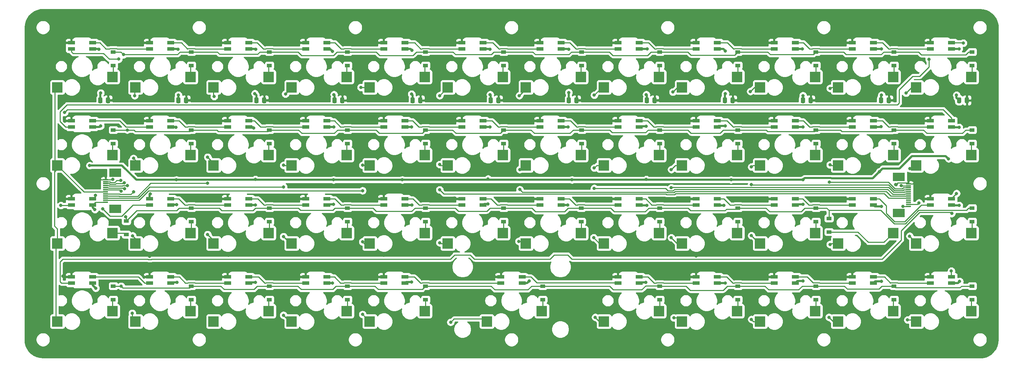
<source format=gbr>
%TF.GenerationSoftware,KiCad,Pcbnew,(5.1.10)-1*%
%TF.CreationDate,2021-09-28T22:39:20-06:00*%
%TF.ProjectId,MX47,4d583437-2e6b-4696-9361-645f70636258,rev?*%
%TF.SameCoordinates,Original*%
%TF.FileFunction,Copper,L2,Bot*%
%TF.FilePolarity,Positive*%
%FSLAX46Y46*%
G04 Gerber Fmt 4.6, Leading zero omitted, Abs format (unit mm)*
G04 Created by KiCad (PCBNEW (5.1.10)-1) date 2021-09-28 22:39:20*
%MOMM*%
%LPD*%
G01*
G04 APERTURE LIST*
%TA.AperFunction,SMDPad,CuDef*%
%ADD10R,1.800000X0.900000*%
%TD*%
%TA.AperFunction,SMDPad,CuDef*%
%ADD11R,2.550000X2.500000*%
%TD*%
%TA.AperFunction,SMDPad,CuDef*%
%ADD12R,3.000000X2.000000*%
%TD*%
%TA.AperFunction,SMDPad,CuDef*%
%ADD13R,1.300000X0.300000*%
%TD*%
%TA.AperFunction,SMDPad,CuDef*%
%ADD14R,1.200000X0.900000*%
%TD*%
%TA.AperFunction,ViaPad*%
%ADD15C,0.800000*%
%TD*%
%TA.AperFunction,Conductor*%
%ADD16C,0.250000*%
%TD*%
%TA.AperFunction,Conductor*%
%ADD17C,0.500000*%
%TD*%
%TA.AperFunction,Conductor*%
%ADD18C,0.254000*%
%TD*%
%TA.AperFunction,Conductor*%
%ADD19C,0.100000*%
%TD*%
G04 APERTURE END LIST*
D10*
%TO.P,U42,3*%
%TO.N,GND*%
X163135000Y-111040000D03*
%TO.P,U42,4*%
%TO.N,Net-(U41-Pad5)*%
X163135000Y-112540000D03*
%TO.P,U42,5*%
%TO.N,Net-(U42-Pad5)*%
X168335000Y-111040000D03*
%TO.P,U42,6*%
%TO.N,VCC*%
X168335000Y-112540000D03*
D11*
%TO.P,U42,2*%
%TO.N,COL6*%
X159720000Y-121920000D03*
%TO.P,U42,1*%
%TO.N,Net-(D42-Pad2)*%
X173145000Y-119380000D03*
%TD*%
D12*
%TO.P,J2,MP*%
%TO.N,N/C*%
X69064000Y-94443000D03*
X69064000Y-85643000D03*
D13*
%TO.P,J2,1*%
%TO.N,GND*%
X66714000Y-87293000D03*
%TO.P,J2,2*%
%TO.N,RGBData*%
X66714000Y-87793000D03*
%TO.P,J2,3*%
%TO.N,ROW1*%
X66714000Y-88293000D03*
%TO.P,J2,4*%
%TO.N,ROW2*%
X66714000Y-88793000D03*
%TO.P,J2,5*%
%TO.N,ROW3*%
X66714000Y-89293000D03*
%TO.P,J2,6*%
%TO.N,ROW4*%
X66714000Y-89793000D03*
%TO.P,J2,7*%
%TO.N,COL1*%
X66714000Y-90293000D03*
%TO.P,J2,8*%
%TO.N,COL2*%
X66714000Y-90793000D03*
%TO.P,J2,9*%
%TO.N,COL3*%
X66714000Y-91293000D03*
%TO.P,J2,10*%
%TO.N,COL4*%
X66714000Y-91793000D03*
%TO.P,J2,11*%
%TO.N,COL5*%
X66714000Y-92293000D03*
%TO.P,J2,12*%
%TO.N,VCC*%
X66714000Y-92793000D03*
%TD*%
D12*
%TO.P,J1,MP*%
%TO.N,N/C*%
X260247000Y-86659000D03*
X260247000Y-95459000D03*
D13*
%TO.P,J1,1*%
%TO.N,VCC*%
X262597000Y-93809000D03*
%TO.P,J1,2*%
%TO.N,RGBOut*%
X262597000Y-93309000D03*
%TO.P,J1,3*%
%TO.N,N/C*%
X262597000Y-92809000D03*
%TO.P,J1,4*%
X262597000Y-92309000D03*
%TO.P,J1,5*%
%TO.N,COL6*%
X262597000Y-91809000D03*
%TO.P,J1,6*%
%TO.N,COL7*%
X262597000Y-91309000D03*
%TO.P,J1,7*%
%TO.N,COL8*%
X262597000Y-90809000D03*
%TO.P,J1,8*%
%TO.N,COL9*%
X262597000Y-90309000D03*
%TO.P,J1,9*%
%TO.N,COL10*%
X262597000Y-89809000D03*
%TO.P,J1,10*%
%TO.N,COL11*%
X262597000Y-89309000D03*
%TO.P,J1,11*%
%TO.N,COL12*%
X262597000Y-88809000D03*
%TO.P,J1,12*%
%TO.N,GND*%
X262597000Y-88309000D03*
%TD*%
%TO.P,C12,2*%
%TO.N,GND*%
%TA.AperFunction,SMDPad,CuDef*%
G36*
G01*
X276355000Y-68420000D02*
X276355000Y-67470000D01*
G75*
G02*
X276605000Y-67220000I250000J0D01*
G01*
X277105000Y-67220000D01*
G75*
G02*
X277355000Y-67470000I0J-250000D01*
G01*
X277355000Y-68420000D01*
G75*
G02*
X277105000Y-68670000I-250000J0D01*
G01*
X276605000Y-68670000D01*
G75*
G02*
X276355000Y-68420000I0J250000D01*
G01*
G37*
%TD.AperFunction*%
%TO.P,C12,1*%
%TO.N,VCC*%
%TA.AperFunction,SMDPad,CuDef*%
G36*
G01*
X274455000Y-68420000D02*
X274455000Y-67470000D01*
G75*
G02*
X274705000Y-67220000I250000J0D01*
G01*
X275205000Y-67220000D01*
G75*
G02*
X275455000Y-67470000I0J-250000D01*
G01*
X275455000Y-68420000D01*
G75*
G02*
X275205000Y-68670000I-250000J0D01*
G01*
X274705000Y-68670000D01*
G75*
G02*
X274455000Y-68420000I0J250000D01*
G01*
G37*
%TD.AperFunction*%
%TD*%
%TO.P,C11,2*%
%TO.N,GND*%
%TA.AperFunction,SMDPad,CuDef*%
G36*
G01*
X257305000Y-68420000D02*
X257305000Y-67470000D01*
G75*
G02*
X257555000Y-67220000I250000J0D01*
G01*
X258055000Y-67220000D01*
G75*
G02*
X258305000Y-67470000I0J-250000D01*
G01*
X258305000Y-68420000D01*
G75*
G02*
X258055000Y-68670000I-250000J0D01*
G01*
X257555000Y-68670000D01*
G75*
G02*
X257305000Y-68420000I0J250000D01*
G01*
G37*
%TD.AperFunction*%
%TO.P,C11,1*%
%TO.N,VCC*%
%TA.AperFunction,SMDPad,CuDef*%
G36*
G01*
X255405000Y-68420000D02*
X255405000Y-67470000D01*
G75*
G02*
X255655000Y-67220000I250000J0D01*
G01*
X256155000Y-67220000D01*
G75*
G02*
X256405000Y-67470000I0J-250000D01*
G01*
X256405000Y-68420000D01*
G75*
G02*
X256155000Y-68670000I-250000J0D01*
G01*
X255655000Y-68670000D01*
G75*
G02*
X255405000Y-68420000I0J250000D01*
G01*
G37*
%TD.AperFunction*%
%TD*%
%TO.P,C10,2*%
%TO.N,GND*%
%TA.AperFunction,SMDPad,CuDef*%
G36*
G01*
X238255000Y-68420000D02*
X238255000Y-67470000D01*
G75*
G02*
X238505000Y-67220000I250000J0D01*
G01*
X239005000Y-67220000D01*
G75*
G02*
X239255000Y-67470000I0J-250000D01*
G01*
X239255000Y-68420000D01*
G75*
G02*
X239005000Y-68670000I-250000J0D01*
G01*
X238505000Y-68670000D01*
G75*
G02*
X238255000Y-68420000I0J250000D01*
G01*
G37*
%TD.AperFunction*%
%TO.P,C10,1*%
%TO.N,VCC*%
%TA.AperFunction,SMDPad,CuDef*%
G36*
G01*
X236355000Y-68420000D02*
X236355000Y-67470000D01*
G75*
G02*
X236605000Y-67220000I250000J0D01*
G01*
X237105000Y-67220000D01*
G75*
G02*
X237355000Y-67470000I0J-250000D01*
G01*
X237355000Y-68420000D01*
G75*
G02*
X237105000Y-68670000I-250000J0D01*
G01*
X236605000Y-68670000D01*
G75*
G02*
X236355000Y-68420000I0J250000D01*
G01*
G37*
%TD.AperFunction*%
%TD*%
%TO.P,C9,2*%
%TO.N,GND*%
%TA.AperFunction,SMDPad,CuDef*%
G36*
G01*
X219205000Y-68420000D02*
X219205000Y-67470000D01*
G75*
G02*
X219455000Y-67220000I250000J0D01*
G01*
X219955000Y-67220000D01*
G75*
G02*
X220205000Y-67470000I0J-250000D01*
G01*
X220205000Y-68420000D01*
G75*
G02*
X219955000Y-68670000I-250000J0D01*
G01*
X219455000Y-68670000D01*
G75*
G02*
X219205000Y-68420000I0J250000D01*
G01*
G37*
%TD.AperFunction*%
%TO.P,C9,1*%
%TO.N,VCC*%
%TA.AperFunction,SMDPad,CuDef*%
G36*
G01*
X217305000Y-68420000D02*
X217305000Y-67470000D01*
G75*
G02*
X217555000Y-67220000I250000J0D01*
G01*
X218055000Y-67220000D01*
G75*
G02*
X218305000Y-67470000I0J-250000D01*
G01*
X218305000Y-68420000D01*
G75*
G02*
X218055000Y-68670000I-250000J0D01*
G01*
X217555000Y-68670000D01*
G75*
G02*
X217305000Y-68420000I0J250000D01*
G01*
G37*
%TD.AperFunction*%
%TD*%
%TO.P,C8,2*%
%TO.N,GND*%
%TA.AperFunction,SMDPad,CuDef*%
G36*
G01*
X200160000Y-68420000D02*
X200160000Y-67470000D01*
G75*
G02*
X200410000Y-67220000I250000J0D01*
G01*
X200910000Y-67220000D01*
G75*
G02*
X201160000Y-67470000I0J-250000D01*
G01*
X201160000Y-68420000D01*
G75*
G02*
X200910000Y-68670000I-250000J0D01*
G01*
X200410000Y-68670000D01*
G75*
G02*
X200160000Y-68420000I0J250000D01*
G01*
G37*
%TD.AperFunction*%
%TO.P,C8,1*%
%TO.N,VCC*%
%TA.AperFunction,SMDPad,CuDef*%
G36*
G01*
X198260000Y-68420000D02*
X198260000Y-67470000D01*
G75*
G02*
X198510000Y-67220000I250000J0D01*
G01*
X199010000Y-67220000D01*
G75*
G02*
X199260000Y-67470000I0J-250000D01*
G01*
X199260000Y-68420000D01*
G75*
G02*
X199010000Y-68670000I-250000J0D01*
G01*
X198510000Y-68670000D01*
G75*
G02*
X198260000Y-68420000I0J250000D01*
G01*
G37*
%TD.AperFunction*%
%TD*%
%TO.P,C7,2*%
%TO.N,GND*%
%TA.AperFunction,SMDPad,CuDef*%
G36*
G01*
X181110000Y-68420000D02*
X181110000Y-67470000D01*
G75*
G02*
X181360000Y-67220000I250000J0D01*
G01*
X181860000Y-67220000D01*
G75*
G02*
X182110000Y-67470000I0J-250000D01*
G01*
X182110000Y-68420000D01*
G75*
G02*
X181860000Y-68670000I-250000J0D01*
G01*
X181360000Y-68670000D01*
G75*
G02*
X181110000Y-68420000I0J250000D01*
G01*
G37*
%TD.AperFunction*%
%TO.P,C7,1*%
%TO.N,VCC*%
%TA.AperFunction,SMDPad,CuDef*%
G36*
G01*
X179210000Y-68420000D02*
X179210000Y-67470000D01*
G75*
G02*
X179460000Y-67220000I250000J0D01*
G01*
X179960000Y-67220000D01*
G75*
G02*
X180210000Y-67470000I0J-250000D01*
G01*
X180210000Y-68420000D01*
G75*
G02*
X179960000Y-68670000I-250000J0D01*
G01*
X179460000Y-68670000D01*
G75*
G02*
X179210000Y-68420000I0J250000D01*
G01*
G37*
%TD.AperFunction*%
%TD*%
%TO.P,C6,2*%
%TO.N,GND*%
%TA.AperFunction,SMDPad,CuDef*%
G36*
G01*
X162060000Y-68420000D02*
X162060000Y-67470000D01*
G75*
G02*
X162310000Y-67220000I250000J0D01*
G01*
X162810000Y-67220000D01*
G75*
G02*
X163060000Y-67470000I0J-250000D01*
G01*
X163060000Y-68420000D01*
G75*
G02*
X162810000Y-68670000I-250000J0D01*
G01*
X162310000Y-68670000D01*
G75*
G02*
X162060000Y-68420000I0J250000D01*
G01*
G37*
%TD.AperFunction*%
%TO.P,C6,1*%
%TO.N,VCC*%
%TA.AperFunction,SMDPad,CuDef*%
G36*
G01*
X160160000Y-68420000D02*
X160160000Y-67470000D01*
G75*
G02*
X160410000Y-67220000I250000J0D01*
G01*
X160910000Y-67220000D01*
G75*
G02*
X161160000Y-67470000I0J-250000D01*
G01*
X161160000Y-68420000D01*
G75*
G02*
X160910000Y-68670000I-250000J0D01*
G01*
X160410000Y-68670000D01*
G75*
G02*
X160160000Y-68420000I0J250000D01*
G01*
G37*
%TD.AperFunction*%
%TD*%
%TO.P,C5,2*%
%TO.N,GND*%
%TA.AperFunction,SMDPad,CuDef*%
G36*
G01*
X143010000Y-68420000D02*
X143010000Y-67470000D01*
G75*
G02*
X143260000Y-67220000I250000J0D01*
G01*
X143760000Y-67220000D01*
G75*
G02*
X144010000Y-67470000I0J-250000D01*
G01*
X144010000Y-68420000D01*
G75*
G02*
X143760000Y-68670000I-250000J0D01*
G01*
X143260000Y-68670000D01*
G75*
G02*
X143010000Y-68420000I0J250000D01*
G01*
G37*
%TD.AperFunction*%
%TO.P,C5,1*%
%TO.N,VCC*%
%TA.AperFunction,SMDPad,CuDef*%
G36*
G01*
X141110000Y-68420000D02*
X141110000Y-67470000D01*
G75*
G02*
X141360000Y-67220000I250000J0D01*
G01*
X141860000Y-67220000D01*
G75*
G02*
X142110000Y-67470000I0J-250000D01*
G01*
X142110000Y-68420000D01*
G75*
G02*
X141860000Y-68670000I-250000J0D01*
G01*
X141360000Y-68670000D01*
G75*
G02*
X141110000Y-68420000I0J250000D01*
G01*
G37*
%TD.AperFunction*%
%TD*%
%TO.P,C4,2*%
%TO.N,GND*%
%TA.AperFunction,SMDPad,CuDef*%
G36*
G01*
X123960000Y-68420000D02*
X123960000Y-67470000D01*
G75*
G02*
X124210000Y-67220000I250000J0D01*
G01*
X124710000Y-67220000D01*
G75*
G02*
X124960000Y-67470000I0J-250000D01*
G01*
X124960000Y-68420000D01*
G75*
G02*
X124710000Y-68670000I-250000J0D01*
G01*
X124210000Y-68670000D01*
G75*
G02*
X123960000Y-68420000I0J250000D01*
G01*
G37*
%TD.AperFunction*%
%TO.P,C4,1*%
%TO.N,VCC*%
%TA.AperFunction,SMDPad,CuDef*%
G36*
G01*
X122060000Y-68420000D02*
X122060000Y-67470000D01*
G75*
G02*
X122310000Y-67220000I250000J0D01*
G01*
X122810000Y-67220000D01*
G75*
G02*
X123060000Y-67470000I0J-250000D01*
G01*
X123060000Y-68420000D01*
G75*
G02*
X122810000Y-68670000I-250000J0D01*
G01*
X122310000Y-68670000D01*
G75*
G02*
X122060000Y-68420000I0J250000D01*
G01*
G37*
%TD.AperFunction*%
%TD*%
%TO.P,C3,2*%
%TO.N,GND*%
%TA.AperFunction,SMDPad,CuDef*%
G36*
G01*
X104910000Y-68420000D02*
X104910000Y-67470000D01*
G75*
G02*
X105160000Y-67220000I250000J0D01*
G01*
X105660000Y-67220000D01*
G75*
G02*
X105910000Y-67470000I0J-250000D01*
G01*
X105910000Y-68420000D01*
G75*
G02*
X105660000Y-68670000I-250000J0D01*
G01*
X105160000Y-68670000D01*
G75*
G02*
X104910000Y-68420000I0J250000D01*
G01*
G37*
%TD.AperFunction*%
%TO.P,C3,1*%
%TO.N,VCC*%
%TA.AperFunction,SMDPad,CuDef*%
G36*
G01*
X103010000Y-68420000D02*
X103010000Y-67470000D01*
G75*
G02*
X103260000Y-67220000I250000J0D01*
G01*
X103760000Y-67220000D01*
G75*
G02*
X104010000Y-67470000I0J-250000D01*
G01*
X104010000Y-68420000D01*
G75*
G02*
X103760000Y-68670000I-250000J0D01*
G01*
X103260000Y-68670000D01*
G75*
G02*
X103010000Y-68420000I0J250000D01*
G01*
G37*
%TD.AperFunction*%
%TD*%
%TO.P,C2,2*%
%TO.N,GND*%
%TA.AperFunction,SMDPad,CuDef*%
G36*
G01*
X85860000Y-68420000D02*
X85860000Y-67470000D01*
G75*
G02*
X86110000Y-67220000I250000J0D01*
G01*
X86610000Y-67220000D01*
G75*
G02*
X86860000Y-67470000I0J-250000D01*
G01*
X86860000Y-68420000D01*
G75*
G02*
X86610000Y-68670000I-250000J0D01*
G01*
X86110000Y-68670000D01*
G75*
G02*
X85860000Y-68420000I0J250000D01*
G01*
G37*
%TD.AperFunction*%
%TO.P,C2,1*%
%TO.N,VCC*%
%TA.AperFunction,SMDPad,CuDef*%
G36*
G01*
X83960000Y-68420000D02*
X83960000Y-67470000D01*
G75*
G02*
X84210000Y-67220000I250000J0D01*
G01*
X84710000Y-67220000D01*
G75*
G02*
X84960000Y-67470000I0J-250000D01*
G01*
X84960000Y-68420000D01*
G75*
G02*
X84710000Y-68670000I-250000J0D01*
G01*
X84210000Y-68670000D01*
G75*
G02*
X83960000Y-68420000I0J250000D01*
G01*
G37*
%TD.AperFunction*%
%TD*%
%TO.P,C1,2*%
%TO.N,GND*%
%TA.AperFunction,SMDPad,CuDef*%
G36*
G01*
X66810000Y-68420000D02*
X66810000Y-67470000D01*
G75*
G02*
X67060000Y-67220000I250000J0D01*
G01*
X67560000Y-67220000D01*
G75*
G02*
X67810000Y-67470000I0J-250000D01*
G01*
X67810000Y-68420000D01*
G75*
G02*
X67560000Y-68670000I-250000J0D01*
G01*
X67060000Y-68670000D01*
G75*
G02*
X66810000Y-68420000I0J250000D01*
G01*
G37*
%TD.AperFunction*%
%TO.P,C1,1*%
%TO.N,VCC*%
%TA.AperFunction,SMDPad,CuDef*%
G36*
G01*
X64910000Y-68420000D02*
X64910000Y-67470000D01*
G75*
G02*
X65160000Y-67220000I250000J0D01*
G01*
X65660000Y-67220000D01*
G75*
G02*
X65910000Y-67470000I0J-250000D01*
G01*
X65910000Y-68420000D01*
G75*
G02*
X65660000Y-68670000I-250000J0D01*
G01*
X65160000Y-68670000D01*
G75*
G02*
X64910000Y-68420000I0J250000D01*
G01*
G37*
%TD.AperFunction*%
%TD*%
D10*
%TO.P,U47,3*%
%TO.N,GND*%
X267910000Y-111040000D03*
%TO.P,U47,4*%
%TO.N,Net-(U46-Pad5)*%
X267910000Y-112540000D03*
%TO.P,U47,5*%
%TO.N,RGBOut*%
X273110000Y-111040000D03*
%TO.P,U47,6*%
%TO.N,VCC*%
X273110000Y-112540000D03*
D11*
%TO.P,U47,2*%
%TO.N,COL12*%
X264495000Y-121920000D03*
%TO.P,U47,1*%
%TO.N,Net-(D47-Pad2)*%
X277920000Y-119380000D03*
%TD*%
D10*
%TO.P,U46,3*%
%TO.N,GND*%
X248860000Y-111040000D03*
%TO.P,U46,4*%
%TO.N,Net-(U45-Pad5)*%
X248860000Y-112540000D03*
%TO.P,U46,5*%
%TO.N,Net-(U46-Pad5)*%
X254060000Y-111040000D03*
%TO.P,U46,6*%
%TO.N,VCC*%
X254060000Y-112540000D03*
D11*
%TO.P,U46,2*%
%TO.N,COL11*%
X245445000Y-121920000D03*
%TO.P,U46,1*%
%TO.N,Net-(D46-Pad2)*%
X258870000Y-119380000D03*
%TD*%
D10*
%TO.P,U45,3*%
%TO.N,GND*%
X229810000Y-111040000D03*
%TO.P,U45,4*%
%TO.N,Net-(U44-Pad5)*%
X229810000Y-112540000D03*
%TO.P,U45,5*%
%TO.N,Net-(U45-Pad5)*%
X235010000Y-111040000D03*
%TO.P,U45,6*%
%TO.N,VCC*%
X235010000Y-112540000D03*
D11*
%TO.P,U45,2*%
%TO.N,COL10*%
X226395000Y-121920000D03*
%TO.P,U45,1*%
%TO.N,Net-(D45-Pad2)*%
X239820000Y-119380000D03*
%TD*%
D10*
%TO.P,U44,3*%
%TO.N,GND*%
X210760000Y-111040000D03*
%TO.P,U44,4*%
%TO.N,Net-(U43-Pad5)*%
X210760000Y-112540000D03*
%TO.P,U44,5*%
%TO.N,Net-(U44-Pad5)*%
X215960000Y-111040000D03*
%TO.P,U44,6*%
%TO.N,VCC*%
X215960000Y-112540000D03*
D11*
%TO.P,U44,2*%
%TO.N,COL9*%
X207345000Y-121920000D03*
%TO.P,U44,1*%
%TO.N,Net-(D44-Pad2)*%
X220770000Y-119380000D03*
%TD*%
D10*
%TO.P,U43,3*%
%TO.N,GND*%
X191710000Y-111040000D03*
%TO.P,U43,4*%
%TO.N,Net-(U42-Pad5)*%
X191710000Y-112540000D03*
%TO.P,U43,5*%
%TO.N,Net-(U43-Pad5)*%
X196910000Y-111040000D03*
%TO.P,U43,6*%
%TO.N,VCC*%
X196910000Y-112540000D03*
D11*
%TO.P,U43,2*%
%TO.N,COL8*%
X188295000Y-121920000D03*
%TO.P,U43,1*%
%TO.N,Net-(D43-Pad2)*%
X201720000Y-119380000D03*
%TD*%
D10*
%TO.P,U41,3*%
%TO.N,GND*%
X134560000Y-111040000D03*
%TO.P,U41,4*%
%TO.N,Net-(U40-Pad5)*%
X134560000Y-112540000D03*
%TO.P,U41,5*%
%TO.N,Net-(U41-Pad5)*%
X139760000Y-111040000D03*
%TO.P,U41,6*%
%TO.N,VCC*%
X139760000Y-112540000D03*
D11*
%TO.P,U41,2*%
%TO.N,COL5*%
X131145000Y-121920000D03*
%TO.P,U41,1*%
%TO.N,Net-(D41-Pad2)*%
X144570000Y-119380000D03*
%TD*%
D10*
%TO.P,U40,3*%
%TO.N,GND*%
X115510000Y-111040000D03*
%TO.P,U40,4*%
%TO.N,Net-(U39-Pad5)*%
X115510000Y-112540000D03*
%TO.P,U40,5*%
%TO.N,Net-(U40-Pad5)*%
X120710000Y-111040000D03*
%TO.P,U40,6*%
%TO.N,VCC*%
X120710000Y-112540000D03*
D11*
%TO.P,U40,2*%
%TO.N,COL4*%
X112095000Y-121920000D03*
%TO.P,U40,1*%
%TO.N,Net-(D40-Pad2)*%
X125520000Y-119380000D03*
%TD*%
D10*
%TO.P,U39,3*%
%TO.N,GND*%
X96460000Y-111040000D03*
%TO.P,U39,4*%
%TO.N,Net-(U38-Pad5)*%
X96460000Y-112540000D03*
%TO.P,U39,5*%
%TO.N,Net-(U39-Pad5)*%
X101660000Y-111040000D03*
%TO.P,U39,6*%
%TO.N,VCC*%
X101660000Y-112540000D03*
D11*
%TO.P,U39,2*%
%TO.N,COL3*%
X93045000Y-121920000D03*
%TO.P,U39,1*%
%TO.N,Net-(D39-Pad2)*%
X106470000Y-119380000D03*
%TD*%
D10*
%TO.P,U38,3*%
%TO.N,GND*%
X77410000Y-111040000D03*
%TO.P,U38,4*%
%TO.N,Net-(U37-Pad5)*%
X77410000Y-112540000D03*
%TO.P,U38,5*%
%TO.N,Net-(U38-Pad5)*%
X82610000Y-111040000D03*
%TO.P,U38,6*%
%TO.N,VCC*%
X82610000Y-112540000D03*
D11*
%TO.P,U38,2*%
%TO.N,COL2*%
X73995000Y-121920000D03*
%TO.P,U38,1*%
%TO.N,Net-(D38-Pad2)*%
X87420000Y-119380000D03*
%TD*%
D10*
%TO.P,U37,3*%
%TO.N,GND*%
X58360000Y-111040000D03*
%TO.P,U37,4*%
%TO.N,Net-(U36-Pad5)*%
X58360000Y-112540000D03*
%TO.P,U37,5*%
%TO.N,Net-(U37-Pad5)*%
X63560000Y-111040000D03*
%TO.P,U37,6*%
%TO.N,VCC*%
X63560000Y-112540000D03*
D11*
%TO.P,U37,2*%
%TO.N,COL1*%
X54945000Y-121920000D03*
%TO.P,U37,1*%
%TO.N,Net-(D37-Pad2)*%
X68370000Y-119380000D03*
%TD*%
D10*
%TO.P,U36,3*%
%TO.N,GND*%
X267910000Y-91990000D03*
%TO.P,U36,4*%
%TO.N,Net-(U35-Pad5)*%
X267910000Y-93490000D03*
%TO.P,U36,5*%
%TO.N,Net-(U36-Pad5)*%
X273110000Y-91990000D03*
%TO.P,U36,6*%
%TO.N,VCC*%
X273110000Y-93490000D03*
D11*
%TO.P,U36,2*%
%TO.N,COL12*%
X264495000Y-102870000D03*
%TO.P,U36,1*%
%TO.N,Net-(D36-Pad2)*%
X277920000Y-100330000D03*
%TD*%
D10*
%TO.P,U35,3*%
%TO.N,GND*%
X248860000Y-91990000D03*
%TO.P,U35,4*%
%TO.N,Net-(U34-Pad5)*%
X248860000Y-93490000D03*
%TO.P,U35,5*%
%TO.N,Net-(U35-Pad5)*%
X254060000Y-91990000D03*
%TO.P,U35,6*%
%TO.N,VCC*%
X254060000Y-93490000D03*
D11*
%TO.P,U35,2*%
%TO.N,COL11*%
X245445000Y-102870000D03*
%TO.P,U35,1*%
%TO.N,Net-(D35-Pad2)*%
X258870000Y-100330000D03*
%TD*%
D10*
%TO.P,U34,3*%
%TO.N,GND*%
X229810000Y-91990000D03*
%TO.P,U34,4*%
%TO.N,Net-(U33-Pad5)*%
X229810000Y-93490000D03*
%TO.P,U34,5*%
%TO.N,Net-(U34-Pad5)*%
X235010000Y-91990000D03*
%TO.P,U34,6*%
%TO.N,VCC*%
X235010000Y-93490000D03*
D11*
%TO.P,U34,2*%
%TO.N,COL10*%
X226395000Y-102870000D03*
%TO.P,U34,1*%
%TO.N,Net-(D34-Pad2)*%
X239820000Y-100330000D03*
%TD*%
D10*
%TO.P,U33,3*%
%TO.N,GND*%
X210760000Y-91990000D03*
%TO.P,U33,4*%
%TO.N,Net-(U32-Pad5)*%
X210760000Y-93490000D03*
%TO.P,U33,5*%
%TO.N,Net-(U33-Pad5)*%
X215960000Y-91990000D03*
%TO.P,U33,6*%
%TO.N,VCC*%
X215960000Y-93490000D03*
D11*
%TO.P,U33,2*%
%TO.N,COL9*%
X207345000Y-102870000D03*
%TO.P,U33,1*%
%TO.N,Net-(D33-Pad2)*%
X220770000Y-100330000D03*
%TD*%
D10*
%TO.P,U32,3*%
%TO.N,GND*%
X191710000Y-91990000D03*
%TO.P,U32,4*%
%TO.N,Net-(U31-Pad5)*%
X191710000Y-93490000D03*
%TO.P,U32,5*%
%TO.N,Net-(U32-Pad5)*%
X196910000Y-91990000D03*
%TO.P,U32,6*%
%TO.N,VCC*%
X196910000Y-93490000D03*
D11*
%TO.P,U32,2*%
%TO.N,COL8*%
X188295000Y-102870000D03*
%TO.P,U32,1*%
%TO.N,Net-(D32-Pad2)*%
X201720000Y-100330000D03*
%TD*%
D10*
%TO.P,U31,3*%
%TO.N,GND*%
X172660000Y-91990000D03*
%TO.P,U31,4*%
%TO.N,Net-(U30-Pad5)*%
X172660000Y-93490000D03*
%TO.P,U31,5*%
%TO.N,Net-(U31-Pad5)*%
X177860000Y-91990000D03*
%TO.P,U31,6*%
%TO.N,VCC*%
X177860000Y-93490000D03*
D11*
%TO.P,U31,2*%
%TO.N,COL7*%
X169245000Y-102870000D03*
%TO.P,U31,1*%
%TO.N,Net-(D31-Pad2)*%
X182670000Y-100330000D03*
%TD*%
D10*
%TO.P,U30,3*%
%TO.N,GND*%
X153610000Y-91990000D03*
%TO.P,U30,4*%
%TO.N,Net-(U29-Pad5)*%
X153610000Y-93490000D03*
%TO.P,U30,5*%
%TO.N,Net-(U30-Pad5)*%
X158810000Y-91990000D03*
%TO.P,U30,6*%
%TO.N,VCC*%
X158810000Y-93490000D03*
D11*
%TO.P,U30,2*%
%TO.N,COL6*%
X150195000Y-102870000D03*
%TO.P,U30,1*%
%TO.N,Net-(D30-Pad2)*%
X163620000Y-100330000D03*
%TD*%
D10*
%TO.P,U29,3*%
%TO.N,GND*%
X134560000Y-91990000D03*
%TO.P,U29,4*%
%TO.N,Net-(U28-Pad5)*%
X134560000Y-93490000D03*
%TO.P,U29,5*%
%TO.N,Net-(U29-Pad5)*%
X139760000Y-91990000D03*
%TO.P,U29,6*%
%TO.N,VCC*%
X139760000Y-93490000D03*
D11*
%TO.P,U29,2*%
%TO.N,COL5*%
X131145000Y-102870000D03*
%TO.P,U29,1*%
%TO.N,Net-(D29-Pad2)*%
X144570000Y-100330000D03*
%TD*%
D10*
%TO.P,U28,3*%
%TO.N,GND*%
X115510000Y-91990000D03*
%TO.P,U28,4*%
%TO.N,Net-(U27-Pad5)*%
X115510000Y-93490000D03*
%TO.P,U28,5*%
%TO.N,Net-(U28-Pad5)*%
X120710000Y-91990000D03*
%TO.P,U28,6*%
%TO.N,VCC*%
X120710000Y-93490000D03*
D11*
%TO.P,U28,2*%
%TO.N,COL4*%
X112095000Y-102870000D03*
%TO.P,U28,1*%
%TO.N,Net-(D28-Pad2)*%
X125520000Y-100330000D03*
%TD*%
D10*
%TO.P,U27,3*%
%TO.N,GND*%
X96460000Y-91990000D03*
%TO.P,U27,4*%
%TO.N,Net-(U26-Pad5)*%
X96460000Y-93490000D03*
%TO.P,U27,5*%
%TO.N,Net-(U27-Pad5)*%
X101660000Y-91990000D03*
%TO.P,U27,6*%
%TO.N,VCC*%
X101660000Y-93490000D03*
D11*
%TO.P,U27,2*%
%TO.N,COL3*%
X93045000Y-102870000D03*
%TO.P,U27,1*%
%TO.N,Net-(D27-Pad2)*%
X106470000Y-100330000D03*
%TD*%
D10*
%TO.P,U26,3*%
%TO.N,GND*%
X77410000Y-91990000D03*
%TO.P,U26,4*%
%TO.N,Net-(U25-Pad5)*%
X77410000Y-93490000D03*
%TO.P,U26,5*%
%TO.N,Net-(U26-Pad5)*%
X82610000Y-91990000D03*
%TO.P,U26,6*%
%TO.N,VCC*%
X82610000Y-93490000D03*
D11*
%TO.P,U26,2*%
%TO.N,COL2*%
X73995000Y-102870000D03*
%TO.P,U26,1*%
%TO.N,Net-(D26-Pad2)*%
X87420000Y-100330000D03*
%TD*%
D10*
%TO.P,U25,3*%
%TO.N,GND*%
X58360000Y-91990000D03*
%TO.P,U25,4*%
%TO.N,Net-(U24-Pad5)*%
X58360000Y-93490000D03*
%TO.P,U25,5*%
%TO.N,Net-(U25-Pad5)*%
X63560000Y-91990000D03*
%TO.P,U25,6*%
%TO.N,VCC*%
X63560000Y-93490000D03*
D11*
%TO.P,U25,2*%
%TO.N,COL1*%
X54945000Y-102870000D03*
%TO.P,U25,1*%
%TO.N,Net-(D25-Pad2)*%
X68370000Y-100330000D03*
%TD*%
D10*
%TO.P,U24,3*%
%TO.N,GND*%
X267910000Y-72940000D03*
%TO.P,U24,4*%
%TO.N,Net-(U23-Pad5)*%
X267910000Y-74440000D03*
%TO.P,U24,5*%
%TO.N,Net-(U24-Pad5)*%
X273110000Y-72940000D03*
%TO.P,U24,6*%
%TO.N,VCC*%
X273110000Y-74440000D03*
D11*
%TO.P,U24,2*%
%TO.N,COL12*%
X264495000Y-83820000D03*
%TO.P,U24,1*%
%TO.N,Net-(D24-Pad2)*%
X277920000Y-81280000D03*
%TD*%
D10*
%TO.P,U23,3*%
%TO.N,GND*%
X248860000Y-72940000D03*
%TO.P,U23,4*%
%TO.N,Net-(U22-Pad5)*%
X248860000Y-74440000D03*
%TO.P,U23,5*%
%TO.N,Net-(U23-Pad5)*%
X254060000Y-72940000D03*
%TO.P,U23,6*%
%TO.N,VCC*%
X254060000Y-74440000D03*
D11*
%TO.P,U23,2*%
%TO.N,COL11*%
X245445000Y-83820000D03*
%TO.P,U23,1*%
%TO.N,Net-(D23-Pad2)*%
X258870000Y-81280000D03*
%TD*%
D10*
%TO.P,U22,3*%
%TO.N,GND*%
X229810000Y-72940000D03*
%TO.P,U22,4*%
%TO.N,Net-(U21-Pad5)*%
X229810000Y-74440000D03*
%TO.P,U22,5*%
%TO.N,Net-(U22-Pad5)*%
X235010000Y-72940000D03*
%TO.P,U22,6*%
%TO.N,VCC*%
X235010000Y-74440000D03*
D11*
%TO.P,U22,2*%
%TO.N,COL10*%
X226395000Y-83820000D03*
%TO.P,U22,1*%
%TO.N,Net-(D22-Pad2)*%
X239820000Y-81280000D03*
%TD*%
D10*
%TO.P,U21,3*%
%TO.N,GND*%
X210760000Y-72940000D03*
%TO.P,U21,4*%
%TO.N,Net-(U20-Pad5)*%
X210760000Y-74440000D03*
%TO.P,U21,5*%
%TO.N,Net-(U21-Pad5)*%
X215960000Y-72940000D03*
%TO.P,U21,6*%
%TO.N,VCC*%
X215960000Y-74440000D03*
D11*
%TO.P,U21,2*%
%TO.N,COL9*%
X207345000Y-83820000D03*
%TO.P,U21,1*%
%TO.N,Net-(D21-Pad2)*%
X220770000Y-81280000D03*
%TD*%
D10*
%TO.P,U20,3*%
%TO.N,GND*%
X191710000Y-72940000D03*
%TO.P,U20,4*%
%TO.N,Net-(U19-Pad5)*%
X191710000Y-74440000D03*
%TO.P,U20,5*%
%TO.N,Net-(U20-Pad5)*%
X196910000Y-72940000D03*
%TO.P,U20,6*%
%TO.N,VCC*%
X196910000Y-74440000D03*
D11*
%TO.P,U20,2*%
%TO.N,COL8*%
X188295000Y-83820000D03*
%TO.P,U20,1*%
%TO.N,Net-(D20-Pad2)*%
X201720000Y-81280000D03*
%TD*%
D10*
%TO.P,U19,3*%
%TO.N,GND*%
X172660000Y-72940000D03*
%TO.P,U19,4*%
%TO.N,Net-(U18-Pad5)*%
X172660000Y-74440000D03*
%TO.P,U19,5*%
%TO.N,Net-(U19-Pad5)*%
X177860000Y-72940000D03*
%TO.P,U19,6*%
%TO.N,VCC*%
X177860000Y-74440000D03*
D11*
%TO.P,U19,2*%
%TO.N,COL7*%
X169245000Y-83820000D03*
%TO.P,U19,1*%
%TO.N,Net-(D19-Pad2)*%
X182670000Y-81280000D03*
%TD*%
D10*
%TO.P,U18,3*%
%TO.N,GND*%
X153610000Y-72940000D03*
%TO.P,U18,4*%
%TO.N,Net-(U17-Pad5)*%
X153610000Y-74440000D03*
%TO.P,U18,5*%
%TO.N,Net-(U18-Pad5)*%
X158810000Y-72940000D03*
%TO.P,U18,6*%
%TO.N,VCC*%
X158810000Y-74440000D03*
D11*
%TO.P,U18,2*%
%TO.N,COL6*%
X150195000Y-83820000D03*
%TO.P,U18,1*%
%TO.N,Net-(D18-Pad2)*%
X163620000Y-81280000D03*
%TD*%
D10*
%TO.P,U17,3*%
%TO.N,GND*%
X134560000Y-72940000D03*
%TO.P,U17,4*%
%TO.N,Net-(U16-Pad5)*%
X134560000Y-74440000D03*
%TO.P,U17,5*%
%TO.N,Net-(U17-Pad5)*%
X139760000Y-72940000D03*
%TO.P,U17,6*%
%TO.N,VCC*%
X139760000Y-74440000D03*
D11*
%TO.P,U17,2*%
%TO.N,COL5*%
X131145000Y-83820000D03*
%TO.P,U17,1*%
%TO.N,Net-(D17-Pad2)*%
X144570000Y-81280000D03*
%TD*%
D10*
%TO.P,U16,3*%
%TO.N,GND*%
X115510000Y-72940000D03*
%TO.P,U16,4*%
%TO.N,Net-(U15-Pad5)*%
X115510000Y-74440000D03*
%TO.P,U16,5*%
%TO.N,Net-(U16-Pad5)*%
X120710000Y-72940000D03*
%TO.P,U16,6*%
%TO.N,VCC*%
X120710000Y-74440000D03*
D11*
%TO.P,U16,2*%
%TO.N,COL4*%
X112095000Y-83820000D03*
%TO.P,U16,1*%
%TO.N,Net-(D16-Pad2)*%
X125520000Y-81280000D03*
%TD*%
D10*
%TO.P,U15,3*%
%TO.N,GND*%
X96460000Y-72940000D03*
%TO.P,U15,4*%
%TO.N,Net-(U14-Pad5)*%
X96460000Y-74440000D03*
%TO.P,U15,5*%
%TO.N,Net-(U15-Pad5)*%
X101660000Y-72940000D03*
%TO.P,U15,6*%
%TO.N,VCC*%
X101660000Y-74440000D03*
D11*
%TO.P,U15,2*%
%TO.N,COL3*%
X93045000Y-83820000D03*
%TO.P,U15,1*%
%TO.N,Net-(D15-Pad2)*%
X106470000Y-81280000D03*
%TD*%
D10*
%TO.P,U14,3*%
%TO.N,GND*%
X77410000Y-72940000D03*
%TO.P,U14,4*%
%TO.N,Net-(U13-Pad5)*%
X77410000Y-74440000D03*
%TO.P,U14,5*%
%TO.N,Net-(U14-Pad5)*%
X82610000Y-72940000D03*
%TO.P,U14,6*%
%TO.N,VCC*%
X82610000Y-74440000D03*
D11*
%TO.P,U14,2*%
%TO.N,COL2*%
X73995000Y-83820000D03*
%TO.P,U14,1*%
%TO.N,Net-(D14-Pad2)*%
X87420000Y-81280000D03*
%TD*%
D10*
%TO.P,U13,3*%
%TO.N,GND*%
X58360000Y-72940000D03*
%TO.P,U13,4*%
%TO.N,Net-(U12-Pad5)*%
X58360000Y-74440000D03*
%TO.P,U13,5*%
%TO.N,Net-(U13-Pad5)*%
X63560000Y-72940000D03*
%TO.P,U13,6*%
%TO.N,VCC*%
X63560000Y-74440000D03*
D11*
%TO.P,U13,2*%
%TO.N,COL1*%
X54945000Y-83820000D03*
%TO.P,U13,1*%
%TO.N,Net-(D13-Pad2)*%
X68370000Y-81280000D03*
%TD*%
D10*
%TO.P,U12,3*%
%TO.N,GND*%
X267910000Y-53890000D03*
%TO.P,U12,4*%
%TO.N,Net-(U11-Pad5)*%
X267910000Y-55390000D03*
%TO.P,U12,5*%
%TO.N,Net-(U12-Pad5)*%
X273110000Y-53890000D03*
%TO.P,U12,6*%
%TO.N,VCC*%
X273110000Y-55390000D03*
D11*
%TO.P,U12,2*%
%TO.N,COL12*%
X264495000Y-64770000D03*
%TO.P,U12,1*%
%TO.N,Net-(D12-Pad2)*%
X277920000Y-62230000D03*
%TD*%
D10*
%TO.P,U11,3*%
%TO.N,GND*%
X248860000Y-53890000D03*
%TO.P,U11,4*%
%TO.N,Net-(U10-Pad5)*%
X248860000Y-55390000D03*
%TO.P,U11,5*%
%TO.N,Net-(U11-Pad5)*%
X254060000Y-53890000D03*
%TO.P,U11,6*%
%TO.N,VCC*%
X254060000Y-55390000D03*
D11*
%TO.P,U11,2*%
%TO.N,COL11*%
X245445000Y-64770000D03*
%TO.P,U11,1*%
%TO.N,Net-(D11-Pad2)*%
X258870000Y-62230000D03*
%TD*%
D10*
%TO.P,U10,3*%
%TO.N,GND*%
X229810000Y-53890000D03*
%TO.P,U10,4*%
%TO.N,Net-(U10-Pad4)*%
X229810000Y-55390000D03*
%TO.P,U10,5*%
%TO.N,Net-(U10-Pad5)*%
X235010000Y-53890000D03*
%TO.P,U10,6*%
%TO.N,VCC*%
X235010000Y-55390000D03*
D11*
%TO.P,U10,2*%
%TO.N,COL10*%
X226395000Y-64770000D03*
%TO.P,U10,1*%
%TO.N,Net-(D10-Pad2)*%
X239820000Y-62230000D03*
%TD*%
D10*
%TO.P,U9,3*%
%TO.N,GND*%
X210760000Y-53890000D03*
%TO.P,U9,4*%
%TO.N,Net-(U8-Pad5)*%
X210760000Y-55390000D03*
%TO.P,U9,5*%
%TO.N,Net-(U10-Pad4)*%
X215960000Y-53890000D03*
%TO.P,U9,6*%
%TO.N,VCC*%
X215960000Y-55390000D03*
D11*
%TO.P,U9,2*%
%TO.N,COL9*%
X207345000Y-64770000D03*
%TO.P,U9,1*%
%TO.N,Net-(D9-Pad2)*%
X220770000Y-62230000D03*
%TD*%
D10*
%TO.P,U8,3*%
%TO.N,GND*%
X191710000Y-53890000D03*
%TO.P,U8,4*%
%TO.N,Net-(U7-Pad5)*%
X191710000Y-55390000D03*
%TO.P,U8,5*%
%TO.N,Net-(U8-Pad5)*%
X196910000Y-53890000D03*
%TO.P,U8,6*%
%TO.N,VCC*%
X196910000Y-55390000D03*
D11*
%TO.P,U8,2*%
%TO.N,COL8*%
X188295000Y-64770000D03*
%TO.P,U8,1*%
%TO.N,Net-(D8-Pad2)*%
X201720000Y-62230000D03*
%TD*%
D10*
%TO.P,U7,3*%
%TO.N,GND*%
X172660000Y-53890000D03*
%TO.P,U7,4*%
%TO.N,Net-(U6-Pad5)*%
X172660000Y-55390000D03*
%TO.P,U7,5*%
%TO.N,Net-(U7-Pad5)*%
X177860000Y-53890000D03*
%TO.P,U7,6*%
%TO.N,VCC*%
X177860000Y-55390000D03*
D11*
%TO.P,U7,2*%
%TO.N,COL7*%
X169245000Y-64770000D03*
%TO.P,U7,1*%
%TO.N,Net-(D7-Pad2)*%
X182670000Y-62230000D03*
%TD*%
D10*
%TO.P,U6,3*%
%TO.N,GND*%
X153610000Y-53890000D03*
%TO.P,U6,4*%
%TO.N,Net-(U5-Pad5)*%
X153610000Y-55390000D03*
%TO.P,U6,5*%
%TO.N,Net-(U6-Pad5)*%
X158810000Y-53890000D03*
%TO.P,U6,6*%
%TO.N,VCC*%
X158810000Y-55390000D03*
D11*
%TO.P,U6,2*%
%TO.N,COL6*%
X150195000Y-64770000D03*
%TO.P,U6,1*%
%TO.N,Net-(D6-Pad2)*%
X163620000Y-62230000D03*
%TD*%
D10*
%TO.P,U5,3*%
%TO.N,GND*%
X134560000Y-53890000D03*
%TO.P,U5,4*%
%TO.N,Net-(U4-Pad5)*%
X134560000Y-55390000D03*
%TO.P,U5,5*%
%TO.N,Net-(U5-Pad5)*%
X139760000Y-53890000D03*
%TO.P,U5,6*%
%TO.N,VCC*%
X139760000Y-55390000D03*
D11*
%TO.P,U5,2*%
%TO.N,COL5*%
X131145000Y-64770000D03*
%TO.P,U5,1*%
%TO.N,Net-(D5-Pad2)*%
X144570000Y-62230000D03*
%TD*%
D10*
%TO.P,U4,3*%
%TO.N,GND*%
X115510000Y-53890000D03*
%TO.P,U4,4*%
%TO.N,Net-(U3-Pad5)*%
X115510000Y-55390000D03*
%TO.P,U4,5*%
%TO.N,Net-(U4-Pad5)*%
X120710000Y-53890000D03*
%TO.P,U4,6*%
%TO.N,VCC*%
X120710000Y-55390000D03*
D11*
%TO.P,U4,2*%
%TO.N,COL4*%
X112095000Y-64770000D03*
%TO.P,U4,1*%
%TO.N,Net-(D4-Pad2)*%
X125520000Y-62230000D03*
%TD*%
D10*
%TO.P,U3,3*%
%TO.N,GND*%
X96460000Y-53890000D03*
%TO.P,U3,4*%
%TO.N,Net-(U2-Pad5)*%
X96460000Y-55390000D03*
%TO.P,U3,5*%
%TO.N,Net-(U3-Pad5)*%
X101660000Y-53890000D03*
%TO.P,U3,6*%
%TO.N,VCC*%
X101660000Y-55390000D03*
D11*
%TO.P,U3,2*%
%TO.N,COL3*%
X93045000Y-64770000D03*
%TO.P,U3,1*%
%TO.N,Net-(D3-Pad2)*%
X106470000Y-62230000D03*
%TD*%
D10*
%TO.P,U2,3*%
%TO.N,GND*%
X77410000Y-53890000D03*
%TO.P,U2,4*%
%TO.N,Net-(U1-Pad5)*%
X77410000Y-55390000D03*
%TO.P,U2,5*%
%TO.N,Net-(U2-Pad5)*%
X82610000Y-53890000D03*
%TO.P,U2,6*%
%TO.N,VCC*%
X82610000Y-55390000D03*
D11*
%TO.P,U2,2*%
%TO.N,COL2*%
X73995000Y-64770000D03*
%TO.P,U2,1*%
%TO.N,Net-(D2-Pad2)*%
X87420000Y-62230000D03*
%TD*%
D10*
%TO.P,U1,3*%
%TO.N,GND*%
X58360000Y-53890000D03*
%TO.P,U1,4*%
%TO.N,RGBData*%
X58360000Y-55390000D03*
%TO.P,U1,5*%
%TO.N,Net-(U1-Pad5)*%
X63560000Y-53890000D03*
%TO.P,U1,6*%
%TO.N,VCC*%
X63560000Y-55390000D03*
D11*
%TO.P,U1,2*%
%TO.N,COL1*%
X54945000Y-64770000D03*
%TO.P,U1,1*%
%TO.N,Net-(D1-Pad2)*%
X68370000Y-62230000D03*
%TD*%
D14*
%TO.P,D1,1*%
%TO.N,ROW1*%
X68580000Y-56135000D03*
%TO.P,D1,2*%
%TO.N,Net-(D1-Pad2)*%
X68580000Y-59435000D03*
%TD*%
%TO.P,D13,1*%
%TO.N,ROW2*%
X68580000Y-75185000D03*
%TO.P,D13,2*%
%TO.N,Net-(D13-Pad2)*%
X68580000Y-78485000D03*
%TD*%
%TO.P,D25,2*%
%TO.N,Net-(D25-Pad2)*%
X71755000Y-100710000D03*
%TO.P,D25,1*%
%TO.N,ROW3*%
X71755000Y-97410000D03*
%TD*%
%TO.P,D37,2*%
%TO.N,Net-(D37-Pad2)*%
X68580000Y-116585000D03*
%TO.P,D37,1*%
%TO.N,ROW4*%
X68580000Y-113285000D03*
%TD*%
%TO.P,D2,1*%
%TO.N,ROW1*%
X87630000Y-56135000D03*
%TO.P,D2,2*%
%TO.N,Net-(D2-Pad2)*%
X87630000Y-59435000D03*
%TD*%
%TO.P,D14,2*%
%TO.N,Net-(D14-Pad2)*%
X87630000Y-78485000D03*
%TO.P,D14,1*%
%TO.N,ROW2*%
X87630000Y-75185000D03*
%TD*%
%TO.P,D26,1*%
%TO.N,ROW3*%
X87630000Y-94235000D03*
%TO.P,D26,2*%
%TO.N,Net-(D26-Pad2)*%
X87630000Y-97535000D03*
%TD*%
%TO.P,D38,1*%
%TO.N,ROW4*%
X87630000Y-113285000D03*
%TO.P,D38,2*%
%TO.N,Net-(D38-Pad2)*%
X87630000Y-116585000D03*
%TD*%
%TO.P,D3,2*%
%TO.N,Net-(D3-Pad2)*%
X106680000Y-59435000D03*
%TO.P,D3,1*%
%TO.N,ROW1*%
X106680000Y-56135000D03*
%TD*%
%TO.P,D15,2*%
%TO.N,Net-(D15-Pad2)*%
X106680000Y-78485000D03*
%TO.P,D15,1*%
%TO.N,ROW2*%
X106680000Y-75185000D03*
%TD*%
%TO.P,D27,2*%
%TO.N,Net-(D27-Pad2)*%
X106680000Y-97535000D03*
%TO.P,D27,1*%
%TO.N,ROW3*%
X106680000Y-94235000D03*
%TD*%
%TO.P,D39,2*%
%TO.N,Net-(D39-Pad2)*%
X106680000Y-116585000D03*
%TO.P,D39,1*%
%TO.N,ROW4*%
X106680000Y-113285000D03*
%TD*%
%TO.P,D4,1*%
%TO.N,ROW1*%
X125730000Y-56135000D03*
%TO.P,D4,2*%
%TO.N,Net-(D4-Pad2)*%
X125730000Y-59435000D03*
%TD*%
%TO.P,D16,2*%
%TO.N,Net-(D16-Pad2)*%
X125730000Y-78485000D03*
%TO.P,D16,1*%
%TO.N,ROW2*%
X125730000Y-75185000D03*
%TD*%
%TO.P,D28,1*%
%TO.N,ROW3*%
X125730000Y-94235000D03*
%TO.P,D28,2*%
%TO.N,Net-(D28-Pad2)*%
X125730000Y-97535000D03*
%TD*%
%TO.P,D40,1*%
%TO.N,ROW4*%
X125730000Y-113285000D03*
%TO.P,D40,2*%
%TO.N,Net-(D40-Pad2)*%
X125730000Y-116585000D03*
%TD*%
%TO.P,D5,1*%
%TO.N,ROW1*%
X144780000Y-56135000D03*
%TO.P,D5,2*%
%TO.N,Net-(D5-Pad2)*%
X144780000Y-59435000D03*
%TD*%
%TO.P,D17,2*%
%TO.N,Net-(D17-Pad2)*%
X144780000Y-78485000D03*
%TO.P,D17,1*%
%TO.N,ROW2*%
X144780000Y-75185000D03*
%TD*%
%TO.P,D29,2*%
%TO.N,Net-(D29-Pad2)*%
X144780000Y-97535000D03*
%TO.P,D29,1*%
%TO.N,ROW3*%
X144780000Y-94235000D03*
%TD*%
%TO.P,D41,2*%
%TO.N,Net-(D41-Pad2)*%
X144780000Y-116585000D03*
%TO.P,D41,1*%
%TO.N,ROW4*%
X144780000Y-113285000D03*
%TD*%
%TO.P,D6,1*%
%TO.N,ROW1*%
X163830000Y-56135000D03*
%TO.P,D6,2*%
%TO.N,Net-(D6-Pad2)*%
X163830000Y-59435000D03*
%TD*%
%TO.P,D18,1*%
%TO.N,ROW2*%
X163830000Y-75185000D03*
%TO.P,D18,2*%
%TO.N,Net-(D18-Pad2)*%
X163830000Y-78485000D03*
%TD*%
%TO.P,D30,1*%
%TO.N,ROW3*%
X163830000Y-94235000D03*
%TO.P,D30,2*%
%TO.N,Net-(D30-Pad2)*%
X163830000Y-97535000D03*
%TD*%
%TO.P,D42,1*%
%TO.N,ROW4*%
X173355000Y-113285000D03*
%TO.P,D42,2*%
%TO.N,Net-(D42-Pad2)*%
X173355000Y-116585000D03*
%TD*%
%TO.P,D7,1*%
%TO.N,ROW1*%
X182880000Y-56135000D03*
%TO.P,D7,2*%
%TO.N,Net-(D7-Pad2)*%
X182880000Y-59435000D03*
%TD*%
%TO.P,D19,2*%
%TO.N,Net-(D19-Pad2)*%
X182880000Y-78485000D03*
%TO.P,D19,1*%
%TO.N,ROW2*%
X182880000Y-75185000D03*
%TD*%
%TO.P,D31,2*%
%TO.N,Net-(D31-Pad2)*%
X182753000Y-97535000D03*
%TO.P,D31,1*%
%TO.N,ROW3*%
X182753000Y-94235000D03*
%TD*%
%TO.P,D8,1*%
%TO.N,ROW1*%
X201930000Y-56135000D03*
%TO.P,D8,2*%
%TO.N,Net-(D8-Pad2)*%
X201930000Y-59435000D03*
%TD*%
%TO.P,D20,1*%
%TO.N,ROW2*%
X201930000Y-75185000D03*
%TO.P,D20,2*%
%TO.N,Net-(D20-Pad2)*%
X201930000Y-78485000D03*
%TD*%
%TO.P,D32,1*%
%TO.N,ROW3*%
X201930000Y-94235000D03*
%TO.P,D32,2*%
%TO.N,Net-(D32-Pad2)*%
X201930000Y-97535000D03*
%TD*%
%TO.P,D43,2*%
%TO.N,Net-(D43-Pad2)*%
X201930000Y-116585000D03*
%TO.P,D43,1*%
%TO.N,ROW4*%
X201930000Y-113285000D03*
%TD*%
%TO.P,D9,2*%
%TO.N,Net-(D9-Pad2)*%
X220980000Y-59435000D03*
%TO.P,D9,1*%
%TO.N,ROW1*%
X220980000Y-56135000D03*
%TD*%
%TO.P,D21,2*%
%TO.N,Net-(D21-Pad2)*%
X220980000Y-78485000D03*
%TO.P,D21,1*%
%TO.N,ROW2*%
X220980000Y-75185000D03*
%TD*%
%TO.P,D33,2*%
%TO.N,Net-(D33-Pad2)*%
X220980000Y-97535000D03*
%TO.P,D33,1*%
%TO.N,ROW3*%
X220980000Y-94235000D03*
%TD*%
%TO.P,D44,1*%
%TO.N,ROW4*%
X220980000Y-113285000D03*
%TO.P,D44,2*%
%TO.N,Net-(D44-Pad2)*%
X220980000Y-116585000D03*
%TD*%
%TO.P,D10,2*%
%TO.N,Net-(D10-Pad2)*%
X240030000Y-59435000D03*
%TO.P,D10,1*%
%TO.N,ROW1*%
X240030000Y-56135000D03*
%TD*%
%TO.P,D22,1*%
%TO.N,ROW2*%
X240030000Y-75185000D03*
%TO.P,D22,2*%
%TO.N,Net-(D22-Pad2)*%
X240030000Y-78485000D03*
%TD*%
%TO.P,D34,1*%
%TO.N,ROW3*%
X240030000Y-94235000D03*
%TO.P,D34,2*%
%TO.N,Net-(D34-Pad2)*%
X240030000Y-97535000D03*
%TD*%
%TO.P,D45,2*%
%TO.N,Net-(D45-Pad2)*%
X240030000Y-116585000D03*
%TO.P,D45,1*%
%TO.N,ROW4*%
X240030000Y-113285000D03*
%TD*%
%TO.P,D11,2*%
%TO.N,Net-(D11-Pad2)*%
X259080000Y-59435000D03*
%TO.P,D11,1*%
%TO.N,ROW1*%
X259080000Y-56135000D03*
%TD*%
%TO.P,D23,2*%
%TO.N,Net-(D23-Pad2)*%
X259080000Y-78485000D03*
%TO.P,D23,1*%
%TO.N,ROW2*%
X259080000Y-75185000D03*
%TD*%
%TO.P,D35,2*%
%TO.N,Net-(D35-Pad2)*%
X243205000Y-100075000D03*
%TO.P,D35,1*%
%TO.N,ROW3*%
X243205000Y-96775000D03*
%TD*%
%TO.P,D46,1*%
%TO.N,ROW4*%
X259080000Y-113285000D03*
%TO.P,D46,2*%
%TO.N,Net-(D46-Pad2)*%
X259080000Y-116585000D03*
%TD*%
%TO.P,D12,1*%
%TO.N,ROW1*%
X278130000Y-56135000D03*
%TO.P,D12,2*%
%TO.N,Net-(D12-Pad2)*%
X278130000Y-59435000D03*
%TD*%
%TO.P,D24,1*%
%TO.N,ROW2*%
X278130000Y-75185000D03*
%TO.P,D24,2*%
%TO.N,Net-(D24-Pad2)*%
X278130000Y-78485000D03*
%TD*%
%TO.P,D36,1*%
%TO.N,ROW3*%
X278130000Y-94235000D03*
%TO.P,D36,2*%
%TO.N,Net-(D36-Pad2)*%
X278130000Y-97535000D03*
%TD*%
%TO.P,D47,2*%
%TO.N,Net-(D47-Pad2)*%
X278130000Y-116585000D03*
%TO.P,D47,1*%
%TO.N,ROW4*%
X278130000Y-113285000D03*
%TD*%
D15*
%TO.N,ROW1*%
X71250383Y-88049988D03*
X71100000Y-56800000D03*
%TO.N,ROW2*%
X71985000Y-75185000D03*
X72050232Y-88725178D03*
%TO.N,VCC*%
X65100000Y-55500000D03*
X84400000Y-55500000D03*
X65500000Y-74200000D03*
X64100000Y-94600000D03*
X64300000Y-113800000D03*
X84000000Y-93400000D03*
X83900000Y-74500000D03*
X84100000Y-112400000D03*
X103378000Y-55499000D03*
X103251000Y-93472000D03*
X103251000Y-112395000D03*
X122047000Y-56007000D03*
X122428000Y-74422000D03*
X122301000Y-93345000D03*
X122047000Y-112522000D03*
X141478000Y-55753000D03*
X141351000Y-74422000D03*
X141478000Y-93472000D03*
X141351000Y-112268000D03*
X62819999Y-83864997D03*
X83973001Y-87349999D03*
X103251000Y-87249000D03*
X122327001Y-87349999D03*
X139091001Y-87349999D03*
X160528000Y-55499000D03*
X160528000Y-74422000D03*
X160020000Y-93218000D03*
X170053000Y-112014000D03*
X160020000Y-87122000D03*
X179705000Y-55499000D03*
X179578000Y-74422000D03*
X180493001Y-87349999D03*
X179451000Y-93472000D03*
X198882000Y-55372000D03*
X198628000Y-74295000D03*
X198755000Y-93599000D03*
X198628000Y-87249000D03*
X198501000Y-112395000D03*
X217932000Y-55880000D03*
X217932000Y-74168000D03*
X236728000Y-55372000D03*
X236855000Y-74422000D03*
X256032000Y-55372000D03*
X274955000Y-55372000D03*
X274955000Y-74549000D03*
X274955000Y-93599000D03*
X275082000Y-112141000D03*
X272369999Y-82214001D03*
X219302999Y-87349999D03*
X236828999Y-87349999D03*
X255524000Y-85344000D03*
X217551000Y-93599000D03*
X236855000Y-93345000D03*
X256032000Y-93853000D03*
X217932000Y-112522000D03*
X236855000Y-112014000D03*
X256032000Y-112141000D03*
X274320000Y-66675000D03*
X256032000Y-66675000D03*
X236855000Y-66802000D03*
X217932000Y-66294000D03*
X198628000Y-66548000D03*
X179705000Y-66040000D03*
X160528000Y-66548000D03*
X141351000Y-66421000D03*
X122428000Y-66548000D03*
X103124000Y-66294000D03*
X84455000Y-66675000D03*
X65500000Y-66135000D03*
X261253002Y-93853000D03*
X255950840Y-74376160D03*
X102810340Y-74735660D03*
%TO.N,RGBData*%
X70400000Y-87500000D03*
X69900000Y-57900000D03*
%TO.N,GND*%
X56700000Y-53900000D03*
X56700000Y-73000000D03*
X56700000Y-92000000D03*
X56300000Y-110900000D03*
X75692000Y-53848000D03*
X94869000Y-53848000D03*
X94869000Y-73025000D03*
X75946000Y-72898000D03*
X76073000Y-111125000D03*
X77597000Y-90805000D03*
X94742000Y-91948000D03*
X94996000Y-110998000D03*
X113792000Y-111125000D03*
X113877000Y-91990000D03*
X132842000Y-91948000D03*
X132842000Y-73025000D03*
X114046000Y-53848000D03*
X132969000Y-53975000D03*
X152019000Y-53975000D03*
X151765000Y-73025000D03*
X113792000Y-72898000D03*
X132588000Y-110871000D03*
X161544000Y-110871000D03*
X151765000Y-91821000D03*
X170688000Y-92075000D03*
X170942000Y-72898000D03*
X189992000Y-91948000D03*
X189992000Y-111125000D03*
X189865000Y-73025000D03*
X208788000Y-53848000D03*
X189865000Y-53721000D03*
X170815000Y-53848000D03*
X228092000Y-53721000D03*
X227965000Y-72898000D03*
X208915000Y-72898000D03*
X208788000Y-91948000D03*
X209169000Y-110998000D03*
X228092000Y-110998000D03*
X228092000Y-91948000D03*
X247142000Y-110998000D03*
X247142000Y-92075000D03*
X247142000Y-73025000D03*
X266065000Y-111125000D03*
X266065000Y-91948000D03*
X266065000Y-72898000D03*
X265938000Y-53721000D03*
X247015000Y-53975000D03*
X64262000Y-87249000D03*
X58420000Y-105791000D03*
X77470000Y-106045000D03*
X96647000Y-105791000D03*
X115570000Y-105664000D03*
X134620000Y-105791000D03*
X156210000Y-104775000D03*
X172847000Y-105664000D03*
X191897000Y-105664000D03*
X210820000Y-105918000D03*
X229870000Y-105664000D03*
X248793000Y-105664000D03*
X265176000Y-88265000D03*
X68580000Y-67945000D03*
X87630000Y-67945000D03*
X106680000Y-67945000D03*
X163830000Y-67945000D03*
X182880000Y-67945000D03*
X240030000Y-67945000D03*
X259080000Y-67945000D03*
X276860000Y-66040000D03*
X201930000Y-67945000D03*
X220980000Y-67945000D03*
X65600000Y-57500000D03*
X68500000Y-87243014D03*
X259500000Y-88500000D03*
%TO.N,Net-(U12-Pad5)*%
X275971000Y-53974996D03*
X267589000Y-57912000D03*
%TO.N,Net-(U24-Pad5)*%
X56700000Y-70900000D03*
X55800000Y-93600000D03*
%TO.N,Net-(U25-Pad5)*%
X64200000Y-91100000D03*
X66000000Y-94400000D03*
%TO.N,Net-(U36-Pad5)*%
X274320000Y-90678000D03*
X273145702Y-95562702D03*
%TO.N,ROW3*%
X71625010Y-96400000D03*
X71300000Y-89500000D03*
%TO.N,ROW4*%
X70501798Y-90102410D03*
X70500002Y-113300000D03*
%TO.N,COL5*%
X129000000Y-64800000D03*
X129400000Y-120200000D03*
X129400000Y-83800000D03*
X129400000Y-102500000D03*
X129400000Y-90000000D03*
%TO.N,COL4*%
X110600000Y-66400000D03*
X110100000Y-120400000D03*
X110100000Y-101200000D03*
X110100000Y-89100000D03*
X110100000Y-83800000D03*
%TO.N,COL3*%
X93200000Y-67000000D03*
X93045000Y-121920000D03*
X91600000Y-100700000D03*
X91600000Y-81800000D03*
X91600000Y-88200000D03*
%TO.N,COL2*%
X73800000Y-66800000D03*
X73500001Y-82099999D03*
X73200000Y-119900000D03*
X73300000Y-101000000D03*
X73500003Y-90300003D03*
%TO.N,COL6*%
X150900000Y-122100000D03*
X148200000Y-66800000D03*
X148200000Y-83600000D03*
X148200000Y-102700000D03*
X148200000Y-89798000D03*
%TO.N,COL12*%
X262001000Y-66167000D03*
X262382000Y-121539000D03*
X262890000Y-101092000D03*
X262980001Y-84618999D03*
X260787240Y-88788952D03*
%TO.N,COL11*%
X243459000Y-65024000D03*
X243205000Y-120904000D03*
X243459000Y-103124000D03*
X243459000Y-83693000D03*
X243332000Y-87883996D03*
%TO.N,COL10*%
X224028000Y-65786000D03*
X224282000Y-84201000D03*
X224282000Y-121412000D03*
X224282000Y-100965000D03*
X224282000Y-88486979D03*
%TO.N,COL9*%
X205105000Y-65913000D03*
X204724000Y-84836000D03*
X205359000Y-121031000D03*
X204724000Y-101473000D03*
X204723999Y-89276000D03*
%TO.N,COL8*%
X185928000Y-89408000D03*
X185928000Y-66675000D03*
X185928000Y-84455000D03*
X186182000Y-120904000D03*
X185801000Y-101473000D03*
%TO.N,COL7*%
X167640000Y-66802000D03*
X167767000Y-84836000D03*
X167513000Y-102362000D03*
X167767000Y-89733000D03*
%TO.N,RGBOut*%
X265176000Y-92964000D03*
X273050000Y-109601000D03*
%TD*%
D16*
%TO.N,ROW1*%
X68580000Y-56135000D02*
X70435000Y-56135000D01*
X70435000Y-56135000D02*
X71100000Y-56800000D01*
X201930000Y-56135000D02*
X208735000Y-56135000D01*
X208735000Y-56135000D02*
X209500000Y-56900000D01*
X220215000Y-56900000D02*
X220980000Y-56135000D01*
X209500000Y-56900000D02*
X220215000Y-56900000D01*
X180365000Y-56135000D02*
X182880000Y-56135000D01*
X179700000Y-56800000D02*
X180365000Y-56135000D01*
X171600000Y-56800000D02*
X179700000Y-56800000D01*
X170935000Y-56135000D02*
X171600000Y-56800000D01*
X163830000Y-56135000D02*
X170935000Y-56135000D01*
X161465000Y-56135000D02*
X163830000Y-56135000D01*
X160800000Y-56800000D02*
X161465000Y-56135000D01*
X152100000Y-56800000D02*
X160800000Y-56800000D01*
X151435000Y-56135000D02*
X152100000Y-56800000D01*
X144780000Y-56135000D02*
X151435000Y-56135000D01*
X142565000Y-56135000D02*
X144780000Y-56135000D01*
X141700000Y-57000000D02*
X142565000Y-56135000D01*
X133600000Y-57000000D02*
X141700000Y-57000000D01*
X132735000Y-56135000D02*
X133600000Y-57000000D01*
X125730000Y-56135000D02*
X132735000Y-56135000D01*
X123197500Y-56135000D02*
X125730000Y-56135000D01*
X122332500Y-57000000D02*
X123197500Y-56135000D01*
X114500000Y-57000000D02*
X122332500Y-57000000D01*
X113635000Y-56135000D02*
X114500000Y-57000000D01*
X106680000Y-56135000D02*
X113635000Y-56135000D01*
X256565000Y-56135000D02*
X259080000Y-56135000D01*
X255900000Y-56800000D02*
X256565000Y-56135000D01*
X247400000Y-56800000D02*
X255900000Y-56800000D01*
X246735000Y-56135000D02*
X247400000Y-56800000D01*
X240030000Y-56135000D02*
X246735000Y-56135000D01*
X277280000Y-56135000D02*
X278130000Y-56135000D01*
X276580000Y-56835000D02*
X277280000Y-56135000D01*
X265735000Y-56835000D02*
X276580000Y-56835000D01*
X265035000Y-56135000D02*
X265735000Y-56835000D01*
X259080000Y-56135000D02*
X265035000Y-56135000D01*
X239365000Y-56800000D02*
X240030000Y-56135000D01*
X228900000Y-56800000D02*
X239365000Y-56800000D01*
X228235000Y-56135000D02*
X228900000Y-56800000D01*
X220980000Y-56135000D02*
X228235000Y-56135000D01*
X199765000Y-56135000D02*
X201930000Y-56135000D01*
X198900000Y-57000000D02*
X199765000Y-56135000D01*
X190500000Y-57000000D02*
X198900000Y-57000000D01*
X189635000Y-56135000D02*
X190500000Y-57000000D01*
X182880000Y-56135000D02*
X189635000Y-56135000D01*
X84200000Y-56800000D02*
X71100000Y-56800000D01*
X84865000Y-56135000D02*
X84200000Y-56800000D01*
X87630000Y-56135000D02*
X84865000Y-56135000D01*
X104372500Y-56135000D02*
X106680000Y-56135000D01*
X103807500Y-56700000D02*
X104372500Y-56135000D01*
X94500000Y-56700000D02*
X103807500Y-56700000D01*
X93935000Y-56135000D02*
X94500000Y-56700000D01*
X87630000Y-56135000D02*
X93935000Y-56135000D01*
X66714000Y-88293000D02*
X67640561Y-88293000D01*
X67640561Y-88293000D02*
X67765594Y-88418033D01*
X71007371Y-88293000D02*
X71250383Y-88049988D01*
X69259427Y-88293000D02*
X71007371Y-88293000D01*
X69134394Y-88418033D02*
X69259427Y-88293000D01*
X67765594Y-88418033D02*
X69134394Y-88418033D01*
%TO.N,Net-(D1-Pad2)*%
X68580000Y-62020000D02*
X68370000Y-62230000D01*
X68580000Y-59435000D02*
X68580000Y-62020000D01*
%TO.N,ROW2*%
X220980000Y-75185000D02*
X227885000Y-75185000D01*
X239674990Y-75540010D02*
X240030000Y-75185000D01*
X228240010Y-75540010D02*
X239674990Y-75540010D01*
X227885000Y-75185000D02*
X228240010Y-75540010D01*
X240030000Y-75185000D02*
X245985000Y-75185000D01*
X258724990Y-75540010D02*
X259080000Y-75185000D01*
X246340010Y-75540010D02*
X258724990Y-75540010D01*
X245985000Y-75185000D02*
X246340010Y-75540010D01*
X87274990Y-75540010D02*
X87630000Y-75185000D01*
X73940010Y-75540010D02*
X87274990Y-75540010D01*
X73585000Y-75185000D02*
X73940010Y-75540010D01*
X71985000Y-75185000D02*
X73585000Y-75185000D01*
X68580000Y-75185000D02*
X71985000Y-75185000D01*
X71051998Y-88774998D02*
X72000412Y-88774998D01*
X71033996Y-88793000D02*
X71051998Y-88774998D01*
X72000412Y-88774998D02*
X72050232Y-88725178D01*
X87630000Y-75185000D02*
X93854000Y-75185000D01*
X93854000Y-75185000D02*
X94234000Y-75565000D01*
X106300000Y-75565000D02*
X106680000Y-75185000D01*
X94234000Y-75565000D02*
X106300000Y-75565000D01*
X143965000Y-76000000D02*
X144780000Y-75185000D01*
X133500000Y-76000000D02*
X143965000Y-76000000D01*
X132685000Y-75185000D02*
X133500000Y-76000000D01*
X125730000Y-75185000D02*
X132685000Y-75185000D01*
X163015000Y-76000000D02*
X163830000Y-75185000D01*
X152200000Y-76000000D02*
X163015000Y-76000000D01*
X151385000Y-75185000D02*
X152200000Y-76000000D01*
X144780000Y-75185000D02*
X151385000Y-75185000D01*
X180815000Y-75185000D02*
X182880000Y-75185000D01*
X180000000Y-76000000D02*
X180815000Y-75185000D01*
X171300000Y-76000000D02*
X180000000Y-76000000D01*
X170485000Y-75185000D02*
X171300000Y-76000000D01*
X163830000Y-75185000D02*
X170485000Y-75185000D01*
X123315000Y-75185000D02*
X125730000Y-75185000D01*
X122500000Y-76000000D02*
X123315000Y-75185000D01*
X114600000Y-76000000D02*
X122500000Y-76000000D01*
X113785000Y-75185000D02*
X114600000Y-76000000D01*
X106680000Y-75185000D02*
X113785000Y-75185000D01*
X217415000Y-75185000D02*
X220980000Y-75185000D01*
X216654000Y-75946000D02*
X217415000Y-75185000D01*
X209546000Y-75946000D02*
X216654000Y-75946000D01*
X208785000Y-75185000D02*
X209546000Y-75946000D01*
X201930000Y-75185000D02*
X208785000Y-75185000D01*
X199072500Y-75185000D02*
X201930000Y-75185000D01*
X198438500Y-75819000D02*
X199072500Y-75185000D01*
X190319000Y-75819000D02*
X198438500Y-75819000D01*
X189685000Y-75185000D02*
X190319000Y-75819000D01*
X182880000Y-75185000D02*
X189685000Y-75185000D01*
X276572500Y-75185000D02*
X278130000Y-75185000D01*
X275757500Y-76000000D02*
X276572500Y-75185000D01*
X267050000Y-76000000D02*
X275757500Y-76000000D01*
X266235000Y-75185000D02*
X267050000Y-76000000D01*
X259080000Y-75185000D02*
X266235000Y-75185000D01*
X67579198Y-88868048D02*
X70858950Y-88868048D01*
X66714000Y-88793000D02*
X67504150Y-88793000D01*
X70858950Y-88868048D02*
X70952009Y-88774989D01*
X67504150Y-88793000D02*
X67579198Y-88868048D01*
X70952009Y-88774989D02*
X72000421Y-88774989D01*
X72000421Y-88774989D02*
X72050232Y-88725178D01*
%TO.N,Net-(D2-Pad2)*%
X87420000Y-62230000D02*
X87420000Y-59480000D01*
%TO.N,Net-(D3-Pad2)*%
X106470000Y-59645000D02*
X106680000Y-59435000D01*
X106470000Y-62230000D02*
X106470000Y-59645000D01*
%TO.N,Net-(D4-Pad2)*%
X125520000Y-59645000D02*
X125730000Y-59435000D01*
X125520000Y-62230000D02*
X125520000Y-59645000D01*
%TO.N,Net-(D5-Pad2)*%
X144570000Y-59645000D02*
X144780000Y-59435000D01*
X144570000Y-62230000D02*
X144570000Y-59645000D01*
%TO.N,Net-(D6-Pad2)*%
X163620000Y-59645000D02*
X163830000Y-59435000D01*
X163620000Y-62230000D02*
X163620000Y-59645000D01*
%TO.N,Net-(D7-Pad2)*%
X182670000Y-59645000D02*
X182880000Y-59435000D01*
X182670000Y-62230000D02*
X182670000Y-59645000D01*
%TO.N,Net-(D8-Pad2)*%
X201720000Y-59645000D02*
X201930000Y-59435000D01*
X201720000Y-62230000D02*
X201720000Y-59645000D01*
%TO.N,Net-(D9-Pad2)*%
X220980000Y-62020000D02*
X220770000Y-62230000D01*
X220980000Y-59435000D02*
X220980000Y-62020000D01*
%TO.N,Net-(D10-Pad2)*%
X240030000Y-62020000D02*
X239820000Y-62230000D01*
X240030000Y-59435000D02*
X240030000Y-62020000D01*
%TO.N,Net-(D11-Pad2)*%
X259080000Y-62020000D02*
X258870000Y-62230000D01*
X259080000Y-59435000D02*
X259080000Y-62020000D01*
%TO.N,Net-(D12-Pad2)*%
X278130000Y-62020000D02*
X277920000Y-62230000D01*
X278130000Y-59435000D02*
X278130000Y-62020000D01*
%TO.N,Net-(D13-Pad2)*%
X68370000Y-78695000D02*
X68580000Y-78485000D01*
X68370000Y-81280000D02*
X68370000Y-78695000D01*
%TO.N,Net-(D14-Pad2)*%
X87420000Y-78695000D02*
X87630000Y-78485000D01*
X87420000Y-81280000D02*
X87420000Y-78695000D01*
%TO.N,Net-(D15-Pad2)*%
X106470000Y-78695000D02*
X106680000Y-78485000D01*
X106470000Y-81280000D02*
X106470000Y-78695000D01*
%TO.N,Net-(D16-Pad2)*%
X125520000Y-78695000D02*
X125730000Y-78485000D01*
X125520000Y-81280000D02*
X125520000Y-78695000D01*
%TO.N,Net-(D17-Pad2)*%
X144570000Y-78695000D02*
X144780000Y-78485000D01*
X144570000Y-81280000D02*
X144570000Y-78695000D01*
%TO.N,Net-(D18-Pad2)*%
X163830000Y-81070000D02*
X163620000Y-81280000D01*
X163830000Y-78485000D02*
X163830000Y-81070000D01*
%TO.N,Net-(D19-Pad2)*%
X182880000Y-81070000D02*
X182670000Y-81280000D01*
X182880000Y-78485000D02*
X182880000Y-81070000D01*
%TO.N,Net-(D20-Pad2)*%
X201930000Y-81070000D02*
X201720000Y-81280000D01*
X201930000Y-78485000D02*
X201930000Y-81070000D01*
%TO.N,Net-(D21-Pad2)*%
X220980000Y-81070000D02*
X220770000Y-81280000D01*
X220980000Y-78485000D02*
X220980000Y-81070000D01*
%TO.N,Net-(D22-Pad2)*%
X240030000Y-81070000D02*
X239820000Y-81280000D01*
X240030000Y-78485000D02*
X240030000Y-81070000D01*
%TO.N,Net-(D23-Pad2)*%
X259080000Y-81070000D02*
X258870000Y-81280000D01*
X259080000Y-78485000D02*
X259080000Y-81070000D01*
%TO.N,Net-(D24-Pad2)*%
X277920000Y-78695000D02*
X278130000Y-78485000D01*
X277920000Y-81280000D02*
X277920000Y-78695000D01*
%TO.N,Net-(D25-Pad2)*%
X71375000Y-100330000D02*
X71755000Y-100710000D01*
X68370000Y-100330000D02*
X71375000Y-100330000D01*
%TO.N,Net-(D26-Pad2)*%
X87630000Y-100120000D02*
X87420000Y-100330000D01*
X87630000Y-97535000D02*
X87630000Y-100120000D01*
%TO.N,Net-(D27-Pad2)*%
X106680000Y-100120000D02*
X106470000Y-100330000D01*
X106680000Y-97535000D02*
X106680000Y-100120000D01*
%TO.N,Net-(D28-Pad2)*%
X125730000Y-100120000D02*
X125520000Y-100330000D01*
X125730000Y-97535000D02*
X125730000Y-100120000D01*
%TO.N,Net-(D29-Pad2)*%
X144780000Y-100120000D02*
X144570000Y-100330000D01*
X144780000Y-97535000D02*
X144780000Y-100120000D01*
%TO.N,Net-(D30-Pad2)*%
X163830000Y-100120000D02*
X163620000Y-100330000D01*
X163830000Y-97535000D02*
X163830000Y-100120000D01*
%TO.N,Net-(D31-Pad2)*%
X182753000Y-100247000D02*
X182670000Y-100330000D01*
X182753000Y-97535000D02*
X182753000Y-100247000D01*
%TO.N,Net-(D32-Pad2)*%
X201930000Y-100120000D02*
X201720000Y-100330000D01*
X201930000Y-97535000D02*
X201930000Y-100120000D01*
%TO.N,Net-(D33-Pad2)*%
X220980000Y-100120000D02*
X220770000Y-100330000D01*
X220980000Y-97535000D02*
X220980000Y-100120000D01*
%TO.N,Net-(D34-Pad2)*%
X240030000Y-100120000D02*
X239820000Y-100330000D01*
X240030000Y-97535000D02*
X240030000Y-100120000D01*
%TO.N,Net-(D35-Pad2)*%
X256600000Y-102600000D02*
X258870000Y-100330000D01*
X252800000Y-102600000D02*
X256600000Y-102600000D01*
X250275000Y-100075000D02*
X252800000Y-102600000D01*
X243205000Y-100075000D02*
X250275000Y-100075000D01*
%TO.N,Net-(D36-Pad2)*%
X278130000Y-100120000D02*
X277920000Y-100330000D01*
X278130000Y-97535000D02*
X278130000Y-100120000D01*
%TO.N,Net-(D37-Pad2)*%
X68370000Y-116795000D02*
X68580000Y-116585000D01*
X68370000Y-119380000D02*
X68370000Y-116795000D01*
%TO.N,Net-(D38-Pad2)*%
X87420000Y-116795000D02*
X87630000Y-116585000D01*
X87420000Y-119380000D02*
X87420000Y-116795000D01*
%TO.N,Net-(D39-Pad2)*%
X106470000Y-116795000D02*
X106680000Y-116585000D01*
X106470000Y-119380000D02*
X106470000Y-116795000D01*
%TO.N,Net-(D40-Pad2)*%
X125730000Y-119170000D02*
X125520000Y-119380000D01*
X125730000Y-116585000D02*
X125730000Y-119170000D01*
%TO.N,Net-(D41-Pad2)*%
X144780000Y-119170000D02*
X144570000Y-119380000D01*
X144780000Y-116585000D02*
X144780000Y-119170000D01*
%TO.N,Net-(D42-Pad2)*%
X173355000Y-119170000D02*
X173145000Y-119380000D01*
X173355000Y-116585000D02*
X173355000Y-119170000D01*
%TO.N,Net-(D43-Pad2)*%
X201930000Y-119170000D02*
X201720000Y-119380000D01*
X201930000Y-116585000D02*
X201930000Y-119170000D01*
%TO.N,Net-(D44-Pad2)*%
X220980000Y-119170000D02*
X220770000Y-119380000D01*
X220980000Y-116585000D02*
X220980000Y-119170000D01*
%TO.N,Net-(D45-Pad2)*%
X240030000Y-119170000D02*
X239820000Y-119380000D01*
X240030000Y-116585000D02*
X240030000Y-119170000D01*
%TO.N,Net-(D46-Pad2)*%
X258870000Y-116795000D02*
X259080000Y-116585000D01*
X258870000Y-119380000D02*
X258870000Y-116795000D01*
%TO.N,Net-(D47-Pad2)*%
X277920000Y-116795000D02*
X278130000Y-116585000D01*
X277920000Y-119380000D02*
X277920000Y-116795000D01*
D17*
%TO.N,VCC*%
X64990000Y-55390000D02*
X65100000Y-55500000D01*
X63560000Y-55390000D02*
X64990000Y-55390000D01*
X84290000Y-55390000D02*
X84400000Y-55500000D01*
X82610000Y-55390000D02*
X84290000Y-55390000D01*
X65260000Y-74440000D02*
X65500000Y-74200000D01*
X63560000Y-74440000D02*
X65260000Y-74440000D01*
X63560000Y-94060000D02*
X64100000Y-94600000D01*
X63560000Y-93490000D02*
X63560000Y-94060000D01*
X63560000Y-113060000D02*
X64300000Y-113800000D01*
X63560000Y-112540000D02*
X63560000Y-113060000D01*
X82700000Y-93400000D02*
X82610000Y-93490000D01*
X84000000Y-93400000D02*
X82700000Y-93400000D01*
X82610000Y-74440000D02*
X83840000Y-74440000D01*
X83840000Y-74440000D02*
X83900000Y-74500000D01*
X82750000Y-112400000D02*
X82610000Y-112540000D01*
X84100000Y-112400000D02*
X82750000Y-112400000D01*
X103269000Y-55390000D02*
X103378000Y-55499000D01*
X101660000Y-55390000D02*
X103269000Y-55390000D01*
X101678000Y-93472000D02*
X101660000Y-93490000D01*
X103251000Y-93472000D02*
X101678000Y-93472000D01*
X101805000Y-112395000D02*
X101660000Y-112540000D01*
X103251000Y-112395000D02*
X101805000Y-112395000D01*
X121430000Y-55390000D02*
X122047000Y-56007000D01*
X120710000Y-55390000D02*
X121430000Y-55390000D01*
X120728000Y-74422000D02*
X120710000Y-74440000D01*
X122428000Y-74422000D02*
X120728000Y-74422000D01*
X120855000Y-93345000D02*
X120710000Y-93490000D01*
X122301000Y-93345000D02*
X120855000Y-93345000D01*
X120728000Y-112522000D02*
X120710000Y-112540000D01*
X122047000Y-112522000D02*
X120728000Y-112522000D01*
X141115000Y-55390000D02*
X141478000Y-55753000D01*
X139760000Y-55390000D02*
X141115000Y-55390000D01*
X139778000Y-74422000D02*
X139760000Y-74440000D01*
X141351000Y-74422000D02*
X139778000Y-74422000D01*
X139778000Y-93472000D02*
X139760000Y-93490000D01*
X141478000Y-93472000D02*
X139778000Y-93472000D01*
X140032000Y-112268000D02*
X139760000Y-112540000D01*
X141351000Y-112268000D02*
X140032000Y-112268000D01*
X74189997Y-87349999D02*
X70704995Y-83864997D01*
X70704995Y-83864997D02*
X62819999Y-83864997D01*
X83973001Y-87349999D02*
X74189997Y-87349999D01*
X122327001Y-87349999D02*
X83973001Y-87349999D01*
X139091001Y-87349999D02*
X122327001Y-87349999D01*
X160419000Y-55390000D02*
X160528000Y-55499000D01*
X158810000Y-55390000D02*
X160419000Y-55390000D01*
X158828000Y-74422000D02*
X158810000Y-74440000D01*
X160528000Y-74422000D02*
X158828000Y-74422000D01*
X159082000Y-93218000D02*
X158810000Y-93490000D01*
X160020000Y-93218000D02*
X159082000Y-93218000D01*
X168353000Y-112522000D02*
X168335000Y-112540000D01*
X169545000Y-112522000D02*
X168353000Y-112522000D01*
X170053000Y-112014000D02*
X169545000Y-112522000D01*
X160120999Y-87222999D02*
X160020000Y-87122000D01*
X160120999Y-87349999D02*
X160120999Y-87222999D01*
X160120999Y-87349999D02*
X139091001Y-87349999D01*
X179596000Y-55390000D02*
X179705000Y-55499000D01*
X177860000Y-55390000D02*
X179596000Y-55390000D01*
X177878000Y-74422000D02*
X177860000Y-74440000D01*
X179578000Y-74422000D02*
X177878000Y-74422000D01*
X180493001Y-87349999D02*
X160120999Y-87349999D01*
X177878000Y-93472000D02*
X177860000Y-93490000D01*
X179451000Y-93472000D02*
X177878000Y-93472000D01*
X198864000Y-55390000D02*
X198882000Y-55372000D01*
X196910000Y-55390000D02*
X198864000Y-55390000D01*
X197055000Y-74295000D02*
X196910000Y-74440000D01*
X198628000Y-74295000D02*
X197055000Y-74295000D01*
X197019000Y-93599000D02*
X196910000Y-93490000D01*
X198755000Y-93599000D02*
X197019000Y-93599000D01*
X198728999Y-87349999D02*
X198628000Y-87249000D01*
X198728999Y-87349999D02*
X180493001Y-87349999D01*
X197055000Y-112395000D02*
X196910000Y-112540000D01*
X198501000Y-112395000D02*
X197055000Y-112395000D01*
X217442000Y-55390000D02*
X217932000Y-55880000D01*
X215960000Y-55390000D02*
X217442000Y-55390000D01*
X216232000Y-74168000D02*
X215960000Y-74440000D01*
X217932000Y-74168000D02*
X216232000Y-74168000D01*
X236710000Y-55390000D02*
X236728000Y-55372000D01*
X235010000Y-55390000D02*
X236710000Y-55390000D01*
X235028000Y-74422000D02*
X235010000Y-74440000D01*
X236855000Y-74422000D02*
X235028000Y-74422000D01*
X256014000Y-55390000D02*
X256032000Y-55372000D01*
X254060000Y-55390000D02*
X256014000Y-55390000D01*
X274937000Y-55390000D02*
X274955000Y-55372000D01*
X273110000Y-55390000D02*
X274937000Y-55390000D01*
X273219000Y-74549000D02*
X273110000Y-74440000D01*
X274955000Y-74549000D02*
X273219000Y-74549000D01*
X273219000Y-93599000D02*
X273110000Y-93490000D01*
X274955000Y-93599000D02*
X273219000Y-93599000D01*
X273128000Y-112522000D02*
X273110000Y-112540000D01*
X274701000Y-112522000D02*
X273128000Y-112522000D01*
X275082000Y-112141000D02*
X274701000Y-112522000D01*
X263445998Y-81534000D02*
X271689998Y-81534000D01*
X260397998Y-84582000D02*
X263445998Y-81534000D01*
X256286000Y-84582000D02*
X260397998Y-84582000D01*
X271689998Y-81534000D02*
X272369999Y-82214001D01*
X198728999Y-87349999D02*
X219302999Y-87349999D01*
X219302999Y-87349999D02*
X236828999Y-87349999D01*
X255524000Y-85344000D02*
X256286000Y-84582000D01*
X216069000Y-93599000D02*
X215960000Y-93490000D01*
X217551000Y-93599000D02*
X216069000Y-93599000D01*
X235155000Y-93345000D02*
X235010000Y-93490000D01*
X236855000Y-93345000D02*
X235155000Y-93345000D01*
X254423000Y-93853000D02*
X254060000Y-93490000D01*
X256032000Y-93853000D02*
X254423000Y-93853000D01*
X215978000Y-112522000D02*
X215960000Y-112540000D01*
X217932000Y-112522000D02*
X215978000Y-112522000D01*
X235536000Y-112014000D02*
X235010000Y-112540000D01*
X236855000Y-112014000D02*
X235536000Y-112014000D01*
X254459000Y-112141000D02*
X254060000Y-112540000D01*
X256032000Y-112141000D02*
X254459000Y-112141000D01*
X236828999Y-87349999D02*
X237271999Y-86906999D01*
X237271999Y-86906999D02*
X243740001Y-86906999D01*
X243740001Y-86906999D02*
X243783002Y-86950000D01*
X253918000Y-86950000D02*
X255124001Y-85743999D01*
X255124001Y-85743999D02*
X255524000Y-85344000D01*
X243783002Y-86950000D02*
X253918000Y-86950000D01*
X274320000Y-67310000D02*
X274320000Y-66675000D01*
X274955000Y-67945000D02*
X274320000Y-67310000D01*
X255905000Y-66802000D02*
X256032000Y-66675000D01*
X255905000Y-67945000D02*
X255905000Y-66802000D01*
X236855000Y-67945000D02*
X236855000Y-66802000D01*
X217805000Y-66421000D02*
X217932000Y-66294000D01*
X217805000Y-67945000D02*
X217805000Y-66421000D01*
X198760000Y-66680000D02*
X198628000Y-66548000D01*
X198760000Y-67945000D02*
X198760000Y-66680000D01*
X179710000Y-66045000D02*
X179705000Y-66040000D01*
X179710000Y-67945000D02*
X179710000Y-66045000D01*
X160660000Y-66680000D02*
X160528000Y-66548000D01*
X160660000Y-67945000D02*
X160660000Y-66680000D01*
X141610000Y-66680000D02*
X141351000Y-66421000D01*
X141610000Y-67945000D02*
X141610000Y-66680000D01*
X122560000Y-66680000D02*
X122428000Y-66548000D01*
X122560000Y-67945000D02*
X122560000Y-66680000D01*
X103510000Y-66680000D02*
X103124000Y-66294000D01*
X103510000Y-67945000D02*
X103510000Y-66680000D01*
X84460000Y-66680000D02*
X84455000Y-66675000D01*
X84460000Y-67945000D02*
X84460000Y-66680000D01*
X65410000Y-67945000D02*
X65410000Y-66225000D01*
X65410000Y-66225000D02*
X65500000Y-66135000D01*
D16*
X261700990Y-93809000D02*
X261656990Y-93853000D01*
X261656990Y-93853000D02*
X261253002Y-93853000D01*
X262597000Y-93809000D02*
X261297002Y-93809000D01*
X261297002Y-93809000D02*
X261253002Y-93853000D01*
X64257000Y-92793000D02*
X63560000Y-93490000D01*
X66714000Y-92793000D02*
X64257000Y-92793000D01*
D17*
X255887000Y-74440000D02*
X255950840Y-74376160D01*
X254060000Y-74440000D02*
X255887000Y-74440000D01*
X102514680Y-74440000D02*
X102810340Y-74735660D01*
X101660000Y-74440000D02*
X102514680Y-74440000D01*
D16*
%TO.N,Net-(U1-Pad5)*%
X69470002Y-55390000D02*
X77410000Y-55390000D01*
X69440001Y-55359999D02*
X69470002Y-55390000D01*
X67689998Y-55390000D02*
X67719999Y-55359999D01*
X67719999Y-55359999D02*
X69440001Y-55359999D01*
X65290000Y-53890000D02*
X66790000Y-55390000D01*
X66790000Y-55390000D02*
X67689998Y-55390000D01*
X63560000Y-53890000D02*
X65290000Y-53890000D01*
%TO.N,RGBData*%
X58360000Y-56090000D02*
X58360000Y-55390000D01*
X58760010Y-56490010D02*
X58360000Y-56090000D01*
X66190010Y-56490010D02*
X58760010Y-56490010D01*
X67600000Y-57900000D02*
X66190010Y-56490010D01*
X69900000Y-57900000D02*
X67600000Y-57900000D01*
X67776972Y-87793000D02*
X67951998Y-87968026D01*
X66714000Y-87793000D02*
X67776972Y-87793000D01*
X67951998Y-87968026D02*
X68947990Y-87968026D01*
X68947990Y-87968026D02*
X69416016Y-87500000D01*
X69416016Y-87500000D02*
X70400000Y-87500000D01*
D17*
%TO.N,GND*%
X56710000Y-53890000D02*
X56700000Y-53900000D01*
X58360000Y-53890000D02*
X56710000Y-53890000D01*
X56760000Y-72940000D02*
X56700000Y-73000000D01*
X58360000Y-72940000D02*
X56760000Y-72940000D01*
X56710000Y-91990000D02*
X56700000Y-92000000D01*
X58360000Y-91990000D02*
X56710000Y-91990000D01*
X56440000Y-111040000D02*
X56300000Y-110900000D01*
X58360000Y-111040000D02*
X56440000Y-111040000D01*
X75734000Y-53890000D02*
X75692000Y-53848000D01*
X77410000Y-53890000D02*
X75734000Y-53890000D01*
X94911000Y-53890000D02*
X94869000Y-53848000D01*
X96460000Y-53890000D02*
X94911000Y-53890000D01*
X94954000Y-72940000D02*
X94869000Y-73025000D01*
X96460000Y-72940000D02*
X94954000Y-72940000D01*
X75988000Y-72940000D02*
X75946000Y-72898000D01*
X77410000Y-72940000D02*
X75988000Y-72940000D01*
X76158000Y-111040000D02*
X76073000Y-111125000D01*
X77410000Y-111040000D02*
X76158000Y-111040000D01*
X77410000Y-90992000D02*
X77597000Y-90805000D01*
X77410000Y-91990000D02*
X77410000Y-90992000D01*
X94784000Y-91990000D02*
X94742000Y-91948000D01*
X96460000Y-91990000D02*
X94784000Y-91990000D01*
X95038000Y-111040000D02*
X94996000Y-110998000D01*
X96460000Y-111040000D02*
X95038000Y-111040000D01*
X113877000Y-111040000D02*
X113792000Y-111125000D01*
X115510000Y-111040000D02*
X113877000Y-111040000D01*
X115510000Y-91990000D02*
X113877000Y-91990000D01*
X132884000Y-91990000D02*
X132842000Y-91948000D01*
X134560000Y-91990000D02*
X132884000Y-91990000D01*
X132927000Y-72940000D02*
X132842000Y-73025000D01*
X134560000Y-72940000D02*
X132927000Y-72940000D01*
X114088000Y-53890000D02*
X114046000Y-53848000D01*
X115510000Y-53890000D02*
X114088000Y-53890000D01*
X133054000Y-53890000D02*
X132969000Y-53975000D01*
X134560000Y-53890000D02*
X133054000Y-53890000D01*
X152104000Y-53890000D02*
X152019000Y-53975000D01*
X153610000Y-53890000D02*
X152104000Y-53890000D01*
X151850000Y-72940000D02*
X151765000Y-73025000D01*
X153610000Y-72940000D02*
X151850000Y-72940000D01*
X113834000Y-72940000D02*
X113792000Y-72898000D01*
X115510000Y-72940000D02*
X113834000Y-72940000D01*
X132757000Y-111040000D02*
X132588000Y-110871000D01*
X134560000Y-111040000D02*
X132757000Y-111040000D01*
X161713000Y-111040000D02*
X161544000Y-110871000D01*
X163135000Y-111040000D02*
X161713000Y-111040000D01*
X151934000Y-91990000D02*
X151765000Y-91821000D01*
X153610000Y-91990000D02*
X151934000Y-91990000D01*
X170773000Y-91990000D02*
X170688000Y-92075000D01*
X172660000Y-91990000D02*
X170773000Y-91990000D01*
X170984000Y-72940000D02*
X170942000Y-72898000D01*
X172660000Y-72940000D02*
X170984000Y-72940000D01*
X190034000Y-91990000D02*
X189992000Y-91948000D01*
X191710000Y-91990000D02*
X190034000Y-91990000D01*
X190077000Y-111040000D02*
X189992000Y-111125000D01*
X191710000Y-111040000D02*
X190077000Y-111040000D01*
X189950000Y-72940000D02*
X189865000Y-73025000D01*
X191710000Y-72940000D02*
X189950000Y-72940000D01*
X208830000Y-53890000D02*
X208788000Y-53848000D01*
X210760000Y-53890000D02*
X208830000Y-53890000D01*
X190034000Y-53890000D02*
X189865000Y-53721000D01*
X191710000Y-53890000D02*
X190034000Y-53890000D01*
X170857000Y-53890000D02*
X170815000Y-53848000D01*
X172660000Y-53890000D02*
X170857000Y-53890000D01*
X228261000Y-53890000D02*
X228092000Y-53721000D01*
X229810000Y-53890000D02*
X228261000Y-53890000D01*
X228007000Y-72940000D02*
X227965000Y-72898000D01*
X229810000Y-72940000D02*
X228007000Y-72940000D01*
X208957000Y-72940000D02*
X208915000Y-72898000D01*
X210760000Y-72940000D02*
X208957000Y-72940000D01*
X208830000Y-91990000D02*
X208788000Y-91948000D01*
X210760000Y-91990000D02*
X208830000Y-91990000D01*
X209211000Y-111040000D02*
X209169000Y-110998000D01*
X210760000Y-111040000D02*
X209211000Y-111040000D01*
X228134000Y-111040000D02*
X228092000Y-110998000D01*
X229810000Y-111040000D02*
X228134000Y-111040000D01*
X228134000Y-91990000D02*
X228092000Y-91948000D01*
X229810000Y-91990000D02*
X228134000Y-91990000D01*
X247184000Y-111040000D02*
X247142000Y-110998000D01*
X248860000Y-111040000D02*
X247184000Y-111040000D01*
X247227000Y-91990000D02*
X247142000Y-92075000D01*
X248860000Y-91990000D02*
X247227000Y-91990000D01*
X247227000Y-72940000D02*
X247142000Y-73025000D01*
X248860000Y-72940000D02*
X247227000Y-72940000D01*
X266150000Y-111040000D02*
X266065000Y-111125000D01*
X267910000Y-111040000D02*
X266150000Y-111040000D01*
X266107000Y-91990000D02*
X266065000Y-91948000D01*
X267910000Y-91990000D02*
X266107000Y-91990000D01*
X266107000Y-72940000D02*
X266065000Y-72898000D01*
X267910000Y-72940000D02*
X266107000Y-72940000D01*
X266107000Y-53890000D02*
X265938000Y-53721000D01*
X267910000Y-53890000D02*
X266107000Y-53890000D01*
X247100000Y-53890000D02*
X247015000Y-53975000D01*
X248860000Y-53890000D02*
X247100000Y-53890000D01*
X67310000Y-67945000D02*
X68580000Y-67945000D01*
X86360000Y-67945000D02*
X87630000Y-67945000D01*
X105410000Y-67945000D02*
X106680000Y-67945000D01*
X162560000Y-67945000D02*
X163830000Y-67945000D01*
X181610000Y-67945000D02*
X182880000Y-67945000D01*
X238755000Y-67945000D02*
X240030000Y-67945000D01*
X257805000Y-67945000D02*
X259080000Y-67945000D01*
X276855000Y-66045000D02*
X276860000Y-66040000D01*
X276855000Y-67945000D02*
X276855000Y-66045000D01*
X200660000Y-67945000D02*
X201930000Y-67945000D01*
X219705000Y-67945000D02*
X220980000Y-67945000D01*
D16*
X265132000Y-88309000D02*
X265176000Y-88265000D01*
X262597000Y-88309000D02*
X265132000Y-88309000D01*
X64313000Y-87300000D02*
X68443014Y-87300000D01*
X68443014Y-87300000D02*
X68500000Y-87243014D01*
X64262000Y-87249000D02*
X64313000Y-87300000D01*
X262351951Y-88063951D02*
X259936049Y-88063951D01*
X259936049Y-88063951D02*
X259500000Y-88500000D01*
X262597000Y-88309000D02*
X262351951Y-88063951D01*
%TO.N,Net-(U2-Pad5)*%
X88520002Y-55390000D02*
X96460000Y-55390000D01*
X88490001Y-55359999D02*
X88520002Y-55390000D01*
X86769999Y-55359999D02*
X88490001Y-55359999D01*
X86739998Y-55390000D02*
X86769999Y-55359999D01*
X86690000Y-55390000D02*
X86739998Y-55390000D01*
X85190000Y-53890000D02*
X86690000Y-55390000D01*
X82610000Y-53890000D02*
X85190000Y-53890000D01*
%TO.N,Net-(U3-Pad5)*%
X107570002Y-55390000D02*
X115510000Y-55390000D01*
X107540001Y-55359999D02*
X107570002Y-55390000D01*
X105819999Y-55359999D02*
X107540001Y-55359999D01*
X105190000Y-55390000D02*
X105789998Y-55390000D01*
X103690000Y-53890000D02*
X105190000Y-55390000D01*
X105789998Y-55390000D02*
X105819999Y-55359999D01*
X101660000Y-53890000D02*
X103690000Y-53890000D01*
%TO.N,Net-(U4-Pad5)*%
X126620002Y-55390000D02*
X134560000Y-55390000D01*
X124869999Y-55359999D02*
X126590001Y-55359999D01*
X124839998Y-55390000D02*
X124869999Y-55359999D01*
X126590001Y-55359999D02*
X126620002Y-55390000D01*
X124190000Y-55390000D02*
X124839998Y-55390000D01*
X122690000Y-53890000D02*
X124190000Y-55390000D01*
X120710000Y-53890000D02*
X122690000Y-53890000D01*
%TO.N,Net-(U5-Pad5)*%
X145670002Y-55390000D02*
X153610000Y-55390000D01*
X145640001Y-55359999D02*
X145670002Y-55390000D01*
X143919999Y-55359999D02*
X145640001Y-55359999D01*
X143889998Y-55390000D02*
X143919999Y-55359999D01*
X143590000Y-55390000D02*
X143889998Y-55390000D01*
X142090000Y-53890000D02*
X143590000Y-55390000D01*
X139760000Y-53890000D02*
X142090000Y-53890000D01*
%TO.N,Net-(U6-Pad5)*%
X164720002Y-55390000D02*
X172660000Y-55390000D01*
X164690001Y-55359999D02*
X164720002Y-55390000D01*
X162969999Y-55359999D02*
X164690001Y-55359999D01*
X162939998Y-55390000D02*
X162969999Y-55359999D01*
X162690000Y-55390000D02*
X162939998Y-55390000D01*
X161190000Y-53890000D02*
X162690000Y-55390000D01*
X158810000Y-53890000D02*
X161190000Y-53890000D01*
%TO.N,Net-(U7-Pad5)*%
X183770002Y-55390000D02*
X191710000Y-55390000D01*
X183740001Y-55359999D02*
X183770002Y-55390000D01*
X182019999Y-55359999D02*
X183740001Y-55359999D01*
X181989998Y-55390000D02*
X182019999Y-55359999D01*
X181490000Y-55390000D02*
X181989998Y-55390000D01*
X179990000Y-53890000D02*
X181490000Y-55390000D01*
X177860000Y-53890000D02*
X179990000Y-53890000D01*
%TO.N,Net-(U8-Pad5)*%
X202820002Y-55390000D02*
X210760000Y-55390000D01*
X202790001Y-55359999D02*
X202820002Y-55390000D01*
X201039998Y-55390000D02*
X201069999Y-55359999D01*
X199190000Y-53890000D02*
X200690000Y-55390000D01*
X201069999Y-55359999D02*
X202790001Y-55359999D01*
X200690000Y-55390000D02*
X201039998Y-55390000D01*
X196910000Y-53890000D02*
X199190000Y-53890000D01*
%TO.N,Net-(U10-Pad4)*%
X221870002Y-55390000D02*
X229810000Y-55390000D01*
X221840001Y-55359999D02*
X221870002Y-55390000D01*
X220089998Y-55390000D02*
X220119999Y-55359999D01*
X220119999Y-55359999D02*
X221840001Y-55359999D01*
X219890000Y-55390000D02*
X220089998Y-55390000D01*
X218390000Y-53890000D02*
X219890000Y-55390000D01*
X215960000Y-53890000D02*
X218390000Y-53890000D01*
%TO.N,Net-(U10-Pad5)*%
X240920002Y-55390000D02*
X248860000Y-55390000D01*
X240890001Y-55359999D02*
X240920002Y-55390000D01*
X239169999Y-55359999D02*
X240890001Y-55359999D01*
X239139998Y-55390000D02*
X239169999Y-55359999D01*
X238490000Y-55390000D02*
X239139998Y-55390000D01*
X236990000Y-53890000D02*
X238490000Y-55390000D01*
X235010000Y-53890000D02*
X236990000Y-53890000D01*
%TO.N,Net-(U11-Pad5)*%
X259970002Y-55390000D02*
X267910000Y-55390000D01*
X259940001Y-55359999D02*
X259970002Y-55390000D01*
X258219999Y-55359999D02*
X259940001Y-55359999D01*
X258189998Y-55390000D02*
X258219999Y-55359999D01*
X257790000Y-55390000D02*
X258189998Y-55390000D01*
X256290000Y-53890000D02*
X257790000Y-55390000D01*
X254060000Y-53890000D02*
X256290000Y-53890000D01*
%TO.N,Net-(U12-Pad5)*%
X273110000Y-53890000D02*
X275886004Y-53890000D01*
X275886004Y-53890000D02*
X275971000Y-53974996D01*
X267589000Y-59817000D02*
X267589000Y-57912000D01*
X263652000Y-62103000D02*
X265303000Y-62103000D01*
X260350000Y-65405000D02*
X263652000Y-62103000D01*
X260350000Y-68580000D02*
X260350000Y-65405000D01*
X257394990Y-68995010D02*
X259934990Y-68995010D01*
X265303000Y-62103000D02*
X267589000Y-59817000D01*
X257390000Y-69000000D02*
X257394990Y-68995010D01*
X259934990Y-68995010D02*
X260350000Y-68580000D01*
X55600000Y-70700000D02*
X57300000Y-69000000D01*
X55600000Y-73100000D02*
X55600000Y-70700000D01*
X56940000Y-74440000D02*
X55600000Y-73100000D01*
X57300000Y-69000000D02*
X257390000Y-69000000D01*
X58360000Y-74440000D02*
X56940000Y-74440000D01*
%TO.N,Net-(U13-Pad5)*%
X63560000Y-72940000D02*
X70140000Y-72940000D01*
X71640000Y-74440000D02*
X77410000Y-74440000D01*
X70140000Y-72940000D02*
X71640000Y-74440000D01*
%TO.N,Net-(U14-Pad5)*%
X88520002Y-74440000D02*
X96460000Y-74440000D01*
X88490001Y-74409999D02*
X88520002Y-74440000D01*
X86769999Y-74409999D02*
X88490001Y-74409999D01*
X86140000Y-74440000D02*
X86739998Y-74440000D01*
X84640000Y-72940000D02*
X86140000Y-74440000D01*
X86739998Y-74440000D02*
X86769999Y-74409999D01*
X82610000Y-72940000D02*
X84640000Y-72940000D01*
%TO.N,Net-(U15-Pad5)*%
X107540001Y-74409999D02*
X107570002Y-74440000D01*
X105819999Y-74409999D02*
X107540001Y-74409999D01*
X107570002Y-74440000D02*
X115510000Y-74440000D01*
X104540000Y-74440000D02*
X105789998Y-74440000D01*
X103040000Y-72940000D02*
X104540000Y-74440000D01*
X105789998Y-74440000D02*
X105819999Y-74409999D01*
X101660000Y-72940000D02*
X103040000Y-72940000D01*
%TO.N,Net-(U16-Pad5)*%
X126620002Y-74440000D02*
X134560000Y-74440000D01*
X126590001Y-74409999D02*
X126620002Y-74440000D01*
X124869999Y-74409999D02*
X126590001Y-74409999D01*
X124040000Y-74440000D02*
X124839998Y-74440000D01*
X122540000Y-72940000D02*
X124040000Y-74440000D01*
X124839998Y-74440000D02*
X124869999Y-74409999D01*
X120710000Y-72940000D02*
X122540000Y-72940000D01*
%TO.N,Net-(U17-Pad5)*%
X145670002Y-74440000D02*
X153610000Y-74440000D01*
X145640001Y-74409999D02*
X145670002Y-74440000D01*
X143919999Y-74409999D02*
X145640001Y-74409999D01*
X143889998Y-74440000D02*
X143919999Y-74409999D01*
X143140000Y-74440000D02*
X143889998Y-74440000D01*
X141640000Y-72940000D02*
X143140000Y-74440000D01*
X139760000Y-72940000D02*
X141640000Y-72940000D01*
%TO.N,Net-(U18-Pad5)*%
X164720002Y-74440000D02*
X172660000Y-74440000D01*
X164690001Y-74409999D02*
X164720002Y-74440000D01*
X162969999Y-74409999D02*
X164690001Y-74409999D01*
X162939998Y-74440000D02*
X162969999Y-74409999D01*
X162540000Y-74440000D02*
X162939998Y-74440000D01*
X161040000Y-72940000D02*
X162540000Y-74440000D01*
X158810000Y-72940000D02*
X161040000Y-72940000D01*
%TO.N,Net-(U19-Pad5)*%
X183770002Y-74440000D02*
X191710000Y-74440000D01*
X183740001Y-74409999D02*
X183770002Y-74440000D01*
X182019999Y-74409999D02*
X183740001Y-74409999D01*
X181989998Y-74440000D02*
X182019999Y-74409999D01*
X181640000Y-74440000D02*
X181989998Y-74440000D01*
X180140000Y-72940000D02*
X181640000Y-74440000D01*
X177860000Y-72940000D02*
X180140000Y-72940000D01*
%TO.N,Net-(U20-Pad5)*%
X202820002Y-74440000D02*
X210760000Y-74440000D01*
X201069999Y-74409999D02*
X202790001Y-74409999D01*
X201039998Y-74440000D02*
X201069999Y-74409999D01*
X202790001Y-74409999D02*
X202820002Y-74440000D01*
X200440000Y-74440000D02*
X201039998Y-74440000D01*
X198940000Y-72940000D02*
X200440000Y-74440000D01*
X196910000Y-72940000D02*
X198940000Y-72940000D01*
%TO.N,Net-(U21-Pad5)*%
X221840001Y-74409999D02*
X221870002Y-74440000D01*
X221870002Y-74440000D02*
X229810000Y-74440000D01*
X220119999Y-74409999D02*
X221840001Y-74409999D01*
X220089998Y-74440000D02*
X220119999Y-74409999D01*
X219840000Y-74440000D02*
X220089998Y-74440000D01*
X218340000Y-72940000D02*
X219840000Y-74440000D01*
X215960000Y-72940000D02*
X218340000Y-72940000D01*
%TO.N,Net-(U22-Pad5)*%
X240920002Y-74440000D02*
X248860000Y-74440000D01*
X240890001Y-74409999D02*
X240920002Y-74440000D01*
X239169999Y-74409999D02*
X240890001Y-74409999D01*
X239139998Y-74440000D02*
X239169999Y-74409999D01*
X238440000Y-74440000D02*
X239139998Y-74440000D01*
X236940000Y-72940000D02*
X238440000Y-74440000D01*
X235010000Y-72940000D02*
X236940000Y-72940000D01*
%TO.N,Net-(U23-Pad5)*%
X259970002Y-74440000D02*
X267910000Y-74440000D01*
X258189998Y-74440000D02*
X258219999Y-74409999D01*
X256240000Y-72940000D02*
X257740000Y-74440000D01*
X258219999Y-74409999D02*
X259940001Y-74409999D01*
X257740000Y-74440000D02*
X258189998Y-74440000D01*
X259940001Y-74409999D02*
X259970002Y-74440000D01*
X254060000Y-72940000D02*
X256240000Y-72940000D01*
%TO.N,Net-(U24-Pad5)*%
X273110000Y-72240000D02*
X271070000Y-70200000D01*
X273110000Y-72940000D02*
X273110000Y-72240000D01*
X57400000Y-70200000D02*
X56700000Y-70900000D01*
X271070000Y-70200000D02*
X57400000Y-70200000D01*
X58250000Y-93600000D02*
X58360000Y-93490000D01*
X55800000Y-93600000D02*
X58250000Y-93600000D01*
%TO.N,Net-(U25-Pad5)*%
X77410000Y-93490000D02*
X77387999Y-93467999D01*
X63560000Y-91990000D02*
X64200000Y-91350000D01*
X64200000Y-91350000D02*
X64200000Y-91100000D01*
X77410000Y-93490000D02*
X73410000Y-93490000D01*
X73410000Y-93490000D02*
X70700000Y-96200000D01*
X67800000Y-96200000D02*
X66000000Y-94400000D01*
X70700000Y-96200000D02*
X67800000Y-96200000D01*
%TO.N,Net-(U26-Pad5)*%
X88520002Y-93490000D02*
X96460000Y-93490000D01*
X86769999Y-93459999D02*
X88490001Y-93459999D01*
X86739998Y-93490000D02*
X86769999Y-93459999D01*
X86090000Y-93490000D02*
X86739998Y-93490000D01*
X88490001Y-93459999D02*
X88520002Y-93490000D01*
X84590000Y-91990000D02*
X86090000Y-93490000D01*
X82610000Y-91990000D02*
X84590000Y-91990000D01*
%TO.N,Net-(U27-Pad5)*%
X107570002Y-93490000D02*
X115510000Y-93490000D01*
X107540001Y-93459999D02*
X107570002Y-93490000D01*
X105789998Y-93490000D02*
X105819999Y-93459999D01*
X105390000Y-93490000D02*
X105789998Y-93490000D01*
X103890000Y-91990000D02*
X105390000Y-93490000D01*
X105819999Y-93459999D02*
X107540001Y-93459999D01*
X101660000Y-91990000D02*
X103890000Y-91990000D01*
%TO.N,Net-(U28-Pad5)*%
X126620002Y-93490000D02*
X134560000Y-93490000D01*
X126590001Y-93459999D02*
X126620002Y-93490000D01*
X124869999Y-93459999D02*
X126590001Y-93459999D01*
X124839998Y-93490000D02*
X124869999Y-93459999D01*
X124190000Y-93490000D02*
X124839998Y-93490000D01*
X122690000Y-91990000D02*
X124190000Y-93490000D01*
X120710000Y-91990000D02*
X122690000Y-91990000D01*
%TO.N,Net-(U29-Pad5)*%
X145670002Y-93490000D02*
X153610000Y-93490000D01*
X145640001Y-93459999D02*
X145670002Y-93490000D01*
X143919999Y-93459999D02*
X145640001Y-93459999D01*
X143889998Y-93490000D02*
X143919999Y-93459999D01*
X141690000Y-91990000D02*
X143190000Y-93490000D01*
X143190000Y-93490000D02*
X143889998Y-93490000D01*
X139760000Y-91990000D02*
X141690000Y-91990000D01*
%TO.N,Net-(U30-Pad5)*%
X164690001Y-93459999D02*
X164720002Y-93490000D01*
X162969999Y-93459999D02*
X164690001Y-93459999D01*
X162290000Y-93490000D02*
X162939998Y-93490000D01*
X164720002Y-93490000D02*
X172660000Y-93490000D01*
X162939998Y-93490000D02*
X162969999Y-93459999D01*
X160790000Y-91990000D02*
X162290000Y-93490000D01*
X158810000Y-91990000D02*
X160790000Y-91990000D01*
%TO.N,Net-(U31-Pad5)*%
X183643002Y-93490000D02*
X191710000Y-93490000D01*
X183613001Y-93459999D02*
X183643002Y-93490000D01*
X181892999Y-93459999D02*
X183613001Y-93459999D01*
X181862998Y-93490000D02*
X181892999Y-93459999D01*
X181390000Y-93490000D02*
X181862998Y-93490000D01*
X179890000Y-91990000D02*
X181390000Y-93490000D01*
X177860000Y-91990000D02*
X179890000Y-91990000D01*
%TO.N,Net-(U32-Pad5)*%
X202820002Y-93490000D02*
X210760000Y-93490000D01*
X202790001Y-93459999D02*
X202820002Y-93490000D01*
X201069999Y-93459999D02*
X202790001Y-93459999D01*
X201039998Y-93490000D02*
X201069999Y-93459999D01*
X199990000Y-93490000D02*
X201039998Y-93490000D01*
X198490000Y-91990000D02*
X199990000Y-93490000D01*
X196910000Y-91990000D02*
X198490000Y-91990000D01*
%TO.N,Net-(U33-Pad5)*%
X221870002Y-93490000D02*
X229810000Y-93490000D01*
X221840001Y-93459999D02*
X221870002Y-93490000D01*
X220119999Y-93459999D02*
X221840001Y-93459999D01*
X220089998Y-93490000D02*
X220119999Y-93459999D01*
X219090000Y-93490000D02*
X220089998Y-93490000D01*
X217590000Y-91990000D02*
X219090000Y-93490000D01*
X215960000Y-91990000D02*
X217590000Y-91990000D01*
%TO.N,Net-(U34-Pad5)*%
X240920002Y-93490000D02*
X248860000Y-93490000D01*
X240890001Y-93459999D02*
X240920002Y-93490000D01*
X239169999Y-93459999D02*
X240890001Y-93459999D01*
X239139998Y-93490000D02*
X239169999Y-93459999D01*
X238290000Y-93490000D02*
X239139998Y-93490000D01*
X236790000Y-91990000D02*
X238290000Y-93490000D01*
X235010000Y-91990000D02*
X236790000Y-91990000D01*
%TO.N,Net-(U35-Pad5)*%
X265773590Y-93490000D02*
X267910000Y-93490000D01*
X259236410Y-97600000D02*
X261663590Y-97600000D01*
X257200000Y-95563590D02*
X259236410Y-97600000D01*
X257200000Y-93700000D02*
X257200000Y-95563590D01*
X255490000Y-91990000D02*
X257200000Y-93700000D01*
X261663590Y-97600000D02*
X265773590Y-93490000D01*
X254060000Y-91990000D02*
X255490000Y-91990000D01*
%TO.N,Net-(U36-Pad5)*%
X273110000Y-91888000D02*
X274320000Y-90678000D01*
X273110000Y-91990000D02*
X273110000Y-91888000D01*
X265350000Y-95250000D02*
X272833000Y-95250000D01*
X260800000Y-99800000D02*
X265350000Y-95250000D01*
X260800000Y-102039000D02*
X260800000Y-99800000D01*
X180467000Y-106680000D02*
X256159000Y-106680000D01*
X176149000Y-105664000D02*
X179451000Y-105664000D01*
X175133000Y-106680000D02*
X176149000Y-105664000D01*
X256159000Y-106680000D02*
X260800000Y-102039000D01*
X58360000Y-112540000D02*
X55898000Y-112540000D01*
X179451000Y-105664000D02*
X180467000Y-106680000D01*
X77031998Y-106680000D02*
X77121999Y-106770001D01*
X55574999Y-112216999D02*
X55574999Y-107366001D01*
X55574999Y-107366001D02*
X56261000Y-106680000D01*
X56261000Y-106680000D02*
X77031998Y-106680000D01*
X151892000Y-105664000D02*
X155702000Y-105664000D01*
X272833000Y-95250000D02*
X273145702Y-95562702D01*
X77121999Y-106770001D02*
X77818001Y-106770001D01*
X150876000Y-106680000D02*
X151892000Y-105664000D01*
X55898000Y-112540000D02*
X55574999Y-112216999D01*
X77818001Y-106770001D02*
X77908002Y-106680000D01*
X77908002Y-106680000D02*
X150876000Y-106680000D01*
X155702000Y-105664000D02*
X156718000Y-106680000D01*
X156718000Y-106680000D02*
X175133000Y-106680000D01*
%TO.N,Net-(U37-Pad5)*%
X74760000Y-111040000D02*
X63560000Y-111040000D01*
X76260000Y-112540000D02*
X74760000Y-111040000D01*
X77410000Y-112540000D02*
X76260000Y-112540000D01*
%TO.N,Net-(U38-Pad5)*%
X88520002Y-112540000D02*
X96460000Y-112540000D01*
X88490001Y-112509999D02*
X88520002Y-112540000D01*
X86769999Y-112509999D02*
X88490001Y-112509999D01*
X86739998Y-112540000D02*
X86769999Y-112509999D01*
X86190000Y-112540000D02*
X86739998Y-112540000D01*
X84690000Y-111040000D02*
X86190000Y-112540000D01*
X82610000Y-111040000D02*
X84690000Y-111040000D01*
%TO.N,Net-(U39-Pad5)*%
X107540001Y-112509999D02*
X107570002Y-112540000D01*
X107570002Y-112540000D02*
X115510000Y-112540000D01*
X105819999Y-112509999D02*
X107540001Y-112509999D01*
X105789998Y-112540000D02*
X105819999Y-112509999D01*
X105540000Y-112540000D02*
X105789998Y-112540000D01*
X104040000Y-111040000D02*
X105540000Y-112540000D01*
X101660000Y-111040000D02*
X104040000Y-111040000D01*
%TO.N,Net-(U40-Pad5)*%
X126620002Y-112540000D02*
X134560000Y-112540000D01*
X126590001Y-112509999D02*
X126620002Y-112540000D01*
X124869999Y-112509999D02*
X126590001Y-112509999D01*
X124839998Y-112540000D02*
X124869999Y-112509999D01*
X124040000Y-112540000D02*
X124839998Y-112540000D01*
X122540000Y-111040000D02*
X124040000Y-112540000D01*
X120710000Y-111040000D02*
X122540000Y-111040000D01*
%TO.N,Net-(U41-Pad5)*%
X145670002Y-112540000D02*
X163135000Y-112540000D01*
X143919999Y-112509999D02*
X145640001Y-112509999D01*
X145640001Y-112509999D02*
X145670002Y-112540000D01*
X143889998Y-112540000D02*
X143919999Y-112509999D01*
X143540000Y-112540000D02*
X143889998Y-112540000D01*
X142040000Y-111040000D02*
X143540000Y-112540000D01*
X139760000Y-111040000D02*
X142040000Y-111040000D01*
%TO.N,Net-(U42-Pad5)*%
X191670000Y-112500000D02*
X191710000Y-112540000D01*
X170476000Y-111040000D02*
X171936000Y-112500000D01*
X171936000Y-112500000D02*
X191670000Y-112500000D01*
X168335000Y-111040000D02*
X170476000Y-111040000D01*
%TO.N,Net-(U43-Pad5)*%
X202820002Y-112540000D02*
X210760000Y-112540000D01*
X201039998Y-112540000D02*
X201069999Y-112509999D01*
X201069999Y-112509999D02*
X202790001Y-112509999D01*
X200540000Y-112540000D02*
X201039998Y-112540000D01*
X202790001Y-112509999D02*
X202820002Y-112540000D01*
X199040000Y-111040000D02*
X200540000Y-112540000D01*
X196910000Y-111040000D02*
X199040000Y-111040000D01*
%TO.N,Net-(U44-Pad5)*%
X221870002Y-112540000D02*
X229810000Y-112540000D01*
X221840001Y-112509999D02*
X221870002Y-112540000D01*
X220119999Y-112509999D02*
X221840001Y-112509999D01*
X220089998Y-112540000D02*
X220119999Y-112509999D01*
X218240000Y-111040000D02*
X219740000Y-112540000D01*
X219740000Y-112540000D02*
X220089998Y-112540000D01*
X215960000Y-111040000D02*
X218240000Y-111040000D01*
%TO.N,Net-(U45-Pad5)*%
X240920002Y-112540000D02*
X248860000Y-112540000D01*
X240890001Y-112509999D02*
X240920002Y-112540000D01*
X239359999Y-112509999D02*
X240890001Y-112509999D01*
X237890000Y-111040000D02*
X239359999Y-112509999D01*
X235010000Y-111040000D02*
X237890000Y-111040000D01*
%TO.N,Net-(U46-Pad5)*%
X259970002Y-112540000D02*
X267910000Y-112540000D01*
X259940001Y-112509999D02*
X259970002Y-112540000D01*
X258219999Y-112509999D02*
X259940001Y-112509999D01*
X258214999Y-112514999D02*
X258219999Y-112509999D01*
X256740000Y-111040000D02*
X258214999Y-112514999D01*
X254060000Y-111040000D02*
X256740000Y-111040000D01*
%TO.N,ROW3*%
X71755000Y-97410000D02*
X71755000Y-96529990D01*
X71755000Y-96529990D02*
X71625010Y-96400000D01*
X84665000Y-94235000D02*
X87630000Y-94235000D01*
X84000000Y-94900000D02*
X84665000Y-94235000D01*
X74300000Y-94900000D02*
X84000000Y-94900000D01*
X71790000Y-97410000D02*
X74300000Y-94900000D01*
X71755000Y-97410000D02*
X71790000Y-97410000D01*
X103265000Y-94235000D02*
X106680000Y-94235000D01*
X102631000Y-94869000D02*
X103265000Y-94235000D01*
X95069000Y-94869000D02*
X102631000Y-94869000D01*
X94435000Y-94235000D02*
X95069000Y-94869000D01*
X87630000Y-94235000D02*
X94435000Y-94235000D01*
X122665000Y-94235000D02*
X125730000Y-94235000D01*
X122100000Y-94800000D02*
X122665000Y-94235000D01*
X114300000Y-94800000D02*
X122100000Y-94800000D01*
X113735000Y-94235000D02*
X114300000Y-94800000D01*
X106680000Y-94235000D02*
X113735000Y-94235000D01*
X237265000Y-94235000D02*
X240030000Y-94235000D01*
X236400000Y-95100000D02*
X237265000Y-94235000D01*
X228700000Y-95100000D02*
X236400000Y-95100000D01*
X227835000Y-94235000D02*
X228700000Y-95100000D01*
X220980000Y-94235000D02*
X227835000Y-94235000D01*
X220715000Y-94500000D02*
X220980000Y-94235000D01*
X218200000Y-94500000D02*
X220715000Y-94500000D01*
X217831000Y-94869000D02*
X218200000Y-94500000D01*
X209469000Y-94869000D02*
X217831000Y-94869000D01*
X208835000Y-94235000D02*
X209469000Y-94869000D01*
X201930000Y-94235000D02*
X208835000Y-94235000D01*
X178700000Y-95100000D02*
X179565000Y-94235000D01*
X179565000Y-94235000D02*
X182753000Y-94235000D01*
X171600000Y-95100000D02*
X178700000Y-95100000D01*
X170735000Y-94235000D02*
X171600000Y-95100000D01*
X163830000Y-94235000D02*
X170735000Y-94235000D01*
X160465000Y-94235000D02*
X163830000Y-94235000D01*
X159700000Y-95000000D02*
X160465000Y-94235000D01*
X152800000Y-95000000D02*
X159700000Y-95000000D01*
X152035000Y-94235000D02*
X152800000Y-95000000D01*
X144780000Y-94235000D02*
X152035000Y-94235000D01*
X141400000Y-95000000D02*
X142165000Y-94235000D01*
X132700000Y-95000000D02*
X141400000Y-95000000D01*
X131935000Y-94235000D02*
X132700000Y-95000000D01*
X142165000Y-94235000D02*
X144780000Y-94235000D01*
X125730000Y-94235000D02*
X131935000Y-94235000D01*
X198359500Y-95123000D02*
X199247500Y-94235000D01*
X190823000Y-95123000D02*
X198359500Y-95123000D01*
X189935000Y-94235000D02*
X190823000Y-95123000D01*
X199247500Y-94235000D02*
X201930000Y-94235000D01*
X182753000Y-94235000D02*
X189935000Y-94235000D01*
X277280000Y-94235000D02*
X278130000Y-94235000D01*
X261800000Y-98100000D02*
X265100011Y-94799989D01*
X276715011Y-94799989D02*
X277280000Y-94235000D01*
X259100000Y-98100000D02*
X261800000Y-98100000D01*
X255800000Y-94800000D02*
X259100000Y-98100000D01*
X243205000Y-94800000D02*
X255800000Y-94800000D01*
X265100011Y-94799989D02*
X276715011Y-94799989D01*
X243205000Y-96775000D02*
X243205000Y-94800000D01*
X243205000Y-94805000D02*
X243205000Y-96775000D01*
X242635000Y-94235000D02*
X243205000Y-94805000D01*
X240030000Y-94235000D02*
X242635000Y-94235000D01*
X66714000Y-89293000D02*
X67367739Y-89293000D01*
X67367739Y-89293000D02*
X67392798Y-89318059D01*
X67392798Y-89318059D02*
X71118059Y-89318059D01*
X71118059Y-89318059D02*
X71300000Y-89500000D01*
%TO.N,ROW4*%
X278130000Y-113285000D02*
X275515000Y-113285000D01*
X259435010Y-113640010D02*
X259080000Y-113285000D01*
X275159990Y-113640010D02*
X259435010Y-113640010D01*
X275515000Y-113285000D02*
X275159990Y-113640010D01*
X125730000Y-113285000D02*
X132385000Y-113285000D01*
X132385000Y-113285000D02*
X133200000Y-114100000D01*
X143965000Y-114100000D02*
X144780000Y-113285000D01*
X133200000Y-114100000D02*
X143965000Y-114100000D01*
X87215001Y-113699999D02*
X70900001Y-113699999D01*
X68580000Y-113285000D02*
X70085000Y-113285000D01*
X70085000Y-113285000D02*
X70485002Y-113285000D01*
X70900001Y-113699999D02*
X70500002Y-113300000D01*
X70485002Y-113285000D02*
X70500002Y-113300000D01*
X87630000Y-113285000D02*
X87215001Y-113699999D01*
X70192388Y-89793000D02*
X70501798Y-90102410D01*
X66714000Y-89793000D02*
X70192388Y-89793000D01*
X103715000Y-113285000D02*
X106680000Y-113285000D01*
X95600000Y-114100000D02*
X102900000Y-114100000D01*
X102900000Y-114100000D02*
X103715000Y-113285000D01*
X94785000Y-113285000D02*
X95600000Y-114100000D01*
X87630000Y-113285000D02*
X94785000Y-113285000D01*
X122915000Y-113285000D02*
X125730000Y-113285000D01*
X122100000Y-114100000D02*
X122915000Y-113285000D01*
X114400000Y-114100000D02*
X122100000Y-114100000D01*
X113585000Y-113285000D02*
X114400000Y-114100000D01*
X106680000Y-113285000D02*
X113585000Y-113285000D01*
X170615000Y-113285000D02*
X173355000Y-113285000D01*
X161700000Y-114200000D02*
X169700000Y-114200000D01*
X160785000Y-113285000D02*
X161700000Y-114200000D01*
X169700000Y-114200000D02*
X170615000Y-113285000D01*
X144780000Y-113285000D02*
X160785000Y-113285000D01*
X198500000Y-113200000D02*
X201845000Y-113200000D01*
X197527000Y-114173000D02*
X198500000Y-113200000D01*
X201845000Y-113200000D02*
X201930000Y-113285000D01*
X190573000Y-114173000D02*
X197527000Y-114173000D01*
X189685000Y-113285000D02*
X190573000Y-114173000D01*
X173355000Y-113285000D02*
X189685000Y-113285000D01*
X218415000Y-113285000D02*
X220980000Y-113285000D01*
X217400000Y-114300000D02*
X218415000Y-113285000D01*
X209350000Y-114300000D02*
X217400000Y-114300000D01*
X208335000Y-113285000D02*
X209350000Y-114300000D01*
X201930000Y-113285000D02*
X208335000Y-113285000D01*
X228500000Y-114200000D02*
X235757500Y-114200000D01*
X235757500Y-114200000D02*
X236672500Y-113285000D01*
X227585000Y-113285000D02*
X228500000Y-114200000D01*
X236672500Y-113285000D02*
X240030000Y-113285000D01*
X220980000Y-113285000D02*
X227585000Y-113285000D01*
X246957500Y-113285000D02*
X240030000Y-113285000D01*
X247672500Y-114000000D02*
X246957500Y-113285000D01*
X255400000Y-114000000D02*
X247672500Y-114000000D01*
X256115000Y-113285000D02*
X255400000Y-114000000D01*
X259080000Y-113285000D02*
X256115000Y-113285000D01*
%TO.N,COL5*%
X129030000Y-64770000D02*
X129000000Y-64800000D01*
X131145000Y-64770000D02*
X129030000Y-64770000D01*
X129425000Y-120200000D02*
X131145000Y-121920000D01*
X129400000Y-120200000D02*
X129425000Y-120200000D01*
X129420000Y-83820000D02*
X129400000Y-83800000D01*
X131145000Y-83820000D02*
X129420000Y-83820000D01*
X129770000Y-102870000D02*
X129400000Y-102500000D01*
X131145000Y-102870000D02*
X129770000Y-102870000D01*
X77200001Y-90000000D02*
X129400000Y-90000000D01*
X74907002Y-92293000D02*
X74950001Y-92250001D01*
X66714000Y-92293000D02*
X74907002Y-92293000D01*
X74950001Y-92250001D02*
X77200001Y-90000000D01*
X74907001Y-92293000D02*
X74950001Y-92250001D01*
%TO.N,COL4*%
X112095000Y-64905000D02*
X110600000Y-66400000D01*
X112095000Y-64770000D02*
X112095000Y-64905000D01*
X111620000Y-121920000D02*
X112095000Y-121920000D01*
X110100000Y-120400000D02*
X111620000Y-121920000D01*
X111770000Y-102870000D02*
X110100000Y-101200000D01*
X112095000Y-102870000D02*
X111770000Y-102870000D01*
X110120000Y-83820000D02*
X110100000Y-83800000D01*
X112095000Y-83820000D02*
X110120000Y-83820000D01*
X77463590Y-89100000D02*
X110100000Y-89100000D01*
X74720600Y-91842990D02*
X77463590Y-89100000D01*
X69896556Y-91842990D02*
X74720600Y-91842990D01*
X69846566Y-91793000D02*
X69896556Y-91842990D01*
X66714000Y-91793000D02*
X69846566Y-91793000D01*
%TO.N,COL3*%
X93045000Y-66845000D02*
X93200000Y-67000000D01*
X93045000Y-64770000D02*
X93045000Y-66845000D01*
X93045000Y-102145000D02*
X91600000Y-100700000D01*
X93045000Y-102870000D02*
X93045000Y-102145000D01*
X93045000Y-83245000D02*
X91600000Y-81800000D01*
X93045000Y-83820000D02*
X93045000Y-83245000D01*
X77727180Y-88200000D02*
X91600000Y-88200000D01*
X74577171Y-91350009D02*
X77727180Y-88200000D01*
X70039985Y-91350009D02*
X74577171Y-91350009D01*
X69982976Y-91293000D02*
X70039985Y-91350009D01*
X66714000Y-91293000D02*
X69982976Y-91293000D01*
%TO.N,COL2*%
X73800000Y-64965000D02*
X73995000Y-64770000D01*
X73800000Y-66800000D02*
X73800000Y-64965000D01*
X73995000Y-82594998D02*
X73500001Y-82099999D01*
X73995000Y-83820000D02*
X73995000Y-82594998D01*
X73200000Y-121125000D02*
X73995000Y-121920000D01*
X73200000Y-119900000D02*
X73200000Y-121125000D01*
X73995000Y-101695000D02*
X73300000Y-101000000D01*
X73995000Y-102870000D02*
X73995000Y-101695000D01*
X70226385Y-90899999D02*
X72900007Y-90899999D01*
X72900007Y-90899999D02*
X73500003Y-90300003D01*
X70119386Y-90793000D02*
X70226385Y-90899999D01*
X66714000Y-90793000D02*
X70119386Y-90793000D01*
%TO.N,COL1*%
X61393001Y-90268001D02*
X54945000Y-83820000D01*
X65668001Y-90268001D02*
X61393001Y-90268001D01*
X54200000Y-84565000D02*
X54945000Y-83820000D01*
X54200000Y-98600000D02*
X54200000Y-84565000D01*
X54945000Y-99345000D02*
X54200000Y-98600000D01*
X54945000Y-102870000D02*
X54945000Y-99345000D01*
X54600000Y-103215000D02*
X54945000Y-102870000D01*
X54600000Y-121575000D02*
X54600000Y-103215000D01*
X54945000Y-121920000D02*
X54600000Y-121575000D01*
X54300000Y-85359998D02*
X54945000Y-84714998D01*
X54300000Y-65415000D02*
X54300000Y-85359998D01*
X54945000Y-84714998D02*
X54945000Y-83820000D01*
X54945000Y-64770000D02*
X54300000Y-65415000D01*
X65693000Y-90293000D02*
X65668001Y-90268001D01*
X66714000Y-90293000D02*
X65693000Y-90293000D01*
%TO.N,COL6*%
X150195000Y-64805000D02*
X150195000Y-64770000D01*
X148200000Y-66800000D02*
X150195000Y-64805000D01*
X148420000Y-83820000D02*
X148200000Y-83600000D01*
X150195000Y-83820000D02*
X148420000Y-83820000D01*
X148370000Y-102870000D02*
X148200000Y-102700000D01*
X150195000Y-102870000D02*
X148370000Y-102870000D01*
X257798000Y-91809000D02*
X256667000Y-90678000D01*
X203579199Y-90925023D02*
X203455199Y-90801023D01*
X205520801Y-90925023D02*
X203579199Y-90925023D01*
X256667000Y-90678000D02*
X205767824Y-90678000D01*
X262597000Y-91809000D02*
X257798000Y-91809000D01*
X148599999Y-90197999D02*
X148200000Y-89798000D01*
X149203023Y-90801023D02*
X148599999Y-90197999D01*
X203455199Y-90801023D02*
X149203023Y-90801023D01*
X205767824Y-90678000D02*
X205520801Y-90925023D01*
X151715000Y-121285000D02*
X150900000Y-122100000D01*
X159085000Y-121285000D02*
X151715000Y-121285000D01*
X159720000Y-121920000D02*
X159085000Y-121285000D01*
%TO.N,COL12*%
X263398000Y-64770000D02*
X262001000Y-66167000D01*
X264495000Y-64770000D02*
X263398000Y-64770000D01*
X264114000Y-121539000D02*
X264495000Y-121920000D01*
X262382000Y-121539000D02*
X264114000Y-121539000D01*
X264495000Y-102697000D02*
X262890000Y-101092000D01*
X264495000Y-102870000D02*
X264495000Y-102697000D01*
X263779000Y-83820000D02*
X262980001Y-84618999D01*
X264495000Y-83820000D02*
X263779000Y-83820000D01*
X262391000Y-88809000D02*
X262597000Y-88809000D01*
X262366001Y-88833999D02*
X262391000Y-88809000D01*
X260832287Y-88833999D02*
X260787240Y-88788952D01*
X260807288Y-88809000D02*
X260787240Y-88788952D01*
X261478829Y-88833999D02*
X260832287Y-88833999D01*
X262597000Y-88809000D02*
X260807288Y-88809000D01*
%TO.N,COL11*%
X243713000Y-64770000D02*
X243459000Y-65024000D01*
X245445000Y-64770000D02*
X243713000Y-64770000D01*
X244221000Y-121920000D02*
X245445000Y-121920000D01*
X243205000Y-120904000D02*
X244221000Y-121920000D01*
X243713000Y-102870000D02*
X243459000Y-103124000D01*
X245445000Y-102870000D02*
X243713000Y-102870000D01*
X243586000Y-83820000D02*
X243459000Y-83693000D01*
X245445000Y-83820000D02*
X243586000Y-83820000D01*
X261302765Y-89309000D02*
X261097803Y-89513962D01*
X262597000Y-89309000D02*
X261302765Y-89309000D01*
X261097803Y-89513962D02*
X259315783Y-89513962D01*
X257685817Y-87883996D02*
X243332000Y-87883996D01*
X259315783Y-89513962D02*
X257685817Y-87883996D01*
%TO.N,COL10*%
X225044000Y-64770000D02*
X226395000Y-64770000D01*
X224028000Y-65786000D02*
X225044000Y-64770000D01*
X224663000Y-83820000D02*
X224282000Y-84201000D01*
X226395000Y-83820000D02*
X224663000Y-83820000D01*
X224790000Y-121920000D02*
X224282000Y-121412000D01*
X226395000Y-121920000D02*
X224790000Y-121920000D01*
X226187000Y-102870000D02*
X224282000Y-100965000D01*
X226395000Y-102870000D02*
X226187000Y-102870000D01*
X259129383Y-89963973D02*
X257779389Y-88613979D01*
X261284203Y-89963973D02*
X259129383Y-89963973D01*
X261439176Y-89809000D02*
X261284203Y-89963973D01*
X257779389Y-88613979D02*
X224409000Y-88613979D01*
X224409000Y-88613979D02*
X224282000Y-88486979D01*
X262597000Y-89809000D02*
X261439176Y-89809000D01*
%TO.N,COL9*%
X206248000Y-64770000D02*
X207345000Y-64770000D01*
X205105000Y-65913000D02*
X206248000Y-64770000D01*
X205740000Y-83820000D02*
X204724000Y-84836000D01*
X207345000Y-83820000D02*
X205740000Y-83820000D01*
X206456000Y-121031000D02*
X207345000Y-121920000D01*
X205359000Y-121031000D02*
X206456000Y-121031000D01*
X206121000Y-102870000D02*
X204724000Y-101473000D01*
X207345000Y-102870000D02*
X206121000Y-102870000D01*
X204788010Y-89211989D02*
X204723999Y-89276000D01*
X261575587Y-90309000D02*
X261470603Y-90413984D01*
X262597000Y-90309000D02*
X261575587Y-90309000D01*
X257740990Y-89211989D02*
X204788010Y-89211989D01*
X261470603Y-90413984D02*
X258942983Y-90413984D01*
X258942983Y-90413984D02*
X257740990Y-89211989D01*
%TO.N,COL8*%
X187833000Y-64770000D02*
X188295000Y-64770000D01*
X185928000Y-66675000D02*
X187833000Y-64770000D01*
X186563000Y-83820000D02*
X185928000Y-84455000D01*
X188295000Y-83820000D02*
X186563000Y-83820000D01*
X187198000Y-121920000D02*
X186182000Y-120904000D01*
X188295000Y-121920000D02*
X187198000Y-121920000D01*
X188295000Y-102870000D02*
X187198000Y-102870000D01*
X187198000Y-102870000D02*
X185801000Y-101473000D01*
X261642005Y-90863995D02*
X258756583Y-90863995D01*
X205148001Y-90025001D02*
X203951999Y-90025001D01*
X203951999Y-90025001D02*
X203334998Y-89408000D01*
X262597000Y-90809000D02*
X261697000Y-90809000D01*
X186493685Y-89408000D02*
X185928000Y-89408000D01*
X261697000Y-90809000D02*
X261642005Y-90863995D01*
X203334998Y-89408000D02*
X186493685Y-89408000D01*
X205511002Y-89662000D02*
X205148001Y-90025001D01*
X257554590Y-89662000D02*
X205511002Y-89662000D01*
X258756583Y-90863995D02*
X257554590Y-89662000D01*
%TO.N,COL7*%
X169245000Y-65197000D02*
X169245000Y-64770000D01*
X167640000Y-66802000D02*
X169245000Y-65197000D01*
X168783000Y-83820000D02*
X167767000Y-84836000D01*
X169245000Y-83820000D02*
X168783000Y-83820000D01*
X168737000Y-102362000D02*
X169245000Y-102870000D01*
X167513000Y-102362000D02*
X168737000Y-102362000D01*
X262591995Y-91314005D02*
X258319005Y-91314005D01*
X205334401Y-90475012D02*
X203765599Y-90475012D01*
X203765599Y-90475012D02*
X203641599Y-90351012D01*
X205639413Y-90170000D02*
X205334401Y-90475012D01*
X168385012Y-90351012D02*
X168166999Y-90132999D01*
X168166999Y-90132999D02*
X167767000Y-89733000D01*
X257175000Y-90170000D02*
X205639413Y-90170000D01*
X203641599Y-90351012D02*
X168385012Y-90351012D01*
X258319005Y-91314005D02*
X257175000Y-90170000D01*
X262597000Y-91309000D02*
X262591995Y-91314005D01*
%TO.N,RGBOut*%
X273050000Y-110980000D02*
X273110000Y-111040000D01*
X273050000Y-109601000D02*
X273050000Y-110980000D01*
X264831000Y-93309000D02*
X265176000Y-92964000D01*
X262597000Y-93309000D02*
X264831000Y-93309000D01*
%TD*%
D18*
%TO.N,GND*%
X280817249Y-45817437D02*
X281574774Y-46024672D01*
X282283625Y-46362777D01*
X282921404Y-46821067D01*
X283467946Y-47385055D01*
X283905977Y-48036913D01*
X284221651Y-48756038D01*
X284406206Y-49524768D01*
X284455001Y-50189221D01*
X284455000Y-126335608D01*
X284382563Y-127147249D01*
X284175328Y-127904774D01*
X283837221Y-128613627D01*
X283378928Y-129251410D01*
X282814945Y-129797946D01*
X282163085Y-130235978D01*
X281443963Y-130551651D01*
X280675232Y-130736206D01*
X280010792Y-130785000D01*
X51464392Y-130785000D01*
X50652751Y-130712563D01*
X49895226Y-130505328D01*
X49186373Y-130167221D01*
X48548590Y-129708928D01*
X48002054Y-129144945D01*
X47564022Y-128493085D01*
X47248349Y-127773963D01*
X47063794Y-127005232D01*
X47015000Y-126340792D01*
X47015000Y-126194117D01*
X49700000Y-126194117D01*
X49700000Y-126535883D01*
X49766675Y-126871081D01*
X49897463Y-127186831D01*
X50087337Y-127470998D01*
X50329002Y-127712663D01*
X50613169Y-127902537D01*
X50928919Y-128033325D01*
X51264117Y-128100000D01*
X51605883Y-128100000D01*
X51941081Y-128033325D01*
X52256831Y-127902537D01*
X52540998Y-127712663D01*
X52782663Y-127470998D01*
X52972537Y-127186831D01*
X53103325Y-126871081D01*
X53170000Y-126535883D01*
X53170000Y-126194117D01*
X87800000Y-126194117D01*
X87800000Y-126535883D01*
X87866675Y-126871081D01*
X87997463Y-127186831D01*
X88187337Y-127470998D01*
X88429002Y-127712663D01*
X88713169Y-127902537D01*
X89028919Y-128033325D01*
X89364117Y-128100000D01*
X89705883Y-128100000D01*
X90041081Y-128033325D01*
X90356831Y-127902537D01*
X90640998Y-127712663D01*
X90882663Y-127470998D01*
X91072537Y-127186831D01*
X91203325Y-126871081D01*
X91270000Y-126535883D01*
X91270000Y-126194117D01*
X125900000Y-126194117D01*
X125900000Y-126535883D01*
X125966675Y-126871081D01*
X126097463Y-127186831D01*
X126287337Y-127470998D01*
X126529002Y-127712663D01*
X126813169Y-127902537D01*
X127128919Y-128033325D01*
X127464117Y-128100000D01*
X127805883Y-128100000D01*
X128141081Y-128033325D01*
X128456831Y-127902537D01*
X128740998Y-127712663D01*
X128982663Y-127470998D01*
X129172537Y-127186831D01*
X129303325Y-126871081D01*
X129370000Y-126535883D01*
X129370000Y-126194117D01*
X164000000Y-126194117D01*
X164000000Y-126535883D01*
X164066675Y-126871081D01*
X164197463Y-127186831D01*
X164387337Y-127470998D01*
X164629002Y-127712663D01*
X164913169Y-127902537D01*
X165228919Y-128033325D01*
X165564117Y-128100000D01*
X165905883Y-128100000D01*
X166241081Y-128033325D01*
X166556831Y-127902537D01*
X166840998Y-127712663D01*
X167082663Y-127470998D01*
X167272537Y-127186831D01*
X167403325Y-126871081D01*
X167470000Y-126535883D01*
X167470000Y-126194117D01*
X202100000Y-126194117D01*
X202100000Y-126535883D01*
X202166675Y-126871081D01*
X202297463Y-127186831D01*
X202487337Y-127470998D01*
X202729002Y-127712663D01*
X203013169Y-127902537D01*
X203328919Y-128033325D01*
X203664117Y-128100000D01*
X204005883Y-128100000D01*
X204341081Y-128033325D01*
X204656831Y-127902537D01*
X204940998Y-127712663D01*
X205182663Y-127470998D01*
X205372537Y-127186831D01*
X205503325Y-126871081D01*
X205570000Y-126535883D01*
X205570000Y-126194117D01*
X240200000Y-126194117D01*
X240200000Y-126535883D01*
X240266675Y-126871081D01*
X240397463Y-127186831D01*
X240587337Y-127470998D01*
X240829002Y-127712663D01*
X241113169Y-127902537D01*
X241428919Y-128033325D01*
X241764117Y-128100000D01*
X242105883Y-128100000D01*
X242441081Y-128033325D01*
X242756831Y-127902537D01*
X243040998Y-127712663D01*
X243282663Y-127470998D01*
X243472537Y-127186831D01*
X243603325Y-126871081D01*
X243670000Y-126535883D01*
X243670000Y-126194117D01*
X278300000Y-126194117D01*
X278300000Y-126535883D01*
X278366675Y-126871081D01*
X278497463Y-127186831D01*
X278687337Y-127470998D01*
X278929002Y-127712663D01*
X279213169Y-127902537D01*
X279528919Y-128033325D01*
X279864117Y-128100000D01*
X280205883Y-128100000D01*
X280541081Y-128033325D01*
X280856831Y-127902537D01*
X281140998Y-127712663D01*
X281382663Y-127470998D01*
X281572537Y-127186831D01*
X281703325Y-126871081D01*
X281770000Y-126535883D01*
X281770000Y-126194117D01*
X281703325Y-125858919D01*
X281572537Y-125543169D01*
X281382663Y-125259002D01*
X281140998Y-125017337D01*
X280856831Y-124827463D01*
X280541081Y-124696675D01*
X280205883Y-124630000D01*
X279864117Y-124630000D01*
X279528919Y-124696675D01*
X279213169Y-124827463D01*
X278929002Y-125017337D01*
X278687337Y-125259002D01*
X278497463Y-125543169D01*
X278366675Y-125858919D01*
X278300000Y-126194117D01*
X243670000Y-126194117D01*
X243603325Y-125858919D01*
X243472537Y-125543169D01*
X243282663Y-125259002D01*
X243040998Y-125017337D01*
X242756831Y-124827463D01*
X242441081Y-124696675D01*
X242105883Y-124630000D01*
X241764117Y-124630000D01*
X241428919Y-124696675D01*
X241113169Y-124827463D01*
X240829002Y-125017337D01*
X240587337Y-125259002D01*
X240397463Y-125543169D01*
X240266675Y-125858919D01*
X240200000Y-126194117D01*
X205570000Y-126194117D01*
X205503325Y-125858919D01*
X205372537Y-125543169D01*
X205182663Y-125259002D01*
X204940998Y-125017337D01*
X204656831Y-124827463D01*
X204341081Y-124696675D01*
X204005883Y-124630000D01*
X203664117Y-124630000D01*
X203328919Y-124696675D01*
X203013169Y-124827463D01*
X202729002Y-125017337D01*
X202487337Y-125259002D01*
X202297463Y-125543169D01*
X202166675Y-125858919D01*
X202100000Y-126194117D01*
X167470000Y-126194117D01*
X167403325Y-125858919D01*
X167272537Y-125543169D01*
X167082663Y-125259002D01*
X166840998Y-125017337D01*
X166556831Y-124827463D01*
X166241081Y-124696675D01*
X165905883Y-124630000D01*
X165564117Y-124630000D01*
X165228919Y-124696675D01*
X164913169Y-124827463D01*
X164629002Y-125017337D01*
X164387337Y-125259002D01*
X164197463Y-125543169D01*
X164066675Y-125858919D01*
X164000000Y-126194117D01*
X129370000Y-126194117D01*
X129303325Y-125858919D01*
X129172537Y-125543169D01*
X128982663Y-125259002D01*
X128740998Y-125017337D01*
X128456831Y-124827463D01*
X128141081Y-124696675D01*
X127805883Y-124630000D01*
X127464117Y-124630000D01*
X127128919Y-124696675D01*
X126813169Y-124827463D01*
X126529002Y-125017337D01*
X126287337Y-125259002D01*
X126097463Y-125543169D01*
X125966675Y-125858919D01*
X125900000Y-126194117D01*
X91270000Y-126194117D01*
X91203325Y-125858919D01*
X91072537Y-125543169D01*
X90882663Y-125259002D01*
X90640998Y-125017337D01*
X90356831Y-124827463D01*
X90041081Y-124696675D01*
X89705883Y-124630000D01*
X89364117Y-124630000D01*
X89028919Y-124696675D01*
X88713169Y-124827463D01*
X88429002Y-125017337D01*
X88187337Y-125259002D01*
X87997463Y-125543169D01*
X87866675Y-125858919D01*
X87800000Y-126194117D01*
X53170000Y-126194117D01*
X53103325Y-125858919D01*
X52972537Y-125543169D01*
X52782663Y-125259002D01*
X52540998Y-125017337D01*
X52256831Y-124827463D01*
X51941081Y-124696675D01*
X51605883Y-124630000D01*
X51264117Y-124630000D01*
X50928919Y-124696675D01*
X50613169Y-124827463D01*
X50329002Y-125017337D01*
X50087337Y-125259002D01*
X49897463Y-125543169D01*
X49766675Y-125858919D01*
X49700000Y-126194117D01*
X47015000Y-126194117D01*
X47015000Y-88094117D01*
X49700000Y-88094117D01*
X49700000Y-88435883D01*
X49766675Y-88771081D01*
X49897463Y-89086831D01*
X50087337Y-89370998D01*
X50329002Y-89612663D01*
X50613169Y-89802537D01*
X50928919Y-89933325D01*
X51264117Y-90000000D01*
X51605883Y-90000000D01*
X51941081Y-89933325D01*
X52256831Y-89802537D01*
X52540998Y-89612663D01*
X52782663Y-89370998D01*
X52972537Y-89086831D01*
X53103325Y-88771081D01*
X53170000Y-88435883D01*
X53170000Y-88094117D01*
X53103325Y-87758919D01*
X52972537Y-87443169D01*
X52782663Y-87159002D01*
X52540998Y-86917337D01*
X52256831Y-86727463D01*
X51941081Y-86596675D01*
X51605883Y-86530000D01*
X51264117Y-86530000D01*
X50928919Y-86596675D01*
X50613169Y-86727463D01*
X50329002Y-86917337D01*
X50087337Y-87159002D01*
X49897463Y-87443169D01*
X49766675Y-87758919D01*
X49700000Y-88094117D01*
X47015000Y-88094117D01*
X47015000Y-63520000D01*
X53031928Y-63520000D01*
X53031928Y-66020000D01*
X53044188Y-66144482D01*
X53080498Y-66264180D01*
X53139463Y-66374494D01*
X53218815Y-66471185D01*
X53315506Y-66550537D01*
X53425820Y-66609502D01*
X53540000Y-66644138D01*
X53540001Y-81945862D01*
X53425820Y-81980498D01*
X53315506Y-82039463D01*
X53218815Y-82118815D01*
X53139463Y-82215506D01*
X53080498Y-82325820D01*
X53044188Y-82445518D01*
X53031928Y-82570000D01*
X53031928Y-85070000D01*
X53044188Y-85194482D01*
X53080498Y-85314180D01*
X53139463Y-85424494D01*
X53218815Y-85521185D01*
X53315506Y-85600537D01*
X53425820Y-85659502D01*
X53440001Y-85663804D01*
X53440000Y-98562678D01*
X53436324Y-98600000D01*
X53440000Y-98637322D01*
X53440000Y-98637332D01*
X53450997Y-98748985D01*
X53485788Y-98863676D01*
X53494454Y-98892246D01*
X53565026Y-99024276D01*
X53574236Y-99035498D01*
X53659999Y-99140001D01*
X53689002Y-99163803D01*
X54185001Y-99659803D01*
X54185001Y-100981928D01*
X53670000Y-100981928D01*
X53545518Y-100994188D01*
X53425820Y-101030498D01*
X53315506Y-101089463D01*
X53218815Y-101168815D01*
X53139463Y-101265506D01*
X53080498Y-101375820D01*
X53044188Y-101495518D01*
X53031928Y-101620000D01*
X53031928Y-104120000D01*
X53044188Y-104244482D01*
X53080498Y-104364180D01*
X53139463Y-104474494D01*
X53218815Y-104571185D01*
X53315506Y-104650537D01*
X53425820Y-104709502D01*
X53545518Y-104745812D01*
X53670000Y-104758072D01*
X53840001Y-104758072D01*
X53840000Y-120031928D01*
X53670000Y-120031928D01*
X53545518Y-120044188D01*
X53425820Y-120080498D01*
X53315506Y-120139463D01*
X53218815Y-120218815D01*
X53139463Y-120315506D01*
X53080498Y-120425820D01*
X53044188Y-120545518D01*
X53031928Y-120670000D01*
X53031928Y-123170000D01*
X53044188Y-123294482D01*
X53080498Y-123414180D01*
X53139463Y-123524494D01*
X53218815Y-123621185D01*
X53315506Y-123700537D01*
X53425820Y-123759502D01*
X53545518Y-123795812D01*
X53670000Y-123808072D01*
X56220000Y-123808072D01*
X56344482Y-123795812D01*
X56464180Y-123759502D01*
X56574494Y-123700537D01*
X56671185Y-123621185D01*
X56750537Y-123524494D01*
X56809502Y-123414180D01*
X56829363Y-123348709D01*
X57059017Y-123578363D01*
X57408698Y-123812012D01*
X57797244Y-123972953D01*
X58209721Y-124055000D01*
X58630279Y-124055000D01*
X59042756Y-123972953D01*
X59431302Y-123812012D01*
X59780983Y-123578363D01*
X60078363Y-123280983D01*
X60312012Y-122931302D01*
X60472953Y-122542756D01*
X60555000Y-122130279D01*
X60555000Y-121709721D01*
X60472953Y-121297244D01*
X60312012Y-120908698D01*
X60078363Y-120559017D01*
X59780983Y-120261637D01*
X59431302Y-120027988D01*
X59042756Y-119867047D01*
X58630279Y-119785000D01*
X58209721Y-119785000D01*
X57797244Y-119867047D01*
X57408698Y-120027988D01*
X57059017Y-120261637D01*
X56829363Y-120491291D01*
X56809502Y-120425820D01*
X56750537Y-120315506D01*
X56671185Y-120218815D01*
X56574494Y-120139463D01*
X56464180Y-120080498D01*
X56344482Y-120044188D01*
X56220000Y-120031928D01*
X55360000Y-120031928D01*
X55360000Y-118259021D01*
X55439549Y-118291971D01*
X55731278Y-118350000D01*
X56028722Y-118350000D01*
X56320451Y-118291971D01*
X56595253Y-118178144D01*
X56842569Y-118012893D01*
X57052893Y-117802569D01*
X57218144Y-117555253D01*
X57331971Y-117280451D01*
X57390000Y-116988722D01*
X57390000Y-116691278D01*
X57367960Y-116580475D01*
X58325000Y-116580475D01*
X58325000Y-117099525D01*
X58426261Y-117608601D01*
X58624893Y-118088141D01*
X58913262Y-118519715D01*
X59280285Y-118886738D01*
X59711859Y-119175107D01*
X60191399Y-119373739D01*
X60700475Y-119475000D01*
X61219525Y-119475000D01*
X61728601Y-119373739D01*
X62208141Y-119175107D01*
X62639715Y-118886738D01*
X62704095Y-118822358D01*
X62635000Y-119169721D01*
X62635000Y-119590279D01*
X62717047Y-120002756D01*
X62877988Y-120391302D01*
X63111637Y-120740983D01*
X63409017Y-121038363D01*
X63758698Y-121272012D01*
X64147244Y-121432953D01*
X64559721Y-121515000D01*
X64980279Y-121515000D01*
X65392756Y-121432953D01*
X65781302Y-121272012D01*
X66130983Y-121038363D01*
X66428363Y-120740983D01*
X66462785Y-120689467D01*
X66469188Y-120754482D01*
X66505498Y-120874180D01*
X66564463Y-120984494D01*
X66643815Y-121081185D01*
X66740506Y-121160537D01*
X66850820Y-121219502D01*
X66970518Y-121255812D01*
X67095000Y-121268072D01*
X69645000Y-121268072D01*
X69769482Y-121255812D01*
X69889180Y-121219502D01*
X69999494Y-121160537D01*
X70096185Y-121081185D01*
X70175537Y-120984494D01*
X70234502Y-120874180D01*
X70270812Y-120754482D01*
X70279132Y-120670000D01*
X72081928Y-120670000D01*
X72081928Y-123170000D01*
X72094188Y-123294482D01*
X72130498Y-123414180D01*
X72189463Y-123524494D01*
X72268815Y-123621185D01*
X72365506Y-123700537D01*
X72475820Y-123759502D01*
X72595518Y-123795812D01*
X72720000Y-123808072D01*
X75270000Y-123808072D01*
X75394482Y-123795812D01*
X75514180Y-123759502D01*
X75624494Y-123700537D01*
X75721185Y-123621185D01*
X75800537Y-123524494D01*
X75859502Y-123414180D01*
X75879363Y-123348709D01*
X76109017Y-123578363D01*
X76458698Y-123812012D01*
X76847244Y-123972953D01*
X77259721Y-124055000D01*
X77680279Y-124055000D01*
X78092756Y-123972953D01*
X78481302Y-123812012D01*
X78830983Y-123578363D01*
X79128363Y-123280983D01*
X79362012Y-122931302D01*
X79522953Y-122542756D01*
X79605000Y-122130279D01*
X79605000Y-121709721D01*
X79522953Y-121297244D01*
X79362012Y-120908698D01*
X79128363Y-120559017D01*
X78830983Y-120261637D01*
X78481302Y-120027988D01*
X78092756Y-119867047D01*
X77680279Y-119785000D01*
X77259721Y-119785000D01*
X76847244Y-119867047D01*
X76458698Y-120027988D01*
X76109017Y-120261637D01*
X75879363Y-120491291D01*
X75859502Y-120425820D01*
X75800537Y-120315506D01*
X75721185Y-120218815D01*
X75624494Y-120139463D01*
X75514180Y-120080498D01*
X75394482Y-120044188D01*
X75270000Y-120031928D01*
X74229035Y-120031928D01*
X74235000Y-120001939D01*
X74235000Y-119798061D01*
X74195226Y-119598102D01*
X74117205Y-119409744D01*
X74003937Y-119240226D01*
X73859774Y-119096063D01*
X73690256Y-118982795D01*
X73501898Y-118904774D01*
X73301939Y-118865000D01*
X73098061Y-118865000D01*
X72898102Y-118904774D01*
X72709744Y-118982795D01*
X72540226Y-119096063D01*
X72396063Y-119240226D01*
X72282795Y-119409744D01*
X72204774Y-119598102D01*
X72165000Y-119798061D01*
X72165000Y-120001939D01*
X72204774Y-120201898D01*
X72230912Y-120265000D01*
X72189463Y-120315506D01*
X72130498Y-120425820D01*
X72094188Y-120545518D01*
X72081928Y-120670000D01*
X70279132Y-120670000D01*
X70283072Y-120630000D01*
X70283072Y-118130000D01*
X70270812Y-118005518D01*
X70234502Y-117885820D01*
X70175537Y-117775506D01*
X70096185Y-117678815D01*
X69999494Y-117599463D01*
X69889180Y-117540498D01*
X69769482Y-117504188D01*
X69645000Y-117491928D01*
X69624187Y-117491928D01*
X69631185Y-117486185D01*
X69710537Y-117389494D01*
X69769502Y-117279180D01*
X69805812Y-117159482D01*
X69818072Y-117035000D01*
X69818072Y-116691278D01*
X73420000Y-116691278D01*
X73420000Y-116988722D01*
X73478029Y-117280451D01*
X73591856Y-117555253D01*
X73757107Y-117802569D01*
X73967431Y-118012893D01*
X74214747Y-118178144D01*
X74489549Y-118291971D01*
X74781278Y-118350000D01*
X75078722Y-118350000D01*
X75370451Y-118291971D01*
X75645253Y-118178144D01*
X75892569Y-118012893D01*
X76102893Y-117802569D01*
X76268144Y-117555253D01*
X76381971Y-117280451D01*
X76440000Y-116988722D01*
X76440000Y-116691278D01*
X76381971Y-116399549D01*
X76268144Y-116124747D01*
X76102893Y-115877431D01*
X75892569Y-115667107D01*
X75645253Y-115501856D01*
X75370451Y-115388029D01*
X75078722Y-115330000D01*
X74781278Y-115330000D01*
X74489549Y-115388029D01*
X74214747Y-115501856D01*
X73967431Y-115667107D01*
X73757107Y-115877431D01*
X73591856Y-116124747D01*
X73478029Y-116399549D01*
X73420000Y-116691278D01*
X69818072Y-116691278D01*
X69818072Y-116135000D01*
X69805812Y-116010518D01*
X69769502Y-115890820D01*
X69710537Y-115780506D01*
X69631185Y-115683815D01*
X69534494Y-115604463D01*
X69424180Y-115545498D01*
X69304482Y-115509188D01*
X69180000Y-115496928D01*
X67980000Y-115496928D01*
X67855518Y-115509188D01*
X67735820Y-115545498D01*
X67625506Y-115604463D01*
X67528815Y-115683815D01*
X67449463Y-115780506D01*
X67390498Y-115890820D01*
X67354188Y-116010518D01*
X67347460Y-116078826D01*
X67212893Y-115877431D01*
X67002569Y-115667107D01*
X66755253Y-115501856D01*
X66480451Y-115388029D01*
X66188722Y-115330000D01*
X65891278Y-115330000D01*
X65599549Y-115388029D01*
X65324747Y-115501856D01*
X65077431Y-115667107D01*
X64867107Y-115877431D01*
X64701856Y-116124747D01*
X64588029Y-116399549D01*
X64530000Y-116691278D01*
X64530000Y-116988722D01*
X64580977Y-117245000D01*
X64559721Y-117245000D01*
X64147244Y-117327047D01*
X63758698Y-117487988D01*
X63461422Y-117686621D01*
X63493739Y-117608601D01*
X63595000Y-117099525D01*
X63595000Y-116580475D01*
X63493739Y-116071399D01*
X63295107Y-115591859D01*
X63006738Y-115160285D01*
X62639715Y-114793262D01*
X62208141Y-114504893D01*
X61728601Y-114306261D01*
X61219525Y-114205000D01*
X60700475Y-114205000D01*
X60191399Y-114306261D01*
X59711859Y-114504893D01*
X59280285Y-114793262D01*
X58913262Y-115160285D01*
X58624893Y-115591859D01*
X58426261Y-116071399D01*
X58325000Y-116580475D01*
X57367960Y-116580475D01*
X57331971Y-116399549D01*
X57218144Y-116124747D01*
X57052893Y-115877431D01*
X56842569Y-115667107D01*
X56595253Y-115501856D01*
X56320451Y-115388029D01*
X56028722Y-115330000D01*
X55731278Y-115330000D01*
X55439549Y-115388029D01*
X55360000Y-115420979D01*
X55360000Y-113081643D01*
X55473724Y-113174974D01*
X55605753Y-113245546D01*
X55749014Y-113289003D01*
X55860667Y-113300000D01*
X55860676Y-113300000D01*
X55897999Y-113303676D01*
X55935322Y-113300000D01*
X56905680Y-113300000D01*
X56929463Y-113344494D01*
X57008815Y-113441185D01*
X57105506Y-113520537D01*
X57215820Y-113579502D01*
X57335518Y-113615812D01*
X57460000Y-113628072D01*
X58692338Y-113628072D01*
X58708575Y-113658450D01*
X58771398Y-113735000D01*
X58791052Y-113758948D01*
X58891550Y-113841425D01*
X59006207Y-113902710D01*
X59130617Y-113940450D01*
X59260000Y-113953193D01*
X59292419Y-113950000D01*
X62627581Y-113950000D01*
X62660000Y-113953193D01*
X62692419Y-113950000D01*
X62789383Y-113940450D01*
X62913793Y-113902710D01*
X63028450Y-113841425D01*
X63062172Y-113813750D01*
X63293465Y-114045044D01*
X63304774Y-114101898D01*
X63382795Y-114290256D01*
X63496063Y-114459774D01*
X63640226Y-114603937D01*
X63809744Y-114717205D01*
X63998102Y-114795226D01*
X64198061Y-114835000D01*
X64401939Y-114835000D01*
X64601898Y-114795226D01*
X64790256Y-114717205D01*
X64959774Y-114603937D01*
X65103937Y-114459774D01*
X65217205Y-114290256D01*
X65295226Y-114101898D01*
X65335000Y-113901939D01*
X65335000Y-113698061D01*
X65295226Y-113498102D01*
X65217205Y-113309744D01*
X65103937Y-113140226D01*
X65084039Y-113120328D01*
X65085812Y-113114482D01*
X65098072Y-112990000D01*
X65098072Y-112090000D01*
X65085812Y-111965518D01*
X65049502Y-111845820D01*
X65025010Y-111800000D01*
X74445199Y-111800000D01*
X75585197Y-112939999D01*
X71471161Y-112939999D01*
X71417207Y-112809744D01*
X71303939Y-112640226D01*
X71159776Y-112496063D01*
X70990258Y-112382795D01*
X70801900Y-112304774D01*
X70601941Y-112265000D01*
X70398063Y-112265000D01*
X70198104Y-112304774D01*
X70009746Y-112382795D01*
X69840228Y-112496063D01*
X69811291Y-112525000D01*
X69734320Y-112525000D01*
X69710537Y-112480506D01*
X69631185Y-112383815D01*
X69534494Y-112304463D01*
X69424180Y-112245498D01*
X69304482Y-112209188D01*
X69180000Y-112196928D01*
X67980000Y-112196928D01*
X67855518Y-112209188D01*
X67735820Y-112245498D01*
X67625506Y-112304463D01*
X67528815Y-112383815D01*
X67449463Y-112480506D01*
X67390498Y-112590820D01*
X67354188Y-112710518D01*
X67341928Y-112835000D01*
X67341928Y-113735000D01*
X67354188Y-113859482D01*
X67390498Y-113979180D01*
X67449463Y-114089494D01*
X67528815Y-114186185D01*
X67625506Y-114265537D01*
X67735820Y-114324502D01*
X67855518Y-114360812D01*
X67980000Y-114373072D01*
X69180000Y-114373072D01*
X69304482Y-114360812D01*
X69424180Y-114324502D01*
X69534494Y-114265537D01*
X69631185Y-114186185D01*
X69710537Y-114089494D01*
X69734320Y-114045000D01*
X69781291Y-114045000D01*
X69840228Y-114103937D01*
X70009746Y-114217205D01*
X70198104Y-114295226D01*
X70398063Y-114335000D01*
X70475776Y-114335000D01*
X70607754Y-114405545D01*
X70751015Y-114449002D01*
X70862668Y-114459999D01*
X70862678Y-114459999D01*
X70900000Y-114463675D01*
X70937323Y-114459999D01*
X78870243Y-114459999D01*
X78761859Y-114504893D01*
X78330285Y-114793262D01*
X77963262Y-115160285D01*
X77674893Y-115591859D01*
X77476261Y-116071399D01*
X77375000Y-116580475D01*
X77375000Y-117099525D01*
X77476261Y-117608601D01*
X77674893Y-118088141D01*
X77963262Y-118519715D01*
X78330285Y-118886738D01*
X78761859Y-119175107D01*
X79241399Y-119373739D01*
X79750475Y-119475000D01*
X80269525Y-119475000D01*
X80778601Y-119373739D01*
X81258141Y-119175107D01*
X81689715Y-118886738D01*
X81754095Y-118822358D01*
X81685000Y-119169721D01*
X81685000Y-119590279D01*
X81767047Y-120002756D01*
X81927988Y-120391302D01*
X82161637Y-120740983D01*
X82459017Y-121038363D01*
X82808698Y-121272012D01*
X83197244Y-121432953D01*
X83609721Y-121515000D01*
X84030279Y-121515000D01*
X84442756Y-121432953D01*
X84831302Y-121272012D01*
X85180983Y-121038363D01*
X85478363Y-120740983D01*
X85512785Y-120689467D01*
X85519188Y-120754482D01*
X85555498Y-120874180D01*
X85614463Y-120984494D01*
X85693815Y-121081185D01*
X85790506Y-121160537D01*
X85900820Y-121219502D01*
X86020518Y-121255812D01*
X86145000Y-121268072D01*
X88695000Y-121268072D01*
X88819482Y-121255812D01*
X88939180Y-121219502D01*
X89049494Y-121160537D01*
X89146185Y-121081185D01*
X89225537Y-120984494D01*
X89284502Y-120874180D01*
X89320812Y-120754482D01*
X89329132Y-120670000D01*
X91131928Y-120670000D01*
X91131928Y-123170000D01*
X91144188Y-123294482D01*
X91180498Y-123414180D01*
X91239463Y-123524494D01*
X91318815Y-123621185D01*
X91415506Y-123700537D01*
X91525820Y-123759502D01*
X91645518Y-123795812D01*
X91770000Y-123808072D01*
X94320000Y-123808072D01*
X94444482Y-123795812D01*
X94564180Y-123759502D01*
X94674494Y-123700537D01*
X94771185Y-123621185D01*
X94850537Y-123524494D01*
X94909502Y-123414180D01*
X94929363Y-123348709D01*
X95159017Y-123578363D01*
X95508698Y-123812012D01*
X95897244Y-123972953D01*
X96309721Y-124055000D01*
X96730279Y-124055000D01*
X97142756Y-123972953D01*
X97531302Y-123812012D01*
X97880983Y-123578363D01*
X98178363Y-123280983D01*
X98412012Y-122931302D01*
X98572953Y-122542756D01*
X98655000Y-122130279D01*
X98655000Y-121709721D01*
X98572953Y-121297244D01*
X98412012Y-120908698D01*
X98178363Y-120559017D01*
X97880983Y-120261637D01*
X97531302Y-120027988D01*
X97142756Y-119867047D01*
X96730279Y-119785000D01*
X96309721Y-119785000D01*
X95897244Y-119867047D01*
X95508698Y-120027988D01*
X95159017Y-120261637D01*
X94929363Y-120491291D01*
X94909502Y-120425820D01*
X94850537Y-120315506D01*
X94771185Y-120218815D01*
X94674494Y-120139463D01*
X94564180Y-120080498D01*
X94444482Y-120044188D01*
X94320000Y-120031928D01*
X91770000Y-120031928D01*
X91645518Y-120044188D01*
X91525820Y-120080498D01*
X91415506Y-120139463D01*
X91318815Y-120218815D01*
X91239463Y-120315506D01*
X91180498Y-120425820D01*
X91144188Y-120545518D01*
X91131928Y-120670000D01*
X89329132Y-120670000D01*
X89333072Y-120630000D01*
X89333072Y-118130000D01*
X89320812Y-118005518D01*
X89284502Y-117885820D01*
X89225537Y-117775506D01*
X89146185Y-117678815D01*
X89049494Y-117599463D01*
X88939180Y-117540498D01*
X88819482Y-117504188D01*
X88695000Y-117491928D01*
X88674187Y-117491928D01*
X88681185Y-117486185D01*
X88760537Y-117389494D01*
X88819502Y-117279180D01*
X88855812Y-117159482D01*
X88868072Y-117035000D01*
X88868072Y-116691278D01*
X92470000Y-116691278D01*
X92470000Y-116988722D01*
X92528029Y-117280451D01*
X92641856Y-117555253D01*
X92807107Y-117802569D01*
X93017431Y-118012893D01*
X93264747Y-118178144D01*
X93539549Y-118291971D01*
X93831278Y-118350000D01*
X94128722Y-118350000D01*
X94420451Y-118291971D01*
X94695253Y-118178144D01*
X94942569Y-118012893D01*
X95152893Y-117802569D01*
X95318144Y-117555253D01*
X95431971Y-117280451D01*
X95490000Y-116988722D01*
X95490000Y-116691278D01*
X95431971Y-116399549D01*
X95318144Y-116124747D01*
X95152893Y-115877431D01*
X94942569Y-115667107D01*
X94695253Y-115501856D01*
X94420451Y-115388029D01*
X94128722Y-115330000D01*
X93831278Y-115330000D01*
X93539549Y-115388029D01*
X93264747Y-115501856D01*
X93017431Y-115667107D01*
X92807107Y-115877431D01*
X92641856Y-116124747D01*
X92528029Y-116399549D01*
X92470000Y-116691278D01*
X88868072Y-116691278D01*
X88868072Y-116135000D01*
X88855812Y-116010518D01*
X88819502Y-115890820D01*
X88760537Y-115780506D01*
X88681185Y-115683815D01*
X88584494Y-115604463D01*
X88474180Y-115545498D01*
X88354482Y-115509188D01*
X88230000Y-115496928D01*
X87030000Y-115496928D01*
X86905518Y-115509188D01*
X86785820Y-115545498D01*
X86675506Y-115604463D01*
X86578815Y-115683815D01*
X86499463Y-115780506D01*
X86440498Y-115890820D01*
X86404188Y-116010518D01*
X86397460Y-116078826D01*
X86262893Y-115877431D01*
X86052569Y-115667107D01*
X85805253Y-115501856D01*
X85530451Y-115388029D01*
X85238722Y-115330000D01*
X84941278Y-115330000D01*
X84649549Y-115388029D01*
X84374747Y-115501856D01*
X84127431Y-115667107D01*
X83917107Y-115877431D01*
X83751856Y-116124747D01*
X83638029Y-116399549D01*
X83580000Y-116691278D01*
X83580000Y-116988722D01*
X83630977Y-117245000D01*
X83609721Y-117245000D01*
X83197244Y-117327047D01*
X82808698Y-117487988D01*
X82511422Y-117686621D01*
X82543739Y-117608601D01*
X82645000Y-117099525D01*
X82645000Y-116580475D01*
X82543739Y-116071399D01*
X82345107Y-115591859D01*
X82056738Y-115160285D01*
X81689715Y-114793262D01*
X81258141Y-114504893D01*
X81149757Y-114459999D01*
X87177679Y-114459999D01*
X87215001Y-114463675D01*
X87252323Y-114459999D01*
X87252334Y-114459999D01*
X87363987Y-114449002D01*
X87507248Y-114405545D01*
X87568000Y-114373072D01*
X88230000Y-114373072D01*
X88354482Y-114360812D01*
X88474180Y-114324502D01*
X88584494Y-114265537D01*
X88681185Y-114186185D01*
X88760537Y-114089494D01*
X88784320Y-114045000D01*
X94470199Y-114045000D01*
X95036201Y-114611002D01*
X95059999Y-114640001D01*
X95088997Y-114663799D01*
X95175723Y-114734974D01*
X95288446Y-114795226D01*
X95307753Y-114805546D01*
X95451014Y-114849003D01*
X95562667Y-114860000D01*
X95562676Y-114860000D01*
X95599999Y-114863676D01*
X95637322Y-114860000D01*
X97313547Y-114860000D01*
X97013262Y-115160285D01*
X96724893Y-115591859D01*
X96526261Y-116071399D01*
X96425000Y-116580475D01*
X96425000Y-117099525D01*
X96526261Y-117608601D01*
X96724893Y-118088141D01*
X97013262Y-118519715D01*
X97380285Y-118886738D01*
X97811859Y-119175107D01*
X98291399Y-119373739D01*
X98800475Y-119475000D01*
X99319525Y-119475000D01*
X99828601Y-119373739D01*
X100308141Y-119175107D01*
X100739715Y-118886738D01*
X100804095Y-118822358D01*
X100735000Y-119169721D01*
X100735000Y-119590279D01*
X100817047Y-120002756D01*
X100977988Y-120391302D01*
X101211637Y-120740983D01*
X101509017Y-121038363D01*
X101858698Y-121272012D01*
X102247244Y-121432953D01*
X102659721Y-121515000D01*
X103080279Y-121515000D01*
X103492756Y-121432953D01*
X103881302Y-121272012D01*
X104230983Y-121038363D01*
X104528363Y-120740983D01*
X104562785Y-120689467D01*
X104569188Y-120754482D01*
X104605498Y-120874180D01*
X104664463Y-120984494D01*
X104743815Y-121081185D01*
X104840506Y-121160537D01*
X104950820Y-121219502D01*
X105070518Y-121255812D01*
X105195000Y-121268072D01*
X107745000Y-121268072D01*
X107869482Y-121255812D01*
X107989180Y-121219502D01*
X108099494Y-121160537D01*
X108196185Y-121081185D01*
X108275537Y-120984494D01*
X108334502Y-120874180D01*
X108370812Y-120754482D01*
X108383072Y-120630000D01*
X108383072Y-120298061D01*
X109065000Y-120298061D01*
X109065000Y-120501939D01*
X109104774Y-120701898D01*
X109182795Y-120890256D01*
X109296063Y-121059774D01*
X109440226Y-121203937D01*
X109609744Y-121317205D01*
X109798102Y-121395226D01*
X109998061Y-121435000D01*
X110060199Y-121435000D01*
X110181928Y-121556729D01*
X110181928Y-123170000D01*
X110194188Y-123294482D01*
X110230498Y-123414180D01*
X110289463Y-123524494D01*
X110368815Y-123621185D01*
X110465506Y-123700537D01*
X110575820Y-123759502D01*
X110695518Y-123795812D01*
X110820000Y-123808072D01*
X113370000Y-123808072D01*
X113494482Y-123795812D01*
X113614180Y-123759502D01*
X113724494Y-123700537D01*
X113821185Y-123621185D01*
X113900537Y-123524494D01*
X113959502Y-123414180D01*
X113979363Y-123348709D01*
X114209017Y-123578363D01*
X114558698Y-123812012D01*
X114947244Y-123972953D01*
X115359721Y-124055000D01*
X115780279Y-124055000D01*
X116192756Y-123972953D01*
X116581302Y-123812012D01*
X116930983Y-123578363D01*
X117228363Y-123280983D01*
X117462012Y-122931302D01*
X117622953Y-122542756D01*
X117705000Y-122130279D01*
X117705000Y-121709721D01*
X117622953Y-121297244D01*
X117462012Y-120908698D01*
X117228363Y-120559017D01*
X116930983Y-120261637D01*
X116581302Y-120027988D01*
X116192756Y-119867047D01*
X115780279Y-119785000D01*
X115359721Y-119785000D01*
X114947244Y-119867047D01*
X114558698Y-120027988D01*
X114209017Y-120261637D01*
X113979363Y-120491291D01*
X113959502Y-120425820D01*
X113900537Y-120315506D01*
X113821185Y-120218815D01*
X113724494Y-120139463D01*
X113614180Y-120080498D01*
X113494482Y-120044188D01*
X113370000Y-120031928D01*
X111067816Y-120031928D01*
X111017205Y-119909744D01*
X110903937Y-119740226D01*
X110759774Y-119596063D01*
X110590256Y-119482795D01*
X110401898Y-119404774D01*
X110201939Y-119365000D01*
X109998061Y-119365000D01*
X109798102Y-119404774D01*
X109609744Y-119482795D01*
X109440226Y-119596063D01*
X109296063Y-119740226D01*
X109182795Y-119909744D01*
X109104774Y-120098102D01*
X109065000Y-120298061D01*
X108383072Y-120298061D01*
X108383072Y-118130000D01*
X108370812Y-118005518D01*
X108334502Y-117885820D01*
X108275537Y-117775506D01*
X108196185Y-117678815D01*
X108099494Y-117599463D01*
X107989180Y-117540498D01*
X107869482Y-117504188D01*
X107745000Y-117491928D01*
X107724187Y-117491928D01*
X107731185Y-117486185D01*
X107810537Y-117389494D01*
X107869502Y-117279180D01*
X107905812Y-117159482D01*
X107918072Y-117035000D01*
X107918072Y-116691278D01*
X111520000Y-116691278D01*
X111520000Y-116988722D01*
X111578029Y-117280451D01*
X111691856Y-117555253D01*
X111857107Y-117802569D01*
X112067431Y-118012893D01*
X112314747Y-118178144D01*
X112589549Y-118291971D01*
X112881278Y-118350000D01*
X113178722Y-118350000D01*
X113470451Y-118291971D01*
X113745253Y-118178144D01*
X113992569Y-118012893D01*
X114202893Y-117802569D01*
X114368144Y-117555253D01*
X114481971Y-117280451D01*
X114540000Y-116988722D01*
X114540000Y-116691278D01*
X114481971Y-116399549D01*
X114368144Y-116124747D01*
X114202893Y-115877431D01*
X113992569Y-115667107D01*
X113745253Y-115501856D01*
X113470451Y-115388029D01*
X113178722Y-115330000D01*
X112881278Y-115330000D01*
X112589549Y-115388029D01*
X112314747Y-115501856D01*
X112067431Y-115667107D01*
X111857107Y-115877431D01*
X111691856Y-116124747D01*
X111578029Y-116399549D01*
X111520000Y-116691278D01*
X107918072Y-116691278D01*
X107918072Y-116135000D01*
X107905812Y-116010518D01*
X107869502Y-115890820D01*
X107810537Y-115780506D01*
X107731185Y-115683815D01*
X107634494Y-115604463D01*
X107524180Y-115545498D01*
X107404482Y-115509188D01*
X107280000Y-115496928D01*
X106080000Y-115496928D01*
X105955518Y-115509188D01*
X105835820Y-115545498D01*
X105725506Y-115604463D01*
X105628815Y-115683815D01*
X105549463Y-115780506D01*
X105490498Y-115890820D01*
X105454188Y-116010518D01*
X105447460Y-116078826D01*
X105312893Y-115877431D01*
X105102569Y-115667107D01*
X104855253Y-115501856D01*
X104580451Y-115388029D01*
X104288722Y-115330000D01*
X103991278Y-115330000D01*
X103699549Y-115388029D01*
X103424747Y-115501856D01*
X103177431Y-115667107D01*
X102967107Y-115877431D01*
X102801856Y-116124747D01*
X102688029Y-116399549D01*
X102630000Y-116691278D01*
X102630000Y-116988722D01*
X102680977Y-117245000D01*
X102659721Y-117245000D01*
X102247244Y-117327047D01*
X101858698Y-117487988D01*
X101561422Y-117686621D01*
X101593739Y-117608601D01*
X101695000Y-117099525D01*
X101695000Y-116580475D01*
X101593739Y-116071399D01*
X101395107Y-115591859D01*
X101106738Y-115160285D01*
X100806453Y-114860000D01*
X102862678Y-114860000D01*
X102900000Y-114863676D01*
X102937322Y-114860000D01*
X102937333Y-114860000D01*
X103048986Y-114849003D01*
X103192247Y-114805546D01*
X103324276Y-114734974D01*
X103440001Y-114640001D01*
X103463803Y-114610998D01*
X104029802Y-114045000D01*
X105525680Y-114045000D01*
X105549463Y-114089494D01*
X105628815Y-114186185D01*
X105725506Y-114265537D01*
X105835820Y-114324502D01*
X105955518Y-114360812D01*
X106080000Y-114373072D01*
X107280000Y-114373072D01*
X107404482Y-114360812D01*
X107524180Y-114324502D01*
X107634494Y-114265537D01*
X107731185Y-114186185D01*
X107810537Y-114089494D01*
X107834320Y-114045000D01*
X113270199Y-114045000D01*
X113836201Y-114611002D01*
X113859999Y-114640001D01*
X113888997Y-114663799D01*
X113975723Y-114734974D01*
X114088446Y-114795226D01*
X114107753Y-114805546D01*
X114251014Y-114849003D01*
X114362667Y-114860000D01*
X114362676Y-114860000D01*
X114399999Y-114863676D01*
X114437322Y-114860000D01*
X116363547Y-114860000D01*
X116063262Y-115160285D01*
X115774893Y-115591859D01*
X115576261Y-116071399D01*
X115475000Y-116580475D01*
X115475000Y-117099525D01*
X115576261Y-117608601D01*
X115774893Y-118088141D01*
X116063262Y-118519715D01*
X116430285Y-118886738D01*
X116861859Y-119175107D01*
X117341399Y-119373739D01*
X117850475Y-119475000D01*
X118369525Y-119475000D01*
X118878601Y-119373739D01*
X119358141Y-119175107D01*
X119789715Y-118886738D01*
X119854095Y-118822358D01*
X119785000Y-119169721D01*
X119785000Y-119590279D01*
X119867047Y-120002756D01*
X120027988Y-120391302D01*
X120261637Y-120740983D01*
X120559017Y-121038363D01*
X120908698Y-121272012D01*
X121297244Y-121432953D01*
X121709721Y-121515000D01*
X122130279Y-121515000D01*
X122542756Y-121432953D01*
X122931302Y-121272012D01*
X123280983Y-121038363D01*
X123578363Y-120740983D01*
X123612785Y-120689467D01*
X123619188Y-120754482D01*
X123655498Y-120874180D01*
X123714463Y-120984494D01*
X123793815Y-121081185D01*
X123890506Y-121160537D01*
X124000820Y-121219502D01*
X124120518Y-121255812D01*
X124245000Y-121268072D01*
X126795000Y-121268072D01*
X126919482Y-121255812D01*
X127039180Y-121219502D01*
X127149494Y-121160537D01*
X127246185Y-121081185D01*
X127325537Y-120984494D01*
X127384502Y-120874180D01*
X127420812Y-120754482D01*
X127433072Y-120630000D01*
X127433072Y-120098061D01*
X128365000Y-120098061D01*
X128365000Y-120301939D01*
X128404774Y-120501898D01*
X128482795Y-120690256D01*
X128596063Y-120859774D01*
X128740226Y-121003937D01*
X128909744Y-121117205D01*
X129098102Y-121195226D01*
X129231928Y-121221845D01*
X129231928Y-123170000D01*
X129244188Y-123294482D01*
X129280498Y-123414180D01*
X129339463Y-123524494D01*
X129418815Y-123621185D01*
X129515506Y-123700537D01*
X129625820Y-123759502D01*
X129745518Y-123795812D01*
X129870000Y-123808072D01*
X132420000Y-123808072D01*
X132544482Y-123795812D01*
X132664180Y-123759502D01*
X132774494Y-123700537D01*
X132871185Y-123621185D01*
X132950537Y-123524494D01*
X133009502Y-123414180D01*
X133029363Y-123348709D01*
X133259017Y-123578363D01*
X133608698Y-123812012D01*
X133997244Y-123972953D01*
X134409721Y-124055000D01*
X134830279Y-124055000D01*
X135242756Y-123972953D01*
X135631302Y-123812012D01*
X135980983Y-123578363D01*
X136278363Y-123280983D01*
X136512012Y-122931302D01*
X136672953Y-122542756D01*
X136755000Y-122130279D01*
X136755000Y-121998061D01*
X149865000Y-121998061D01*
X149865000Y-122201939D01*
X149904774Y-122401898D01*
X149982795Y-122590256D01*
X150096063Y-122759774D01*
X150240226Y-122903937D01*
X150409744Y-123017205D01*
X150598102Y-123095226D01*
X150798061Y-123135000D01*
X151001939Y-123135000D01*
X151201898Y-123095226D01*
X151390256Y-123017205D01*
X151559774Y-122903937D01*
X151703937Y-122759774D01*
X151817205Y-122590256D01*
X151895226Y-122401898D01*
X151935000Y-122201939D01*
X151935000Y-122139802D01*
X152029802Y-122045000D01*
X152595510Y-122045000D01*
X152420080Y-122162219D01*
X152119219Y-122463080D01*
X151882833Y-122816856D01*
X151720008Y-123209951D01*
X151637000Y-123627259D01*
X151637000Y-124052741D01*
X151720008Y-124470049D01*
X151882833Y-124863144D01*
X152119219Y-125216920D01*
X152420080Y-125517781D01*
X152773856Y-125754167D01*
X153166951Y-125916992D01*
X153584259Y-126000000D01*
X154009741Y-126000000D01*
X154427049Y-125916992D01*
X154820144Y-125754167D01*
X155173920Y-125517781D01*
X155474781Y-125216920D01*
X155711167Y-124863144D01*
X155873992Y-124470049D01*
X155957000Y-124052741D01*
X155957000Y-123627259D01*
X155873992Y-123209951D01*
X155711167Y-122816856D01*
X155474781Y-122463080D01*
X155173920Y-122162219D01*
X154998490Y-122045000D01*
X157806928Y-122045000D01*
X157806928Y-123170000D01*
X157819188Y-123294482D01*
X157855498Y-123414180D01*
X157914463Y-123524494D01*
X157993815Y-123621185D01*
X158090506Y-123700537D01*
X158200820Y-123759502D01*
X158320518Y-123795812D01*
X158445000Y-123808072D01*
X160995000Y-123808072D01*
X161119482Y-123795812D01*
X161239180Y-123759502D01*
X161349494Y-123700537D01*
X161446185Y-123621185D01*
X161525537Y-123524494D01*
X161584502Y-123414180D01*
X161604363Y-123348709D01*
X161834017Y-123578363D01*
X162183698Y-123812012D01*
X162572244Y-123972953D01*
X162984721Y-124055000D01*
X163405279Y-124055000D01*
X163817756Y-123972953D01*
X164206302Y-123812012D01*
X164482804Y-123627259D01*
X175513000Y-123627259D01*
X175513000Y-124052741D01*
X175596008Y-124470049D01*
X175758833Y-124863144D01*
X175995219Y-125216920D01*
X176296080Y-125517781D01*
X176649856Y-125754167D01*
X177042951Y-125916992D01*
X177460259Y-126000000D01*
X177885741Y-126000000D01*
X178303049Y-125916992D01*
X178696144Y-125754167D01*
X179049920Y-125517781D01*
X179350781Y-125216920D01*
X179587167Y-124863144D01*
X179749992Y-124470049D01*
X179833000Y-124052741D01*
X179833000Y-123627259D01*
X179749992Y-123209951D01*
X179587167Y-122816856D01*
X179350781Y-122463080D01*
X179049920Y-122162219D01*
X178696144Y-121925833D01*
X178303049Y-121763008D01*
X177885741Y-121680000D01*
X177460259Y-121680000D01*
X177042951Y-121763008D01*
X176649856Y-121925833D01*
X176296080Y-122162219D01*
X175995219Y-122463080D01*
X175758833Y-122816856D01*
X175596008Y-123209951D01*
X175513000Y-123627259D01*
X164482804Y-123627259D01*
X164555983Y-123578363D01*
X164853363Y-123280983D01*
X165087012Y-122931302D01*
X165247953Y-122542756D01*
X165330000Y-122130279D01*
X165330000Y-121709721D01*
X165247953Y-121297244D01*
X165087012Y-120908698D01*
X164853363Y-120559017D01*
X164555983Y-120261637D01*
X164206302Y-120027988D01*
X163817756Y-119867047D01*
X163405279Y-119785000D01*
X162984721Y-119785000D01*
X162572244Y-119867047D01*
X162183698Y-120027988D01*
X161834017Y-120261637D01*
X161604363Y-120491291D01*
X161584502Y-120425820D01*
X161525537Y-120315506D01*
X161446185Y-120218815D01*
X161349494Y-120139463D01*
X161239180Y-120080498D01*
X161119482Y-120044188D01*
X160995000Y-120031928D01*
X158445000Y-120031928D01*
X158320518Y-120044188D01*
X158200820Y-120080498D01*
X158090506Y-120139463D01*
X157993815Y-120218815D01*
X157914463Y-120315506D01*
X157855498Y-120425820D01*
X157825412Y-120525000D01*
X151752322Y-120525000D01*
X151714999Y-120521324D01*
X151677676Y-120525000D01*
X151677667Y-120525000D01*
X151566014Y-120535997D01*
X151422753Y-120579454D01*
X151290723Y-120650026D01*
X151228948Y-120700724D01*
X151174999Y-120744999D01*
X151151201Y-120773998D01*
X150860198Y-121065000D01*
X150798061Y-121065000D01*
X150598102Y-121104774D01*
X150409744Y-121182795D01*
X150240226Y-121296063D01*
X150096063Y-121440226D01*
X149982795Y-121609744D01*
X149904774Y-121798102D01*
X149865000Y-121998061D01*
X136755000Y-121998061D01*
X136755000Y-121709721D01*
X136672953Y-121297244D01*
X136512012Y-120908698D01*
X136278363Y-120559017D01*
X135980983Y-120261637D01*
X135631302Y-120027988D01*
X135242756Y-119867047D01*
X134830279Y-119785000D01*
X134409721Y-119785000D01*
X133997244Y-119867047D01*
X133608698Y-120027988D01*
X133259017Y-120261637D01*
X133029363Y-120491291D01*
X133009502Y-120425820D01*
X132950537Y-120315506D01*
X132871185Y-120218815D01*
X132774494Y-120139463D01*
X132664180Y-120080498D01*
X132544482Y-120044188D01*
X132420000Y-120031928D01*
X130421845Y-120031928D01*
X130395226Y-119898102D01*
X130317205Y-119709744D01*
X130203937Y-119540226D01*
X130059774Y-119396063D01*
X129890256Y-119282795D01*
X129701898Y-119204774D01*
X129501939Y-119165000D01*
X129298061Y-119165000D01*
X129098102Y-119204774D01*
X128909744Y-119282795D01*
X128740226Y-119396063D01*
X128596063Y-119540226D01*
X128482795Y-119709744D01*
X128404774Y-119898102D01*
X128365000Y-120098061D01*
X127433072Y-120098061D01*
X127433072Y-118130000D01*
X127420812Y-118005518D01*
X127384502Y-117885820D01*
X127325537Y-117775506D01*
X127246185Y-117678815D01*
X127149494Y-117599463D01*
X127039180Y-117540498D01*
X126919482Y-117504188D01*
X126795000Y-117491928D01*
X126774187Y-117491928D01*
X126781185Y-117486185D01*
X126860537Y-117389494D01*
X126919502Y-117279180D01*
X126955812Y-117159482D01*
X126968072Y-117035000D01*
X126968072Y-116691278D01*
X130570000Y-116691278D01*
X130570000Y-116988722D01*
X130628029Y-117280451D01*
X130741856Y-117555253D01*
X130907107Y-117802569D01*
X131117431Y-118012893D01*
X131364747Y-118178144D01*
X131639549Y-118291971D01*
X131931278Y-118350000D01*
X132228722Y-118350000D01*
X132520451Y-118291971D01*
X132795253Y-118178144D01*
X133042569Y-118012893D01*
X133252893Y-117802569D01*
X133418144Y-117555253D01*
X133531971Y-117280451D01*
X133590000Y-116988722D01*
X133590000Y-116691278D01*
X133531971Y-116399549D01*
X133418144Y-116124747D01*
X133252893Y-115877431D01*
X133042569Y-115667107D01*
X132795253Y-115501856D01*
X132520451Y-115388029D01*
X132228722Y-115330000D01*
X131931278Y-115330000D01*
X131639549Y-115388029D01*
X131364747Y-115501856D01*
X131117431Y-115667107D01*
X130907107Y-115877431D01*
X130741856Y-116124747D01*
X130628029Y-116399549D01*
X130570000Y-116691278D01*
X126968072Y-116691278D01*
X126968072Y-116135000D01*
X126955812Y-116010518D01*
X126919502Y-115890820D01*
X126860537Y-115780506D01*
X126781185Y-115683815D01*
X126684494Y-115604463D01*
X126574180Y-115545498D01*
X126454482Y-115509188D01*
X126330000Y-115496928D01*
X125130000Y-115496928D01*
X125005518Y-115509188D01*
X124885820Y-115545498D01*
X124775506Y-115604463D01*
X124678815Y-115683815D01*
X124599463Y-115780506D01*
X124540498Y-115890820D01*
X124504188Y-116010518D01*
X124497460Y-116078826D01*
X124362893Y-115877431D01*
X124152569Y-115667107D01*
X123905253Y-115501856D01*
X123630451Y-115388029D01*
X123338722Y-115330000D01*
X123041278Y-115330000D01*
X122749549Y-115388029D01*
X122474747Y-115501856D01*
X122227431Y-115667107D01*
X122017107Y-115877431D01*
X121851856Y-116124747D01*
X121738029Y-116399549D01*
X121680000Y-116691278D01*
X121680000Y-116988722D01*
X121730977Y-117245000D01*
X121709721Y-117245000D01*
X121297244Y-117327047D01*
X120908698Y-117487988D01*
X120611422Y-117686621D01*
X120643739Y-117608601D01*
X120745000Y-117099525D01*
X120745000Y-116580475D01*
X120643739Y-116071399D01*
X120445107Y-115591859D01*
X120156738Y-115160285D01*
X119856453Y-114860000D01*
X122062678Y-114860000D01*
X122100000Y-114863676D01*
X122137322Y-114860000D01*
X122137333Y-114860000D01*
X122248986Y-114849003D01*
X122392247Y-114805546D01*
X122524276Y-114734974D01*
X122640001Y-114640001D01*
X122663803Y-114610998D01*
X123229802Y-114045000D01*
X124575680Y-114045000D01*
X124599463Y-114089494D01*
X124678815Y-114186185D01*
X124775506Y-114265537D01*
X124885820Y-114324502D01*
X125005518Y-114360812D01*
X125130000Y-114373072D01*
X126330000Y-114373072D01*
X126454482Y-114360812D01*
X126574180Y-114324502D01*
X126684494Y-114265537D01*
X126781185Y-114186185D01*
X126860537Y-114089494D01*
X126884320Y-114045000D01*
X132070199Y-114045000D01*
X132636201Y-114611002D01*
X132659999Y-114640001D01*
X132688997Y-114663799D01*
X132775723Y-114734974D01*
X132888446Y-114795226D01*
X132907753Y-114805546D01*
X133051014Y-114849003D01*
X133162667Y-114860000D01*
X133162676Y-114860000D01*
X133199999Y-114863676D01*
X133237322Y-114860000D01*
X135413547Y-114860000D01*
X135113262Y-115160285D01*
X134824893Y-115591859D01*
X134626261Y-116071399D01*
X134525000Y-116580475D01*
X134525000Y-117099525D01*
X134626261Y-117608601D01*
X134824893Y-118088141D01*
X135113262Y-118519715D01*
X135480285Y-118886738D01*
X135911859Y-119175107D01*
X136391399Y-119373739D01*
X136900475Y-119475000D01*
X137419525Y-119475000D01*
X137928601Y-119373739D01*
X138408141Y-119175107D01*
X138839715Y-118886738D01*
X138904095Y-118822358D01*
X138835000Y-119169721D01*
X138835000Y-119590279D01*
X138917047Y-120002756D01*
X139077988Y-120391302D01*
X139311637Y-120740983D01*
X139609017Y-121038363D01*
X139958698Y-121272012D01*
X140347244Y-121432953D01*
X140759721Y-121515000D01*
X141180279Y-121515000D01*
X141592756Y-121432953D01*
X141981302Y-121272012D01*
X142330983Y-121038363D01*
X142628363Y-120740983D01*
X142662785Y-120689467D01*
X142669188Y-120754482D01*
X142705498Y-120874180D01*
X142764463Y-120984494D01*
X142843815Y-121081185D01*
X142940506Y-121160537D01*
X143050820Y-121219502D01*
X143170518Y-121255812D01*
X143295000Y-121268072D01*
X145845000Y-121268072D01*
X145969482Y-121255812D01*
X146089180Y-121219502D01*
X146199494Y-121160537D01*
X146296185Y-121081185D01*
X146375537Y-120984494D01*
X146434502Y-120874180D01*
X146470812Y-120754482D01*
X146483072Y-120630000D01*
X146483072Y-118130000D01*
X146470812Y-118005518D01*
X146434502Y-117885820D01*
X146375537Y-117775506D01*
X146296185Y-117678815D01*
X146199494Y-117599463D01*
X146089180Y-117540498D01*
X145969482Y-117504188D01*
X145845000Y-117491928D01*
X145824187Y-117491928D01*
X145831185Y-117486185D01*
X145910537Y-117389494D01*
X145969502Y-117279180D01*
X146005812Y-117159482D01*
X146018072Y-117035000D01*
X146018072Y-116691278D01*
X159145000Y-116691278D01*
X159145000Y-116988722D01*
X159203029Y-117280451D01*
X159316856Y-117555253D01*
X159482107Y-117802569D01*
X159692431Y-118012893D01*
X159939747Y-118178144D01*
X160214549Y-118291971D01*
X160506278Y-118350000D01*
X160803722Y-118350000D01*
X161095451Y-118291971D01*
X161370253Y-118178144D01*
X161617569Y-118012893D01*
X161827893Y-117802569D01*
X161993144Y-117555253D01*
X162106971Y-117280451D01*
X162165000Y-116988722D01*
X162165000Y-116691278D01*
X162106971Y-116399549D01*
X161993144Y-116124747D01*
X161827893Y-115877431D01*
X161617569Y-115667107D01*
X161370253Y-115501856D01*
X161095451Y-115388029D01*
X160803722Y-115330000D01*
X160506278Y-115330000D01*
X160214549Y-115388029D01*
X159939747Y-115501856D01*
X159692431Y-115667107D01*
X159482107Y-115877431D01*
X159316856Y-116124747D01*
X159203029Y-116399549D01*
X159145000Y-116691278D01*
X146018072Y-116691278D01*
X146018072Y-116135000D01*
X146005812Y-116010518D01*
X145969502Y-115890820D01*
X145910537Y-115780506D01*
X145831185Y-115683815D01*
X145734494Y-115604463D01*
X145624180Y-115545498D01*
X145504482Y-115509188D01*
X145380000Y-115496928D01*
X144180000Y-115496928D01*
X144055518Y-115509188D01*
X143935820Y-115545498D01*
X143825506Y-115604463D01*
X143728815Y-115683815D01*
X143649463Y-115780506D01*
X143590498Y-115890820D01*
X143554188Y-116010518D01*
X143547460Y-116078826D01*
X143412893Y-115877431D01*
X143202569Y-115667107D01*
X142955253Y-115501856D01*
X142680451Y-115388029D01*
X142388722Y-115330000D01*
X142091278Y-115330000D01*
X141799549Y-115388029D01*
X141524747Y-115501856D01*
X141277431Y-115667107D01*
X141067107Y-115877431D01*
X140901856Y-116124747D01*
X140788029Y-116399549D01*
X140730000Y-116691278D01*
X140730000Y-116988722D01*
X140780977Y-117245000D01*
X140759721Y-117245000D01*
X140347244Y-117327047D01*
X139958698Y-117487988D01*
X139661422Y-117686621D01*
X139693739Y-117608601D01*
X139795000Y-117099525D01*
X139795000Y-116580475D01*
X139693739Y-116071399D01*
X139495107Y-115591859D01*
X139206738Y-115160285D01*
X138906453Y-114860000D01*
X143927678Y-114860000D01*
X143965000Y-114863676D01*
X144002322Y-114860000D01*
X144002333Y-114860000D01*
X144113986Y-114849003D01*
X144257247Y-114805546D01*
X144389276Y-114734974D01*
X144505001Y-114640001D01*
X144528803Y-114610998D01*
X144766729Y-114373072D01*
X145380000Y-114373072D01*
X145504482Y-114360812D01*
X145624180Y-114324502D01*
X145734494Y-114265537D01*
X145831185Y-114186185D01*
X145910537Y-114089494D01*
X145934320Y-114045000D01*
X160470198Y-114045000D01*
X161136205Y-114711008D01*
X161159999Y-114740001D01*
X161188992Y-114763795D01*
X161188996Y-114763799D01*
X161239866Y-114805546D01*
X161275724Y-114834974D01*
X161407753Y-114905546D01*
X161551014Y-114949003D01*
X161662667Y-114960000D01*
X161662676Y-114960000D01*
X161699999Y-114963676D01*
X161737322Y-114960000D01*
X163888547Y-114960000D01*
X163688262Y-115160285D01*
X163399893Y-115591859D01*
X163201261Y-116071399D01*
X163100000Y-116580475D01*
X163100000Y-117099525D01*
X163201261Y-117608601D01*
X163399893Y-118088141D01*
X163688262Y-118519715D01*
X164055285Y-118886738D01*
X164486859Y-119175107D01*
X164966399Y-119373739D01*
X165475475Y-119475000D01*
X165994525Y-119475000D01*
X166503601Y-119373739D01*
X166983141Y-119175107D01*
X167414715Y-118886738D01*
X167479095Y-118822358D01*
X167410000Y-119169721D01*
X167410000Y-119590279D01*
X167492047Y-120002756D01*
X167652988Y-120391302D01*
X167886637Y-120740983D01*
X168184017Y-121038363D01*
X168533698Y-121272012D01*
X168922244Y-121432953D01*
X169334721Y-121515000D01*
X169755279Y-121515000D01*
X170167756Y-121432953D01*
X170556302Y-121272012D01*
X170905983Y-121038363D01*
X171203363Y-120740983D01*
X171237785Y-120689467D01*
X171244188Y-120754482D01*
X171280498Y-120874180D01*
X171339463Y-120984494D01*
X171418815Y-121081185D01*
X171515506Y-121160537D01*
X171625820Y-121219502D01*
X171745518Y-121255812D01*
X171870000Y-121268072D01*
X174420000Y-121268072D01*
X174544482Y-121255812D01*
X174664180Y-121219502D01*
X174774494Y-121160537D01*
X174871185Y-121081185D01*
X174950537Y-120984494D01*
X175009502Y-120874180D01*
X175031379Y-120802061D01*
X185147000Y-120802061D01*
X185147000Y-121005939D01*
X185186774Y-121205898D01*
X185264795Y-121394256D01*
X185378063Y-121563774D01*
X185522226Y-121707937D01*
X185691744Y-121821205D01*
X185880102Y-121899226D01*
X186080061Y-121939000D01*
X186142199Y-121939000D01*
X186381928Y-122178730D01*
X186381928Y-123170000D01*
X186394188Y-123294482D01*
X186430498Y-123414180D01*
X186489463Y-123524494D01*
X186568815Y-123621185D01*
X186665506Y-123700537D01*
X186775820Y-123759502D01*
X186895518Y-123795812D01*
X187020000Y-123808072D01*
X189570000Y-123808072D01*
X189694482Y-123795812D01*
X189814180Y-123759502D01*
X189924494Y-123700537D01*
X190021185Y-123621185D01*
X190100537Y-123524494D01*
X190159502Y-123414180D01*
X190179363Y-123348709D01*
X190409017Y-123578363D01*
X190758698Y-123812012D01*
X191147244Y-123972953D01*
X191559721Y-124055000D01*
X191980279Y-124055000D01*
X192392756Y-123972953D01*
X192781302Y-123812012D01*
X193130983Y-123578363D01*
X193428363Y-123280983D01*
X193662012Y-122931302D01*
X193822953Y-122542756D01*
X193905000Y-122130279D01*
X193905000Y-121709721D01*
X193822953Y-121297244D01*
X193662012Y-120908698D01*
X193428363Y-120559017D01*
X193130983Y-120261637D01*
X192781302Y-120027988D01*
X192392756Y-119867047D01*
X191980279Y-119785000D01*
X191559721Y-119785000D01*
X191147244Y-119867047D01*
X190758698Y-120027988D01*
X190409017Y-120261637D01*
X190179363Y-120491291D01*
X190159502Y-120425820D01*
X190100537Y-120315506D01*
X190021185Y-120218815D01*
X189924494Y-120139463D01*
X189814180Y-120080498D01*
X189694482Y-120044188D01*
X189570000Y-120031928D01*
X187020000Y-120031928D01*
X186895518Y-120044188D01*
X186801042Y-120072847D01*
X186672256Y-119986795D01*
X186483898Y-119908774D01*
X186283939Y-119869000D01*
X186080061Y-119869000D01*
X185880102Y-119908774D01*
X185691744Y-119986795D01*
X185522226Y-120100063D01*
X185378063Y-120244226D01*
X185264795Y-120413744D01*
X185186774Y-120602102D01*
X185147000Y-120802061D01*
X175031379Y-120802061D01*
X175045812Y-120754482D01*
X175058072Y-120630000D01*
X175058072Y-118130000D01*
X175045812Y-118005518D01*
X175009502Y-117885820D01*
X174950537Y-117775506D01*
X174871185Y-117678815D01*
X174774494Y-117599463D01*
X174664180Y-117540498D01*
X174544482Y-117504188D01*
X174420000Y-117491928D01*
X174399187Y-117491928D01*
X174406185Y-117486185D01*
X174485537Y-117389494D01*
X174544502Y-117279180D01*
X174580812Y-117159482D01*
X174593072Y-117035000D01*
X174593072Y-116691278D01*
X187720000Y-116691278D01*
X187720000Y-116988722D01*
X187778029Y-117280451D01*
X187891856Y-117555253D01*
X188057107Y-117802569D01*
X188267431Y-118012893D01*
X188514747Y-118178144D01*
X188789549Y-118291971D01*
X189081278Y-118350000D01*
X189378722Y-118350000D01*
X189670451Y-118291971D01*
X189945253Y-118178144D01*
X190192569Y-118012893D01*
X190402893Y-117802569D01*
X190568144Y-117555253D01*
X190681971Y-117280451D01*
X190740000Y-116988722D01*
X190740000Y-116691278D01*
X190681971Y-116399549D01*
X190568144Y-116124747D01*
X190402893Y-115877431D01*
X190192569Y-115667107D01*
X189945253Y-115501856D01*
X189670451Y-115388029D01*
X189378722Y-115330000D01*
X189081278Y-115330000D01*
X188789549Y-115388029D01*
X188514747Y-115501856D01*
X188267431Y-115667107D01*
X188057107Y-115877431D01*
X187891856Y-116124747D01*
X187778029Y-116399549D01*
X187720000Y-116691278D01*
X174593072Y-116691278D01*
X174593072Y-116135000D01*
X174580812Y-116010518D01*
X174544502Y-115890820D01*
X174485537Y-115780506D01*
X174406185Y-115683815D01*
X174309494Y-115604463D01*
X174199180Y-115545498D01*
X174079482Y-115509188D01*
X173955000Y-115496928D01*
X172755000Y-115496928D01*
X172630518Y-115509188D01*
X172510820Y-115545498D01*
X172400506Y-115604463D01*
X172303815Y-115683815D01*
X172224463Y-115780506D01*
X172165498Y-115890820D01*
X172129188Y-116010518D01*
X172122460Y-116078826D01*
X171987893Y-115877431D01*
X171777569Y-115667107D01*
X171530253Y-115501856D01*
X171255451Y-115388029D01*
X170963722Y-115330000D01*
X170666278Y-115330000D01*
X170374549Y-115388029D01*
X170099747Y-115501856D01*
X169852431Y-115667107D01*
X169642107Y-115877431D01*
X169476856Y-116124747D01*
X169363029Y-116399549D01*
X169305000Y-116691278D01*
X169305000Y-116988722D01*
X169355977Y-117245000D01*
X169334721Y-117245000D01*
X168922244Y-117327047D01*
X168533698Y-117487988D01*
X168236422Y-117686621D01*
X168268739Y-117608601D01*
X168370000Y-117099525D01*
X168370000Y-116580475D01*
X168268739Y-116071399D01*
X168070107Y-115591859D01*
X167781738Y-115160285D01*
X167581453Y-114960000D01*
X169662678Y-114960000D01*
X169700000Y-114963676D01*
X169737322Y-114960000D01*
X169737333Y-114960000D01*
X169848986Y-114949003D01*
X169992247Y-114905546D01*
X170124276Y-114834974D01*
X170240001Y-114740001D01*
X170263803Y-114710998D01*
X170929802Y-114045000D01*
X172200680Y-114045000D01*
X172224463Y-114089494D01*
X172303815Y-114186185D01*
X172400506Y-114265537D01*
X172510820Y-114324502D01*
X172630518Y-114360812D01*
X172755000Y-114373072D01*
X173955000Y-114373072D01*
X174079482Y-114360812D01*
X174199180Y-114324502D01*
X174309494Y-114265537D01*
X174406185Y-114186185D01*
X174485537Y-114089494D01*
X174509320Y-114045000D01*
X189370199Y-114045000D01*
X190009201Y-114684003D01*
X190032999Y-114713001D01*
X190148724Y-114807974D01*
X190280753Y-114878546D01*
X190424014Y-114922003D01*
X190535667Y-114933000D01*
X190535675Y-114933000D01*
X190573000Y-114936676D01*
X190610325Y-114933000D01*
X192490547Y-114933000D01*
X192263262Y-115160285D01*
X191974893Y-115591859D01*
X191776261Y-116071399D01*
X191675000Y-116580475D01*
X191675000Y-117099525D01*
X191776261Y-117608601D01*
X191974893Y-118088141D01*
X192263262Y-118519715D01*
X192630285Y-118886738D01*
X193061859Y-119175107D01*
X193541399Y-119373739D01*
X194050475Y-119475000D01*
X194569525Y-119475000D01*
X195078601Y-119373739D01*
X195558141Y-119175107D01*
X195989715Y-118886738D01*
X196054095Y-118822358D01*
X195985000Y-119169721D01*
X195985000Y-119590279D01*
X196067047Y-120002756D01*
X196227988Y-120391302D01*
X196461637Y-120740983D01*
X196759017Y-121038363D01*
X197108698Y-121272012D01*
X197497244Y-121432953D01*
X197909721Y-121515000D01*
X198330279Y-121515000D01*
X198742756Y-121432953D01*
X199131302Y-121272012D01*
X199480983Y-121038363D01*
X199778363Y-120740983D01*
X199812785Y-120689467D01*
X199819188Y-120754482D01*
X199855498Y-120874180D01*
X199914463Y-120984494D01*
X199993815Y-121081185D01*
X200090506Y-121160537D01*
X200200820Y-121219502D01*
X200320518Y-121255812D01*
X200445000Y-121268072D01*
X202995000Y-121268072D01*
X203119482Y-121255812D01*
X203239180Y-121219502D01*
X203349494Y-121160537D01*
X203446185Y-121081185D01*
X203525537Y-120984494D01*
X203555167Y-120929061D01*
X204324000Y-120929061D01*
X204324000Y-121132939D01*
X204363774Y-121332898D01*
X204441795Y-121521256D01*
X204555063Y-121690774D01*
X204699226Y-121834937D01*
X204868744Y-121948205D01*
X205057102Y-122026226D01*
X205257061Y-122066000D01*
X205431928Y-122066000D01*
X205431928Y-123170000D01*
X205444188Y-123294482D01*
X205480498Y-123414180D01*
X205539463Y-123524494D01*
X205618815Y-123621185D01*
X205715506Y-123700537D01*
X205825820Y-123759502D01*
X205945518Y-123795812D01*
X206070000Y-123808072D01*
X208620000Y-123808072D01*
X208744482Y-123795812D01*
X208864180Y-123759502D01*
X208974494Y-123700537D01*
X209071185Y-123621185D01*
X209150537Y-123524494D01*
X209209502Y-123414180D01*
X209229363Y-123348709D01*
X209459017Y-123578363D01*
X209808698Y-123812012D01*
X210197244Y-123972953D01*
X210609721Y-124055000D01*
X211030279Y-124055000D01*
X211442756Y-123972953D01*
X211831302Y-123812012D01*
X212180983Y-123578363D01*
X212478363Y-123280983D01*
X212712012Y-122931302D01*
X212872953Y-122542756D01*
X212955000Y-122130279D01*
X212955000Y-121709721D01*
X212872953Y-121297244D01*
X212712012Y-120908698D01*
X212478363Y-120559017D01*
X212180983Y-120261637D01*
X211831302Y-120027988D01*
X211442756Y-119867047D01*
X211030279Y-119785000D01*
X210609721Y-119785000D01*
X210197244Y-119867047D01*
X209808698Y-120027988D01*
X209459017Y-120261637D01*
X209229363Y-120491291D01*
X209209502Y-120425820D01*
X209150537Y-120315506D01*
X209071185Y-120218815D01*
X208974494Y-120139463D01*
X208864180Y-120080498D01*
X208744482Y-120044188D01*
X208620000Y-120031928D01*
X206070000Y-120031928D01*
X205945518Y-120044188D01*
X205825820Y-120080498D01*
X205800956Y-120093788D01*
X205660898Y-120035774D01*
X205460939Y-119996000D01*
X205257061Y-119996000D01*
X205057102Y-120035774D01*
X204868744Y-120113795D01*
X204699226Y-120227063D01*
X204555063Y-120371226D01*
X204441795Y-120540744D01*
X204363774Y-120729102D01*
X204324000Y-120929061D01*
X203555167Y-120929061D01*
X203584502Y-120874180D01*
X203620812Y-120754482D01*
X203633072Y-120630000D01*
X203633072Y-118130000D01*
X203620812Y-118005518D01*
X203584502Y-117885820D01*
X203525537Y-117775506D01*
X203446185Y-117678815D01*
X203349494Y-117599463D01*
X203239180Y-117540498D01*
X203119482Y-117504188D01*
X202995000Y-117491928D01*
X202974187Y-117491928D01*
X202981185Y-117486185D01*
X203060537Y-117389494D01*
X203119502Y-117279180D01*
X203155812Y-117159482D01*
X203168072Y-117035000D01*
X203168072Y-116691278D01*
X206770000Y-116691278D01*
X206770000Y-116988722D01*
X206828029Y-117280451D01*
X206941856Y-117555253D01*
X207107107Y-117802569D01*
X207317431Y-118012893D01*
X207564747Y-118178144D01*
X207839549Y-118291971D01*
X208131278Y-118350000D01*
X208428722Y-118350000D01*
X208720451Y-118291971D01*
X208995253Y-118178144D01*
X209242569Y-118012893D01*
X209452893Y-117802569D01*
X209618144Y-117555253D01*
X209731971Y-117280451D01*
X209790000Y-116988722D01*
X209790000Y-116691278D01*
X209731971Y-116399549D01*
X209618144Y-116124747D01*
X209452893Y-115877431D01*
X209242569Y-115667107D01*
X208995253Y-115501856D01*
X208720451Y-115388029D01*
X208428722Y-115330000D01*
X208131278Y-115330000D01*
X207839549Y-115388029D01*
X207564747Y-115501856D01*
X207317431Y-115667107D01*
X207107107Y-115877431D01*
X206941856Y-116124747D01*
X206828029Y-116399549D01*
X206770000Y-116691278D01*
X203168072Y-116691278D01*
X203168072Y-116135000D01*
X203155812Y-116010518D01*
X203119502Y-115890820D01*
X203060537Y-115780506D01*
X202981185Y-115683815D01*
X202884494Y-115604463D01*
X202774180Y-115545498D01*
X202654482Y-115509188D01*
X202530000Y-115496928D01*
X201330000Y-115496928D01*
X201205518Y-115509188D01*
X201085820Y-115545498D01*
X200975506Y-115604463D01*
X200878815Y-115683815D01*
X200799463Y-115780506D01*
X200740498Y-115890820D01*
X200704188Y-116010518D01*
X200697460Y-116078826D01*
X200562893Y-115877431D01*
X200352569Y-115667107D01*
X200105253Y-115501856D01*
X199830451Y-115388029D01*
X199538722Y-115330000D01*
X199241278Y-115330000D01*
X198949549Y-115388029D01*
X198674747Y-115501856D01*
X198427431Y-115667107D01*
X198217107Y-115877431D01*
X198051856Y-116124747D01*
X197938029Y-116399549D01*
X197880000Y-116691278D01*
X197880000Y-116988722D01*
X197930977Y-117245000D01*
X197909721Y-117245000D01*
X197497244Y-117327047D01*
X197108698Y-117487988D01*
X196811422Y-117686621D01*
X196843739Y-117608601D01*
X196945000Y-117099525D01*
X196945000Y-116580475D01*
X196843739Y-116071399D01*
X196645107Y-115591859D01*
X196356738Y-115160285D01*
X196129453Y-114933000D01*
X197489678Y-114933000D01*
X197527000Y-114936676D01*
X197564322Y-114933000D01*
X197564333Y-114933000D01*
X197675986Y-114922003D01*
X197819247Y-114878546D01*
X197951276Y-114807974D01*
X198067001Y-114713001D01*
X198090804Y-114683998D01*
X198814802Y-113960000D01*
X200734680Y-113960000D01*
X200740498Y-113979180D01*
X200799463Y-114089494D01*
X200878815Y-114186185D01*
X200975506Y-114265537D01*
X201085820Y-114324502D01*
X201205518Y-114360812D01*
X201330000Y-114373072D01*
X202530000Y-114373072D01*
X202654482Y-114360812D01*
X202774180Y-114324502D01*
X202884494Y-114265537D01*
X202981185Y-114186185D01*
X203060537Y-114089494D01*
X203084320Y-114045000D01*
X208020199Y-114045000D01*
X208786201Y-114811003D01*
X208809999Y-114840001D01*
X208925724Y-114934974D01*
X209057753Y-115005546D01*
X209201014Y-115049003D01*
X209312667Y-115060000D01*
X209312675Y-115060000D01*
X209350000Y-115063676D01*
X209387325Y-115060000D01*
X211413547Y-115060000D01*
X211313262Y-115160285D01*
X211024893Y-115591859D01*
X210826261Y-116071399D01*
X210725000Y-116580475D01*
X210725000Y-117099525D01*
X210826261Y-117608601D01*
X211024893Y-118088141D01*
X211313262Y-118519715D01*
X211680285Y-118886738D01*
X212111859Y-119175107D01*
X212591399Y-119373739D01*
X213100475Y-119475000D01*
X213619525Y-119475000D01*
X214128601Y-119373739D01*
X214608141Y-119175107D01*
X215039715Y-118886738D01*
X215104095Y-118822358D01*
X215035000Y-119169721D01*
X215035000Y-119590279D01*
X215117047Y-120002756D01*
X215277988Y-120391302D01*
X215511637Y-120740983D01*
X215809017Y-121038363D01*
X216158698Y-121272012D01*
X216547244Y-121432953D01*
X216959721Y-121515000D01*
X217380279Y-121515000D01*
X217792756Y-121432953D01*
X218089443Y-121310061D01*
X223247000Y-121310061D01*
X223247000Y-121513939D01*
X223286774Y-121713898D01*
X223364795Y-121902256D01*
X223478063Y-122071774D01*
X223622226Y-122215937D01*
X223791744Y-122329205D01*
X223980102Y-122407226D01*
X224180061Y-122447000D01*
X224239329Y-122447000D01*
X224249999Y-122460001D01*
X224365724Y-122554974D01*
X224481928Y-122617087D01*
X224481928Y-123170000D01*
X224494188Y-123294482D01*
X224530498Y-123414180D01*
X224589463Y-123524494D01*
X224668815Y-123621185D01*
X224765506Y-123700537D01*
X224875820Y-123759502D01*
X224995518Y-123795812D01*
X225120000Y-123808072D01*
X227670000Y-123808072D01*
X227794482Y-123795812D01*
X227914180Y-123759502D01*
X228024494Y-123700537D01*
X228121185Y-123621185D01*
X228200537Y-123524494D01*
X228259502Y-123414180D01*
X228279363Y-123348709D01*
X228509017Y-123578363D01*
X228858698Y-123812012D01*
X229247244Y-123972953D01*
X229659721Y-124055000D01*
X230080279Y-124055000D01*
X230492756Y-123972953D01*
X230881302Y-123812012D01*
X231230983Y-123578363D01*
X231528363Y-123280983D01*
X231762012Y-122931302D01*
X231922953Y-122542756D01*
X232005000Y-122130279D01*
X232005000Y-121709721D01*
X231922953Y-121297244D01*
X231762012Y-120908698D01*
X231528363Y-120559017D01*
X231230983Y-120261637D01*
X230881302Y-120027988D01*
X230492756Y-119867047D01*
X230080279Y-119785000D01*
X229659721Y-119785000D01*
X229247244Y-119867047D01*
X228858698Y-120027988D01*
X228509017Y-120261637D01*
X228279363Y-120491291D01*
X228259502Y-120425820D01*
X228200537Y-120315506D01*
X228121185Y-120218815D01*
X228024494Y-120139463D01*
X227914180Y-120080498D01*
X227794482Y-120044188D01*
X227670000Y-120031928D01*
X225120000Y-120031928D01*
X224995518Y-120044188D01*
X224875820Y-120080498D01*
X224765506Y-120139463D01*
X224668815Y-120218815D01*
X224589463Y-120315506D01*
X224540001Y-120408042D01*
X224383939Y-120377000D01*
X224180061Y-120377000D01*
X223980102Y-120416774D01*
X223791744Y-120494795D01*
X223622226Y-120608063D01*
X223478063Y-120752226D01*
X223364795Y-120921744D01*
X223286774Y-121110102D01*
X223247000Y-121310061D01*
X218089443Y-121310061D01*
X218181302Y-121272012D01*
X218530983Y-121038363D01*
X218828363Y-120740983D01*
X218862785Y-120689467D01*
X218869188Y-120754482D01*
X218905498Y-120874180D01*
X218964463Y-120984494D01*
X219043815Y-121081185D01*
X219140506Y-121160537D01*
X219250820Y-121219502D01*
X219370518Y-121255812D01*
X219495000Y-121268072D01*
X222045000Y-121268072D01*
X222169482Y-121255812D01*
X222289180Y-121219502D01*
X222399494Y-121160537D01*
X222496185Y-121081185D01*
X222575537Y-120984494D01*
X222634502Y-120874180D01*
X222670812Y-120754482D01*
X222683072Y-120630000D01*
X222683072Y-118130000D01*
X222670812Y-118005518D01*
X222634502Y-117885820D01*
X222575537Y-117775506D01*
X222496185Y-117678815D01*
X222399494Y-117599463D01*
X222289180Y-117540498D01*
X222169482Y-117504188D01*
X222045000Y-117491928D01*
X222024187Y-117491928D01*
X222031185Y-117486185D01*
X222110537Y-117389494D01*
X222169502Y-117279180D01*
X222205812Y-117159482D01*
X222218072Y-117035000D01*
X222218072Y-116691278D01*
X225820000Y-116691278D01*
X225820000Y-116988722D01*
X225878029Y-117280451D01*
X225991856Y-117555253D01*
X226157107Y-117802569D01*
X226367431Y-118012893D01*
X226614747Y-118178144D01*
X226889549Y-118291971D01*
X227181278Y-118350000D01*
X227478722Y-118350000D01*
X227770451Y-118291971D01*
X228045253Y-118178144D01*
X228292569Y-118012893D01*
X228502893Y-117802569D01*
X228668144Y-117555253D01*
X228781971Y-117280451D01*
X228840000Y-116988722D01*
X228840000Y-116691278D01*
X228781971Y-116399549D01*
X228668144Y-116124747D01*
X228502893Y-115877431D01*
X228292569Y-115667107D01*
X228045253Y-115501856D01*
X227770451Y-115388029D01*
X227478722Y-115330000D01*
X227181278Y-115330000D01*
X226889549Y-115388029D01*
X226614747Y-115501856D01*
X226367431Y-115667107D01*
X226157107Y-115877431D01*
X225991856Y-116124747D01*
X225878029Y-116399549D01*
X225820000Y-116691278D01*
X222218072Y-116691278D01*
X222218072Y-116135000D01*
X222205812Y-116010518D01*
X222169502Y-115890820D01*
X222110537Y-115780506D01*
X222031185Y-115683815D01*
X221934494Y-115604463D01*
X221824180Y-115545498D01*
X221704482Y-115509188D01*
X221580000Y-115496928D01*
X220380000Y-115496928D01*
X220255518Y-115509188D01*
X220135820Y-115545498D01*
X220025506Y-115604463D01*
X219928815Y-115683815D01*
X219849463Y-115780506D01*
X219790498Y-115890820D01*
X219754188Y-116010518D01*
X219747460Y-116078826D01*
X219612893Y-115877431D01*
X219402569Y-115667107D01*
X219155253Y-115501856D01*
X218880451Y-115388029D01*
X218588722Y-115330000D01*
X218291278Y-115330000D01*
X217999549Y-115388029D01*
X217724747Y-115501856D01*
X217477431Y-115667107D01*
X217267107Y-115877431D01*
X217101856Y-116124747D01*
X216988029Y-116399549D01*
X216930000Y-116691278D01*
X216930000Y-116988722D01*
X216980977Y-117245000D01*
X216959721Y-117245000D01*
X216547244Y-117327047D01*
X216158698Y-117487988D01*
X215861422Y-117686621D01*
X215893739Y-117608601D01*
X215995000Y-117099525D01*
X215995000Y-116580475D01*
X215893739Y-116071399D01*
X215695107Y-115591859D01*
X215406738Y-115160285D01*
X215306453Y-115060000D01*
X217362678Y-115060000D01*
X217400000Y-115063676D01*
X217437322Y-115060000D01*
X217437333Y-115060000D01*
X217548986Y-115049003D01*
X217692247Y-115005546D01*
X217824276Y-114934974D01*
X217940001Y-114840001D01*
X217963804Y-114810998D01*
X218729802Y-114045000D01*
X219825680Y-114045000D01*
X219849463Y-114089494D01*
X219928815Y-114186185D01*
X220025506Y-114265537D01*
X220135820Y-114324502D01*
X220255518Y-114360812D01*
X220380000Y-114373072D01*
X221580000Y-114373072D01*
X221704482Y-114360812D01*
X221824180Y-114324502D01*
X221934494Y-114265537D01*
X222031185Y-114186185D01*
X222110537Y-114089494D01*
X222134320Y-114045000D01*
X227270198Y-114045000D01*
X227936205Y-114711008D01*
X227959999Y-114740001D01*
X227988992Y-114763795D01*
X227988996Y-114763799D01*
X228039866Y-114805546D01*
X228075724Y-114834974D01*
X228207753Y-114905546D01*
X228351014Y-114949003D01*
X228462667Y-114960000D01*
X228462676Y-114960000D01*
X228499999Y-114963676D01*
X228537322Y-114960000D01*
X230563547Y-114960000D01*
X230363262Y-115160285D01*
X230074893Y-115591859D01*
X229876261Y-116071399D01*
X229775000Y-116580475D01*
X229775000Y-117099525D01*
X229876261Y-117608601D01*
X230074893Y-118088141D01*
X230363262Y-118519715D01*
X230730285Y-118886738D01*
X231161859Y-119175107D01*
X231641399Y-119373739D01*
X232150475Y-119475000D01*
X232669525Y-119475000D01*
X233178601Y-119373739D01*
X233658141Y-119175107D01*
X234089715Y-118886738D01*
X234154095Y-118822358D01*
X234085000Y-119169721D01*
X234085000Y-119590279D01*
X234167047Y-120002756D01*
X234327988Y-120391302D01*
X234561637Y-120740983D01*
X234859017Y-121038363D01*
X235208698Y-121272012D01*
X235597244Y-121432953D01*
X236009721Y-121515000D01*
X236430279Y-121515000D01*
X236842756Y-121432953D01*
X237231302Y-121272012D01*
X237580983Y-121038363D01*
X237878363Y-120740983D01*
X237912785Y-120689467D01*
X237919188Y-120754482D01*
X237955498Y-120874180D01*
X238014463Y-120984494D01*
X238093815Y-121081185D01*
X238190506Y-121160537D01*
X238300820Y-121219502D01*
X238420518Y-121255812D01*
X238545000Y-121268072D01*
X241095000Y-121268072D01*
X241219482Y-121255812D01*
X241339180Y-121219502D01*
X241449494Y-121160537D01*
X241546185Y-121081185D01*
X241625537Y-120984494D01*
X241684502Y-120874180D01*
X241706379Y-120802061D01*
X242170000Y-120802061D01*
X242170000Y-121005939D01*
X242209774Y-121205898D01*
X242287795Y-121394256D01*
X242401063Y-121563774D01*
X242545226Y-121707937D01*
X242714744Y-121821205D01*
X242903102Y-121899226D01*
X243103061Y-121939000D01*
X243165199Y-121939000D01*
X243531928Y-122305730D01*
X243531928Y-123170000D01*
X243544188Y-123294482D01*
X243580498Y-123414180D01*
X243639463Y-123524494D01*
X243718815Y-123621185D01*
X243815506Y-123700537D01*
X243925820Y-123759502D01*
X244045518Y-123795812D01*
X244170000Y-123808072D01*
X246720000Y-123808072D01*
X246844482Y-123795812D01*
X246964180Y-123759502D01*
X247074494Y-123700537D01*
X247171185Y-123621185D01*
X247250537Y-123524494D01*
X247309502Y-123414180D01*
X247329363Y-123348709D01*
X247559017Y-123578363D01*
X247908698Y-123812012D01*
X248297244Y-123972953D01*
X248709721Y-124055000D01*
X249130279Y-124055000D01*
X249542756Y-123972953D01*
X249931302Y-123812012D01*
X250280983Y-123578363D01*
X250578363Y-123280983D01*
X250812012Y-122931302D01*
X250972953Y-122542756D01*
X251055000Y-122130279D01*
X251055000Y-121709721D01*
X250972953Y-121297244D01*
X250812012Y-120908698D01*
X250578363Y-120559017D01*
X250280983Y-120261637D01*
X249931302Y-120027988D01*
X249542756Y-119867047D01*
X249130279Y-119785000D01*
X248709721Y-119785000D01*
X248297244Y-119867047D01*
X247908698Y-120027988D01*
X247559017Y-120261637D01*
X247329363Y-120491291D01*
X247309502Y-120425820D01*
X247250537Y-120315506D01*
X247171185Y-120218815D01*
X247074494Y-120139463D01*
X246964180Y-120080498D01*
X246844482Y-120044188D01*
X246720000Y-120031928D01*
X244170000Y-120031928D01*
X244045518Y-120044188D01*
X243925820Y-120080498D01*
X243873288Y-120108577D01*
X243864774Y-120100063D01*
X243695256Y-119986795D01*
X243506898Y-119908774D01*
X243306939Y-119869000D01*
X243103061Y-119869000D01*
X242903102Y-119908774D01*
X242714744Y-119986795D01*
X242545226Y-120100063D01*
X242401063Y-120244226D01*
X242287795Y-120413744D01*
X242209774Y-120602102D01*
X242170000Y-120802061D01*
X241706379Y-120802061D01*
X241720812Y-120754482D01*
X241733072Y-120630000D01*
X241733072Y-118130000D01*
X241720812Y-118005518D01*
X241684502Y-117885820D01*
X241625537Y-117775506D01*
X241546185Y-117678815D01*
X241449494Y-117599463D01*
X241339180Y-117540498D01*
X241219482Y-117504188D01*
X241095000Y-117491928D01*
X241074187Y-117491928D01*
X241081185Y-117486185D01*
X241160537Y-117389494D01*
X241219502Y-117279180D01*
X241255812Y-117159482D01*
X241268072Y-117035000D01*
X241268072Y-116691278D01*
X244870000Y-116691278D01*
X244870000Y-116988722D01*
X244928029Y-117280451D01*
X245041856Y-117555253D01*
X245207107Y-117802569D01*
X245417431Y-118012893D01*
X245664747Y-118178144D01*
X245939549Y-118291971D01*
X246231278Y-118350000D01*
X246528722Y-118350000D01*
X246820451Y-118291971D01*
X247095253Y-118178144D01*
X247342569Y-118012893D01*
X247552893Y-117802569D01*
X247718144Y-117555253D01*
X247831971Y-117280451D01*
X247890000Y-116988722D01*
X247890000Y-116691278D01*
X247831971Y-116399549D01*
X247718144Y-116124747D01*
X247552893Y-115877431D01*
X247342569Y-115667107D01*
X247095253Y-115501856D01*
X246820451Y-115388029D01*
X246528722Y-115330000D01*
X246231278Y-115330000D01*
X245939549Y-115388029D01*
X245664747Y-115501856D01*
X245417431Y-115667107D01*
X245207107Y-115877431D01*
X245041856Y-116124747D01*
X244928029Y-116399549D01*
X244870000Y-116691278D01*
X241268072Y-116691278D01*
X241268072Y-116135000D01*
X241255812Y-116010518D01*
X241219502Y-115890820D01*
X241160537Y-115780506D01*
X241081185Y-115683815D01*
X240984494Y-115604463D01*
X240874180Y-115545498D01*
X240754482Y-115509188D01*
X240630000Y-115496928D01*
X239430000Y-115496928D01*
X239305518Y-115509188D01*
X239185820Y-115545498D01*
X239075506Y-115604463D01*
X238978815Y-115683815D01*
X238899463Y-115780506D01*
X238840498Y-115890820D01*
X238804188Y-116010518D01*
X238797460Y-116078826D01*
X238662893Y-115877431D01*
X238452569Y-115667107D01*
X238205253Y-115501856D01*
X237930451Y-115388029D01*
X237638722Y-115330000D01*
X237341278Y-115330000D01*
X237049549Y-115388029D01*
X236774747Y-115501856D01*
X236527431Y-115667107D01*
X236317107Y-115877431D01*
X236151856Y-116124747D01*
X236038029Y-116399549D01*
X235980000Y-116691278D01*
X235980000Y-116988722D01*
X236030977Y-117245000D01*
X236009721Y-117245000D01*
X235597244Y-117327047D01*
X235208698Y-117487988D01*
X234911422Y-117686621D01*
X234943739Y-117608601D01*
X235045000Y-117099525D01*
X235045000Y-116580475D01*
X234943739Y-116071399D01*
X234745107Y-115591859D01*
X234456738Y-115160285D01*
X234256453Y-114960000D01*
X235720178Y-114960000D01*
X235757500Y-114963676D01*
X235794822Y-114960000D01*
X235794833Y-114960000D01*
X235906486Y-114949003D01*
X236049747Y-114905546D01*
X236181776Y-114834974D01*
X236297501Y-114740001D01*
X236321303Y-114710998D01*
X236987302Y-114045000D01*
X238875680Y-114045000D01*
X238899463Y-114089494D01*
X238978815Y-114186185D01*
X239075506Y-114265537D01*
X239185820Y-114324502D01*
X239305518Y-114360812D01*
X239430000Y-114373072D01*
X240630000Y-114373072D01*
X240754482Y-114360812D01*
X240874180Y-114324502D01*
X240984494Y-114265537D01*
X241081185Y-114186185D01*
X241160537Y-114089494D01*
X241184320Y-114045000D01*
X246642699Y-114045000D01*
X247108701Y-114511002D01*
X247132499Y-114540001D01*
X247248224Y-114634974D01*
X247380253Y-114705546D01*
X247523514Y-114749003D01*
X247635167Y-114760000D01*
X247635175Y-114760000D01*
X247672500Y-114763676D01*
X247709825Y-114760000D01*
X249830065Y-114760000D01*
X249780285Y-114793262D01*
X249413262Y-115160285D01*
X249124893Y-115591859D01*
X248926261Y-116071399D01*
X248825000Y-116580475D01*
X248825000Y-117099525D01*
X248926261Y-117608601D01*
X249124893Y-118088141D01*
X249413262Y-118519715D01*
X249780285Y-118886738D01*
X250211859Y-119175107D01*
X250691399Y-119373739D01*
X251200475Y-119475000D01*
X251719525Y-119475000D01*
X252228601Y-119373739D01*
X252708141Y-119175107D01*
X253139715Y-118886738D01*
X253204095Y-118822358D01*
X253135000Y-119169721D01*
X253135000Y-119590279D01*
X253217047Y-120002756D01*
X253377988Y-120391302D01*
X253611637Y-120740983D01*
X253909017Y-121038363D01*
X254258698Y-121272012D01*
X254647244Y-121432953D01*
X255059721Y-121515000D01*
X255480279Y-121515000D01*
X255872103Y-121437061D01*
X261347000Y-121437061D01*
X261347000Y-121640939D01*
X261386774Y-121840898D01*
X261464795Y-122029256D01*
X261578063Y-122198774D01*
X261722226Y-122342937D01*
X261891744Y-122456205D01*
X262080102Y-122534226D01*
X262280061Y-122574000D01*
X262483939Y-122574000D01*
X262581928Y-122554509D01*
X262581928Y-123170000D01*
X262594188Y-123294482D01*
X262630498Y-123414180D01*
X262689463Y-123524494D01*
X262768815Y-123621185D01*
X262865506Y-123700537D01*
X262975820Y-123759502D01*
X263095518Y-123795812D01*
X263220000Y-123808072D01*
X265770000Y-123808072D01*
X265894482Y-123795812D01*
X266014180Y-123759502D01*
X266124494Y-123700537D01*
X266221185Y-123621185D01*
X266300537Y-123524494D01*
X266359502Y-123414180D01*
X266379363Y-123348709D01*
X266609017Y-123578363D01*
X266958698Y-123812012D01*
X267347244Y-123972953D01*
X267759721Y-124055000D01*
X268180279Y-124055000D01*
X268592756Y-123972953D01*
X268981302Y-123812012D01*
X269330983Y-123578363D01*
X269628363Y-123280983D01*
X269862012Y-122931302D01*
X270022953Y-122542756D01*
X270105000Y-122130279D01*
X270105000Y-121709721D01*
X270022953Y-121297244D01*
X269862012Y-120908698D01*
X269628363Y-120559017D01*
X269330983Y-120261637D01*
X268981302Y-120027988D01*
X268592756Y-119867047D01*
X268180279Y-119785000D01*
X267759721Y-119785000D01*
X267347244Y-119867047D01*
X266958698Y-120027988D01*
X266609017Y-120261637D01*
X266379363Y-120491291D01*
X266359502Y-120425820D01*
X266300537Y-120315506D01*
X266221185Y-120218815D01*
X266124494Y-120139463D01*
X266014180Y-120080498D01*
X265894482Y-120044188D01*
X265770000Y-120031928D01*
X263220000Y-120031928D01*
X263095518Y-120044188D01*
X262975820Y-120080498D01*
X262865506Y-120139463D01*
X262768815Y-120218815D01*
X262689463Y-120315506D01*
X262630498Y-120425820D01*
X262599792Y-120527044D01*
X262483939Y-120504000D01*
X262280061Y-120504000D01*
X262080102Y-120543774D01*
X261891744Y-120621795D01*
X261722226Y-120735063D01*
X261578063Y-120879226D01*
X261464795Y-121048744D01*
X261386774Y-121237102D01*
X261347000Y-121437061D01*
X255872103Y-121437061D01*
X255892756Y-121432953D01*
X256281302Y-121272012D01*
X256630983Y-121038363D01*
X256928363Y-120740983D01*
X256962785Y-120689467D01*
X256969188Y-120754482D01*
X257005498Y-120874180D01*
X257064463Y-120984494D01*
X257143815Y-121081185D01*
X257240506Y-121160537D01*
X257350820Y-121219502D01*
X257470518Y-121255812D01*
X257595000Y-121268072D01*
X260145000Y-121268072D01*
X260269482Y-121255812D01*
X260389180Y-121219502D01*
X260499494Y-121160537D01*
X260596185Y-121081185D01*
X260675537Y-120984494D01*
X260734502Y-120874180D01*
X260770812Y-120754482D01*
X260783072Y-120630000D01*
X260783072Y-118130000D01*
X260770812Y-118005518D01*
X260734502Y-117885820D01*
X260675537Y-117775506D01*
X260596185Y-117678815D01*
X260499494Y-117599463D01*
X260389180Y-117540498D01*
X260269482Y-117504188D01*
X260145000Y-117491928D01*
X260124187Y-117491928D01*
X260131185Y-117486185D01*
X260210537Y-117389494D01*
X260269502Y-117279180D01*
X260305812Y-117159482D01*
X260318072Y-117035000D01*
X260318072Y-116691278D01*
X263920000Y-116691278D01*
X263920000Y-116988722D01*
X263978029Y-117280451D01*
X264091856Y-117555253D01*
X264257107Y-117802569D01*
X264467431Y-118012893D01*
X264714747Y-118178144D01*
X264989549Y-118291971D01*
X265281278Y-118350000D01*
X265578722Y-118350000D01*
X265870451Y-118291971D01*
X266145253Y-118178144D01*
X266392569Y-118012893D01*
X266602893Y-117802569D01*
X266768144Y-117555253D01*
X266881971Y-117280451D01*
X266940000Y-116988722D01*
X266940000Y-116691278D01*
X266881971Y-116399549D01*
X266768144Y-116124747D01*
X266602893Y-115877431D01*
X266392569Y-115667107D01*
X266145253Y-115501856D01*
X265870451Y-115388029D01*
X265578722Y-115330000D01*
X265281278Y-115330000D01*
X264989549Y-115388029D01*
X264714747Y-115501856D01*
X264467431Y-115667107D01*
X264257107Y-115877431D01*
X264091856Y-116124747D01*
X263978029Y-116399549D01*
X263920000Y-116691278D01*
X260318072Y-116691278D01*
X260318072Y-116135000D01*
X260305812Y-116010518D01*
X260269502Y-115890820D01*
X260210537Y-115780506D01*
X260131185Y-115683815D01*
X260034494Y-115604463D01*
X259924180Y-115545498D01*
X259804482Y-115509188D01*
X259680000Y-115496928D01*
X258480000Y-115496928D01*
X258355518Y-115509188D01*
X258235820Y-115545498D01*
X258125506Y-115604463D01*
X258028815Y-115683815D01*
X257949463Y-115780506D01*
X257890498Y-115890820D01*
X257854188Y-116010518D01*
X257847460Y-116078826D01*
X257712893Y-115877431D01*
X257502569Y-115667107D01*
X257255253Y-115501856D01*
X256980451Y-115388029D01*
X256688722Y-115330000D01*
X256391278Y-115330000D01*
X256099549Y-115388029D01*
X255824747Y-115501856D01*
X255577431Y-115667107D01*
X255367107Y-115877431D01*
X255201856Y-116124747D01*
X255088029Y-116399549D01*
X255030000Y-116691278D01*
X255030000Y-116988722D01*
X255080977Y-117245000D01*
X255059721Y-117245000D01*
X254647244Y-117327047D01*
X254258698Y-117487988D01*
X253961422Y-117686621D01*
X253993739Y-117608601D01*
X254095000Y-117099525D01*
X254095000Y-116580475D01*
X253993739Y-116071399D01*
X253795107Y-115591859D01*
X253506738Y-115160285D01*
X253139715Y-114793262D01*
X253089935Y-114760000D01*
X255362678Y-114760000D01*
X255400000Y-114763676D01*
X255437322Y-114760000D01*
X255437333Y-114760000D01*
X255548986Y-114749003D01*
X255692247Y-114705546D01*
X255824276Y-114634974D01*
X255940001Y-114540001D01*
X255963803Y-114510998D01*
X256429802Y-114045000D01*
X257925680Y-114045000D01*
X257949463Y-114089494D01*
X258028815Y-114186185D01*
X258125506Y-114265537D01*
X258235820Y-114324502D01*
X258355518Y-114360812D01*
X258480000Y-114373072D01*
X259233473Y-114373072D01*
X259286024Y-114389013D01*
X259397677Y-114400010D01*
X259397687Y-114400010D01*
X259435010Y-114403686D01*
X259472333Y-114400010D01*
X269515069Y-114400010D01*
X269261859Y-114504893D01*
X268830285Y-114793262D01*
X268463262Y-115160285D01*
X268174893Y-115591859D01*
X267976261Y-116071399D01*
X267875000Y-116580475D01*
X267875000Y-117099525D01*
X267976261Y-117608601D01*
X268174893Y-118088141D01*
X268463262Y-118519715D01*
X268830285Y-118886738D01*
X269261859Y-119175107D01*
X269741399Y-119373739D01*
X270250475Y-119475000D01*
X270769525Y-119475000D01*
X271278601Y-119373739D01*
X271758141Y-119175107D01*
X272189715Y-118886738D01*
X272254095Y-118822358D01*
X272185000Y-119169721D01*
X272185000Y-119590279D01*
X272267047Y-120002756D01*
X272427988Y-120391302D01*
X272661637Y-120740983D01*
X272959017Y-121038363D01*
X273308698Y-121272012D01*
X273697244Y-121432953D01*
X274109721Y-121515000D01*
X274530279Y-121515000D01*
X274942756Y-121432953D01*
X275331302Y-121272012D01*
X275680983Y-121038363D01*
X275978363Y-120740983D01*
X276012785Y-120689467D01*
X276019188Y-120754482D01*
X276055498Y-120874180D01*
X276114463Y-120984494D01*
X276193815Y-121081185D01*
X276290506Y-121160537D01*
X276400820Y-121219502D01*
X276520518Y-121255812D01*
X276645000Y-121268072D01*
X279195000Y-121268072D01*
X279319482Y-121255812D01*
X279439180Y-121219502D01*
X279549494Y-121160537D01*
X279646185Y-121081185D01*
X279725537Y-120984494D01*
X279784502Y-120874180D01*
X279820812Y-120754482D01*
X279833072Y-120630000D01*
X279833072Y-118130000D01*
X279820812Y-118005518D01*
X279784502Y-117885820D01*
X279725537Y-117775506D01*
X279646185Y-117678815D01*
X279549494Y-117599463D01*
X279439180Y-117540498D01*
X279319482Y-117504188D01*
X279195000Y-117491928D01*
X279174187Y-117491928D01*
X279181185Y-117486185D01*
X279260537Y-117389494D01*
X279319502Y-117279180D01*
X279355812Y-117159482D01*
X279368072Y-117035000D01*
X279368072Y-116135000D01*
X279355812Y-116010518D01*
X279319502Y-115890820D01*
X279260537Y-115780506D01*
X279181185Y-115683815D01*
X279084494Y-115604463D01*
X278974180Y-115545498D01*
X278854482Y-115509188D01*
X278730000Y-115496928D01*
X277530000Y-115496928D01*
X277405518Y-115509188D01*
X277285820Y-115545498D01*
X277175506Y-115604463D01*
X277078815Y-115683815D01*
X276999463Y-115780506D01*
X276940498Y-115890820D01*
X276904188Y-116010518D01*
X276897460Y-116078826D01*
X276762893Y-115877431D01*
X276552569Y-115667107D01*
X276305253Y-115501856D01*
X276030451Y-115388029D01*
X275738722Y-115330000D01*
X275441278Y-115330000D01*
X275149549Y-115388029D01*
X274874747Y-115501856D01*
X274627431Y-115667107D01*
X274417107Y-115877431D01*
X274251856Y-116124747D01*
X274138029Y-116399549D01*
X274080000Y-116691278D01*
X274080000Y-116988722D01*
X274130977Y-117245000D01*
X274109721Y-117245000D01*
X273697244Y-117327047D01*
X273308698Y-117487988D01*
X273011422Y-117686621D01*
X273043739Y-117608601D01*
X273145000Y-117099525D01*
X273145000Y-116580475D01*
X273043739Y-116071399D01*
X272845107Y-115591859D01*
X272556738Y-115160285D01*
X272189715Y-114793262D01*
X271758141Y-114504893D01*
X271504931Y-114400010D01*
X275122668Y-114400010D01*
X275159990Y-114403686D01*
X275197312Y-114400010D01*
X275197323Y-114400010D01*
X275308976Y-114389013D01*
X275452237Y-114345556D01*
X275584266Y-114274984D01*
X275699991Y-114180011D01*
X275723794Y-114151007D01*
X275829801Y-114045000D01*
X276975680Y-114045000D01*
X276999463Y-114089494D01*
X277078815Y-114186185D01*
X277175506Y-114265537D01*
X277285820Y-114324502D01*
X277405518Y-114360812D01*
X277530000Y-114373072D01*
X278730000Y-114373072D01*
X278854482Y-114360812D01*
X278974180Y-114324502D01*
X279084494Y-114265537D01*
X279181185Y-114186185D01*
X279260537Y-114089494D01*
X279319502Y-113979180D01*
X279355812Y-113859482D01*
X279368072Y-113735000D01*
X279368072Y-112835000D01*
X279355812Y-112710518D01*
X279319502Y-112590820D01*
X279260537Y-112480506D01*
X279181185Y-112383815D01*
X279084494Y-112304463D01*
X278974180Y-112245498D01*
X278854482Y-112209188D01*
X278730000Y-112196928D01*
X277530000Y-112196928D01*
X277405518Y-112209188D01*
X277285820Y-112245498D01*
X277175506Y-112304463D01*
X277078815Y-112383815D01*
X276999463Y-112480506D01*
X276975680Y-112525000D01*
X276043218Y-112525000D01*
X276077226Y-112442898D01*
X276117000Y-112242939D01*
X276117000Y-112039061D01*
X276077226Y-111839102D01*
X275999205Y-111650744D01*
X275885937Y-111481226D01*
X275741774Y-111337063D01*
X275572256Y-111223795D01*
X275383898Y-111145774D01*
X275183939Y-111106000D01*
X274980061Y-111106000D01*
X274780102Y-111145774D01*
X274648072Y-111200463D01*
X274648072Y-110590000D01*
X274635812Y-110465518D01*
X274599502Y-110345820D01*
X274540537Y-110235506D01*
X274461185Y-110138815D01*
X274364494Y-110059463D01*
X274254180Y-110000498D01*
X274134482Y-109964188D01*
X274024332Y-109953340D01*
X274045226Y-109902898D01*
X274085000Y-109702939D01*
X274085000Y-109499061D01*
X274045226Y-109299102D01*
X273967205Y-109110744D01*
X273853937Y-108941226D01*
X273709774Y-108797063D01*
X273540256Y-108683795D01*
X273351898Y-108605774D01*
X273151939Y-108566000D01*
X272948061Y-108566000D01*
X272748102Y-108605774D01*
X272559744Y-108683795D01*
X272390226Y-108797063D01*
X272246063Y-108941226D01*
X272132795Y-109110744D01*
X272054774Y-109299102D01*
X272015000Y-109499061D01*
X272015000Y-109630000D01*
X268842419Y-109630000D01*
X268810000Y-109626807D01*
X268777581Y-109630000D01*
X268680617Y-109639550D01*
X268556207Y-109677290D01*
X268441550Y-109738575D01*
X268341052Y-109821052D01*
X268258575Y-109921550D01*
X268240816Y-109954775D01*
X268195750Y-109955000D01*
X268037000Y-110113750D01*
X268037000Y-110913000D01*
X268057000Y-110913000D01*
X268057000Y-111167000D01*
X268037000Y-111167000D01*
X268037000Y-111187000D01*
X267783000Y-111187000D01*
X267783000Y-111167000D01*
X266533750Y-111167000D01*
X266375000Y-111325750D01*
X266371928Y-111490000D01*
X266384188Y-111614482D01*
X266420498Y-111734180D01*
X266444990Y-111780000D01*
X260151636Y-111780000D01*
X260088987Y-111760996D01*
X259977334Y-111749999D01*
X259977323Y-111749999D01*
X259940001Y-111746323D01*
X259902679Y-111749999D01*
X258524801Y-111749999D01*
X257364802Y-110590000D01*
X266371928Y-110590000D01*
X266375000Y-110754250D01*
X266533750Y-110913000D01*
X267783000Y-110913000D01*
X267783000Y-110113750D01*
X267624250Y-109955000D01*
X267010000Y-109951928D01*
X266885518Y-109964188D01*
X266765820Y-110000498D01*
X266655506Y-110059463D01*
X266558815Y-110138815D01*
X266479463Y-110235506D01*
X266420498Y-110345820D01*
X266384188Y-110465518D01*
X266371928Y-110590000D01*
X257364802Y-110590000D01*
X257303804Y-110529003D01*
X257280001Y-110499999D01*
X257164276Y-110405026D01*
X257032247Y-110334454D01*
X256888986Y-110290997D01*
X256777333Y-110280000D01*
X256777322Y-110280000D01*
X256740000Y-110276324D01*
X256702678Y-110280000D01*
X255514320Y-110280000D01*
X255490537Y-110235506D01*
X255411185Y-110138815D01*
X255314494Y-110059463D01*
X255204180Y-110000498D01*
X255084482Y-109964188D01*
X254960000Y-109951928D01*
X253727662Y-109951928D01*
X253711425Y-109921550D01*
X253628948Y-109821052D01*
X253528450Y-109738575D01*
X253413793Y-109677290D01*
X253289383Y-109639550D01*
X253192419Y-109630000D01*
X253160000Y-109626807D01*
X253127581Y-109630000D01*
X249792419Y-109630000D01*
X249760000Y-109626807D01*
X249727581Y-109630000D01*
X249630617Y-109639550D01*
X249506207Y-109677290D01*
X249391550Y-109738575D01*
X249291052Y-109821052D01*
X249208575Y-109921550D01*
X249190816Y-109954775D01*
X249145750Y-109955000D01*
X248987000Y-110113750D01*
X248987000Y-110913000D01*
X249007000Y-110913000D01*
X249007000Y-111167000D01*
X248987000Y-111167000D01*
X248987000Y-111187000D01*
X248733000Y-111187000D01*
X248733000Y-111167000D01*
X247483750Y-111167000D01*
X247325000Y-111325750D01*
X247321928Y-111490000D01*
X247334188Y-111614482D01*
X247370498Y-111734180D01*
X247394990Y-111780000D01*
X241101636Y-111780000D01*
X241038987Y-111760996D01*
X240927334Y-111749999D01*
X240927323Y-111749999D01*
X240890001Y-111746323D01*
X240852679Y-111749999D01*
X239674801Y-111749999D01*
X238514802Y-110590000D01*
X247321928Y-110590000D01*
X247325000Y-110754250D01*
X247483750Y-110913000D01*
X248733000Y-110913000D01*
X248733000Y-110113750D01*
X248574250Y-109955000D01*
X247960000Y-109951928D01*
X247835518Y-109964188D01*
X247715820Y-110000498D01*
X247605506Y-110059463D01*
X247508815Y-110138815D01*
X247429463Y-110235506D01*
X247370498Y-110345820D01*
X247334188Y-110465518D01*
X247321928Y-110590000D01*
X238514802Y-110590000D01*
X238453804Y-110529003D01*
X238430001Y-110499999D01*
X238314276Y-110405026D01*
X238182247Y-110334454D01*
X238038986Y-110290997D01*
X237927333Y-110280000D01*
X237927322Y-110280000D01*
X237890000Y-110276324D01*
X237852678Y-110280000D01*
X236464320Y-110280000D01*
X236440537Y-110235506D01*
X236361185Y-110138815D01*
X236264494Y-110059463D01*
X236154180Y-110000498D01*
X236034482Y-109964188D01*
X235910000Y-109951928D01*
X234677662Y-109951928D01*
X234661425Y-109921550D01*
X234578948Y-109821052D01*
X234478450Y-109738575D01*
X234363793Y-109677290D01*
X234239383Y-109639550D01*
X234142419Y-109630000D01*
X234110000Y-109626807D01*
X234077581Y-109630000D01*
X230742419Y-109630000D01*
X230710000Y-109626807D01*
X230677581Y-109630000D01*
X230580617Y-109639550D01*
X230456207Y-109677290D01*
X230341550Y-109738575D01*
X230241052Y-109821052D01*
X230158575Y-109921550D01*
X230140816Y-109954775D01*
X230095750Y-109955000D01*
X229937000Y-110113750D01*
X229937000Y-110913000D01*
X229957000Y-110913000D01*
X229957000Y-111167000D01*
X229937000Y-111167000D01*
X229937000Y-111187000D01*
X229683000Y-111187000D01*
X229683000Y-111167000D01*
X228433750Y-111167000D01*
X228275000Y-111325750D01*
X228271928Y-111490000D01*
X228284188Y-111614482D01*
X228320498Y-111734180D01*
X228344990Y-111780000D01*
X222051636Y-111780000D01*
X221988987Y-111760996D01*
X221877334Y-111749999D01*
X221877323Y-111749999D01*
X221840001Y-111746323D01*
X221802679Y-111749999D01*
X220157322Y-111749999D01*
X220119999Y-111746323D01*
X220082677Y-111749999D01*
X220082666Y-111749999D01*
X220029989Y-111755187D01*
X218864802Y-110590000D01*
X228271928Y-110590000D01*
X228275000Y-110754250D01*
X228433750Y-110913000D01*
X229683000Y-110913000D01*
X229683000Y-110113750D01*
X229524250Y-109955000D01*
X228910000Y-109951928D01*
X228785518Y-109964188D01*
X228665820Y-110000498D01*
X228555506Y-110059463D01*
X228458815Y-110138815D01*
X228379463Y-110235506D01*
X228320498Y-110345820D01*
X228284188Y-110465518D01*
X228271928Y-110590000D01*
X218864802Y-110590000D01*
X218803804Y-110529003D01*
X218780001Y-110499999D01*
X218664276Y-110405026D01*
X218532247Y-110334454D01*
X218388986Y-110290997D01*
X218277333Y-110280000D01*
X218277322Y-110280000D01*
X218240000Y-110276324D01*
X218202678Y-110280000D01*
X217414320Y-110280000D01*
X217390537Y-110235506D01*
X217311185Y-110138815D01*
X217214494Y-110059463D01*
X217104180Y-110000498D01*
X216984482Y-109964188D01*
X216860000Y-109951928D01*
X215627662Y-109951928D01*
X215611425Y-109921550D01*
X215528948Y-109821052D01*
X215428450Y-109738575D01*
X215313793Y-109677290D01*
X215189383Y-109639550D01*
X215092419Y-109630000D01*
X215060000Y-109626807D01*
X215027581Y-109630000D01*
X211692419Y-109630000D01*
X211660000Y-109626807D01*
X211627581Y-109630000D01*
X211530617Y-109639550D01*
X211406207Y-109677290D01*
X211291550Y-109738575D01*
X211191052Y-109821052D01*
X211108575Y-109921550D01*
X211090816Y-109954775D01*
X211045750Y-109955000D01*
X210887000Y-110113750D01*
X210887000Y-110913000D01*
X210907000Y-110913000D01*
X210907000Y-111167000D01*
X210887000Y-111167000D01*
X210887000Y-111187000D01*
X210633000Y-111187000D01*
X210633000Y-111167000D01*
X209383750Y-111167000D01*
X209225000Y-111325750D01*
X209221928Y-111490000D01*
X209234188Y-111614482D01*
X209270498Y-111734180D01*
X209294990Y-111780000D01*
X203001636Y-111780000D01*
X202938987Y-111760996D01*
X202827334Y-111749999D01*
X202827323Y-111749999D01*
X202790001Y-111746323D01*
X202752679Y-111749999D01*
X201107322Y-111749999D01*
X201069999Y-111746323D01*
X201032677Y-111749999D01*
X201032666Y-111749999D01*
X200921013Y-111760996D01*
X200858364Y-111780000D01*
X200854802Y-111780000D01*
X199664802Y-110590000D01*
X209221928Y-110590000D01*
X209225000Y-110754250D01*
X209383750Y-110913000D01*
X210633000Y-110913000D01*
X210633000Y-110113750D01*
X210474250Y-109955000D01*
X209860000Y-109951928D01*
X209735518Y-109964188D01*
X209615820Y-110000498D01*
X209505506Y-110059463D01*
X209408815Y-110138815D01*
X209329463Y-110235506D01*
X209270498Y-110345820D01*
X209234188Y-110465518D01*
X209221928Y-110590000D01*
X199664802Y-110590000D01*
X199603804Y-110529003D01*
X199580001Y-110499999D01*
X199464276Y-110405026D01*
X199332247Y-110334454D01*
X199188986Y-110290997D01*
X199077333Y-110280000D01*
X199077322Y-110280000D01*
X199040000Y-110276324D01*
X199002678Y-110280000D01*
X198364320Y-110280000D01*
X198340537Y-110235506D01*
X198261185Y-110138815D01*
X198164494Y-110059463D01*
X198054180Y-110000498D01*
X197934482Y-109964188D01*
X197810000Y-109951928D01*
X196577662Y-109951928D01*
X196561425Y-109921550D01*
X196478948Y-109821052D01*
X196378450Y-109738575D01*
X196263793Y-109677290D01*
X196139383Y-109639550D01*
X196042419Y-109630000D01*
X196010000Y-109626807D01*
X195977581Y-109630000D01*
X192642419Y-109630000D01*
X192610000Y-109626807D01*
X192577581Y-109630000D01*
X192480617Y-109639550D01*
X192356207Y-109677290D01*
X192241550Y-109738575D01*
X192141052Y-109821052D01*
X192058575Y-109921550D01*
X192040816Y-109954775D01*
X191995750Y-109955000D01*
X191837000Y-110113750D01*
X191837000Y-110913000D01*
X191857000Y-110913000D01*
X191857000Y-111167000D01*
X191837000Y-111167000D01*
X191837000Y-111187000D01*
X191583000Y-111187000D01*
X191583000Y-111167000D01*
X190333750Y-111167000D01*
X190175000Y-111325750D01*
X190171928Y-111490000D01*
X190184188Y-111614482D01*
X190220498Y-111734180D01*
X190223609Y-111740000D01*
X172250802Y-111740000D01*
X171039804Y-110529003D01*
X171016001Y-110499999D01*
X170900276Y-110405026D01*
X170768247Y-110334454D01*
X170624986Y-110290997D01*
X170513333Y-110280000D01*
X170513322Y-110280000D01*
X170476000Y-110276324D01*
X170438678Y-110280000D01*
X169789320Y-110280000D01*
X169765537Y-110235506D01*
X169686185Y-110138815D01*
X169589494Y-110059463D01*
X169479180Y-110000498D01*
X169359482Y-109964188D01*
X169235000Y-109951928D01*
X168002662Y-109951928D01*
X167986425Y-109921550D01*
X167903948Y-109821052D01*
X167803450Y-109738575D01*
X167688793Y-109677290D01*
X167564383Y-109639550D01*
X167467419Y-109630000D01*
X167435000Y-109626807D01*
X167402581Y-109630000D01*
X164067419Y-109630000D01*
X164035000Y-109626807D01*
X164002581Y-109630000D01*
X163905617Y-109639550D01*
X163781207Y-109677290D01*
X163666550Y-109738575D01*
X163566052Y-109821052D01*
X163483575Y-109921550D01*
X163465816Y-109954775D01*
X163420750Y-109955000D01*
X163262000Y-110113750D01*
X163262000Y-110913000D01*
X163282000Y-110913000D01*
X163282000Y-111167000D01*
X163262000Y-111167000D01*
X163262000Y-111187000D01*
X163008000Y-111187000D01*
X163008000Y-111167000D01*
X161758750Y-111167000D01*
X161600000Y-111325750D01*
X161596928Y-111490000D01*
X161609188Y-111614482D01*
X161645498Y-111734180D01*
X161669990Y-111780000D01*
X145851636Y-111780000D01*
X145788987Y-111760996D01*
X145677334Y-111749999D01*
X145677323Y-111749999D01*
X145640001Y-111746323D01*
X145602679Y-111749999D01*
X143957322Y-111749999D01*
X143919999Y-111746323D01*
X143882677Y-111749999D01*
X143882666Y-111749999D01*
X143829989Y-111755187D01*
X142603804Y-110529003D01*
X142580001Y-110499999D01*
X142464276Y-110405026D01*
X142332247Y-110334454D01*
X142188986Y-110290997D01*
X142077333Y-110280000D01*
X142077322Y-110280000D01*
X142040000Y-110276324D01*
X142002678Y-110280000D01*
X141214320Y-110280000D01*
X141190537Y-110235506D01*
X141111185Y-110138815D01*
X141014494Y-110059463D01*
X140904180Y-110000498D01*
X140784482Y-109964188D01*
X140660000Y-109951928D01*
X139427662Y-109951928D01*
X139411425Y-109921550D01*
X139328948Y-109821052D01*
X139228450Y-109738575D01*
X139113793Y-109677290D01*
X138989383Y-109639550D01*
X138892419Y-109630000D01*
X138860000Y-109626807D01*
X138827581Y-109630000D01*
X135492419Y-109630000D01*
X135460000Y-109626807D01*
X135427581Y-109630000D01*
X135330617Y-109639550D01*
X135206207Y-109677290D01*
X135091550Y-109738575D01*
X134991052Y-109821052D01*
X134908575Y-109921550D01*
X134890816Y-109954775D01*
X134845750Y-109955000D01*
X134687000Y-110113750D01*
X134687000Y-110913000D01*
X134707000Y-110913000D01*
X134707000Y-111167000D01*
X134687000Y-111167000D01*
X134687000Y-111187000D01*
X134433000Y-111187000D01*
X134433000Y-111167000D01*
X133183750Y-111167000D01*
X133025000Y-111325750D01*
X133021928Y-111490000D01*
X133034188Y-111614482D01*
X133070498Y-111734180D01*
X133094990Y-111780000D01*
X126801636Y-111780000D01*
X126738987Y-111760996D01*
X126627334Y-111749999D01*
X126627323Y-111749999D01*
X126590001Y-111746323D01*
X126552679Y-111749999D01*
X124907322Y-111749999D01*
X124869999Y-111746323D01*
X124832677Y-111749999D01*
X124832666Y-111749999D01*
X124721013Y-111760996D01*
X124658364Y-111780000D01*
X124354802Y-111780000D01*
X123164802Y-110590000D01*
X133021928Y-110590000D01*
X133025000Y-110754250D01*
X133183750Y-110913000D01*
X134433000Y-110913000D01*
X134433000Y-110113750D01*
X134274250Y-109955000D01*
X133660000Y-109951928D01*
X133535518Y-109964188D01*
X133415820Y-110000498D01*
X133305506Y-110059463D01*
X133208815Y-110138815D01*
X133129463Y-110235506D01*
X133070498Y-110345820D01*
X133034188Y-110465518D01*
X133021928Y-110590000D01*
X123164802Y-110590000D01*
X123103804Y-110529003D01*
X123080001Y-110499999D01*
X122964276Y-110405026D01*
X122832247Y-110334454D01*
X122688986Y-110290997D01*
X122577333Y-110280000D01*
X122577322Y-110280000D01*
X122540000Y-110276324D01*
X122502678Y-110280000D01*
X122164320Y-110280000D01*
X122140537Y-110235506D01*
X122061185Y-110138815D01*
X121964494Y-110059463D01*
X121854180Y-110000498D01*
X121734482Y-109964188D01*
X121610000Y-109951928D01*
X120377662Y-109951928D01*
X120361425Y-109921550D01*
X120278948Y-109821052D01*
X120178450Y-109738575D01*
X120063793Y-109677290D01*
X119939383Y-109639550D01*
X119842419Y-109630000D01*
X119810000Y-109626807D01*
X119777581Y-109630000D01*
X116442419Y-109630000D01*
X116410000Y-109626807D01*
X116377581Y-109630000D01*
X116280617Y-109639550D01*
X116156207Y-109677290D01*
X116041550Y-109738575D01*
X115941052Y-109821052D01*
X115858575Y-109921550D01*
X115840816Y-109954775D01*
X115795750Y-109955000D01*
X115637000Y-110113750D01*
X115637000Y-110913000D01*
X115657000Y-110913000D01*
X115657000Y-111167000D01*
X115637000Y-111167000D01*
X115637000Y-111187000D01*
X115383000Y-111187000D01*
X115383000Y-111167000D01*
X114133750Y-111167000D01*
X113975000Y-111325750D01*
X113971928Y-111490000D01*
X113984188Y-111614482D01*
X114020498Y-111734180D01*
X114044990Y-111780000D01*
X107751636Y-111780000D01*
X107688987Y-111760996D01*
X107577334Y-111749999D01*
X107577323Y-111749999D01*
X107540001Y-111746323D01*
X107502679Y-111749999D01*
X105857322Y-111749999D01*
X105821248Y-111746446D01*
X104664802Y-110590000D01*
X113971928Y-110590000D01*
X113975000Y-110754250D01*
X114133750Y-110913000D01*
X115383000Y-110913000D01*
X115383000Y-110113750D01*
X115224250Y-109955000D01*
X114610000Y-109951928D01*
X114485518Y-109964188D01*
X114365820Y-110000498D01*
X114255506Y-110059463D01*
X114158815Y-110138815D01*
X114079463Y-110235506D01*
X114020498Y-110345820D01*
X113984188Y-110465518D01*
X113971928Y-110590000D01*
X104664802Y-110590000D01*
X104603804Y-110529003D01*
X104580001Y-110499999D01*
X104464276Y-110405026D01*
X104332247Y-110334454D01*
X104188986Y-110290997D01*
X104077333Y-110280000D01*
X104077322Y-110280000D01*
X104040000Y-110276324D01*
X104002678Y-110280000D01*
X103114320Y-110280000D01*
X103090537Y-110235506D01*
X103011185Y-110138815D01*
X102914494Y-110059463D01*
X102804180Y-110000498D01*
X102684482Y-109964188D01*
X102560000Y-109951928D01*
X101327662Y-109951928D01*
X101311425Y-109921550D01*
X101228948Y-109821052D01*
X101128450Y-109738575D01*
X101013793Y-109677290D01*
X100889383Y-109639550D01*
X100792419Y-109630000D01*
X100760000Y-109626807D01*
X100727581Y-109630000D01*
X97392419Y-109630000D01*
X97360000Y-109626807D01*
X97327581Y-109630000D01*
X97230617Y-109639550D01*
X97106207Y-109677290D01*
X96991550Y-109738575D01*
X96891052Y-109821052D01*
X96808575Y-109921550D01*
X96790816Y-109954775D01*
X96745750Y-109955000D01*
X96587000Y-110113750D01*
X96587000Y-110913000D01*
X96607000Y-110913000D01*
X96607000Y-111167000D01*
X96587000Y-111167000D01*
X96587000Y-111187000D01*
X96333000Y-111187000D01*
X96333000Y-111167000D01*
X95083750Y-111167000D01*
X94925000Y-111325750D01*
X94921928Y-111490000D01*
X94934188Y-111614482D01*
X94970498Y-111734180D01*
X94994990Y-111780000D01*
X88701636Y-111780000D01*
X88638987Y-111760996D01*
X88527334Y-111749999D01*
X88527323Y-111749999D01*
X88490001Y-111746323D01*
X88452679Y-111749999D01*
X86807322Y-111749999D01*
X86769999Y-111746323D01*
X86732677Y-111749999D01*
X86732666Y-111749999D01*
X86621013Y-111760996D01*
X86558364Y-111780000D01*
X86504802Y-111780000D01*
X85314802Y-110590000D01*
X94921928Y-110590000D01*
X94925000Y-110754250D01*
X95083750
... [775512 chars truncated]
</source>
